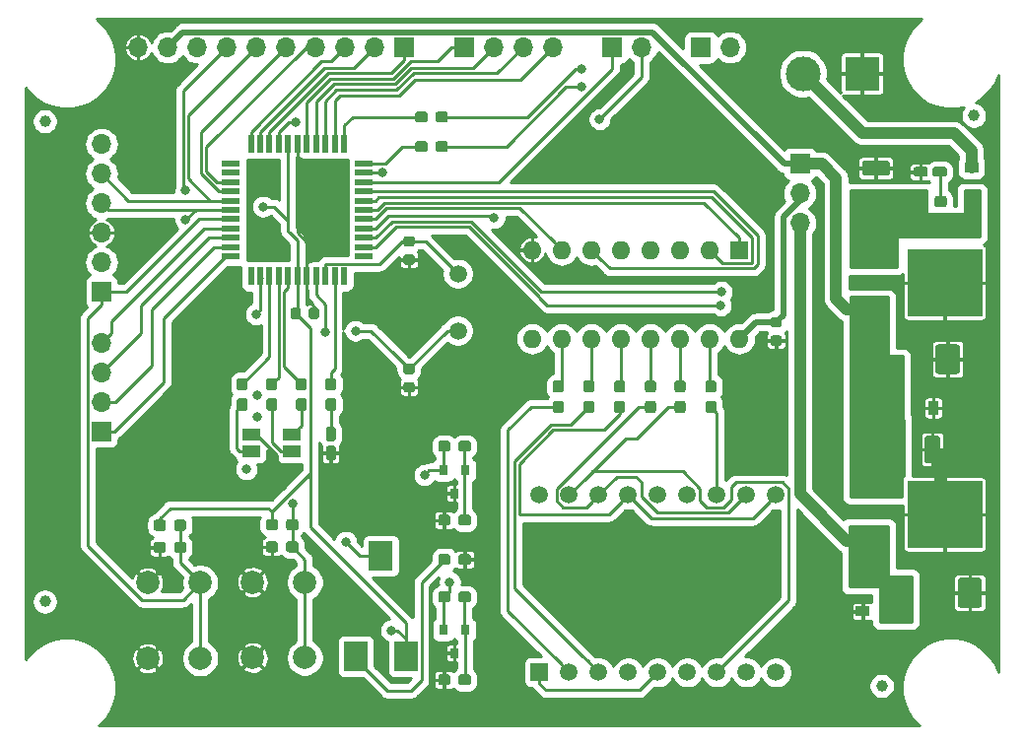
<source format=gbr>
G04 #@! TF.GenerationSoftware,KiCad,Pcbnew,(5.1.2)-1*
G04 #@! TF.CreationDate,2019-06-29T15:08:14-05:00*
G04 #@! TF.ProjectId,TPDSI_1,54504453-495f-4312-9e6b-696361645f70,1.3*
G04 #@! TF.SameCoordinates,Original*
G04 #@! TF.FileFunction,Copper,L1,Top*
G04 #@! TF.FilePolarity,Positive*
%FSLAX46Y46*%
G04 Gerber Fmt 4.6, Leading zero omitted, Abs format (unit mm)*
G04 Created by KiCad (PCBNEW (5.1.2)-1) date 2019-06-29 15:08:14*
%MOMM*%
%LPD*%
G04 APERTURE LIST*
%ADD10C,1.000000*%
%ADD11R,0.550000X1.500000*%
%ADD12R,1.500000X0.550000*%
%ADD13C,3.000000*%
%ADD14R,3.000000X3.000000*%
%ADD15R,1.500000X1.500000*%
%ADD16C,1.500000*%
%ADD17R,1.700000X1.700000*%
%ADD18O,1.700000X1.700000*%
%ADD19C,0.100000*%
%ADD20C,1.325000*%
%ADD21R,2.000000X2.500000*%
%ADD22C,2.075000*%
%ADD23C,0.875000*%
%ADD24R,1.200000X0.900000*%
%ADD25C,0.850000*%
%ADD26R,0.900000X1.200000*%
%ADD27R,1.500000X1.000000*%
%ADD28R,0.800000X0.900000*%
%ADD29C,0.950000*%
%ADD30C,2.000000*%
%ADD31R,1.600000X1.600000*%
%ADD32O,1.600000X1.600000*%
%ADD33R,2.200000X1.200000*%
%ADD34R,6.400000X5.800000*%
%ADD35C,0.800000*%
%ADD36C,0.254000*%
%ADD37C,1.000000*%
%ADD38C,0.508000*%
G04 APERTURE END LIST*
D10*
X109333999Y-71000000D03*
D11*
X135022000Y-72916000D03*
X134222000Y-72916000D03*
X133422000Y-72916000D03*
X132622000Y-72916000D03*
X131822000Y-72916000D03*
X131022000Y-72916000D03*
X130222000Y-72916000D03*
X129422000Y-72916000D03*
X128622000Y-72916000D03*
X127822000Y-72916000D03*
X127022000Y-72916000D03*
D12*
X125322000Y-74616000D03*
X125322000Y-75416000D03*
X125322000Y-76216000D03*
X125322000Y-77016000D03*
X125322000Y-77816000D03*
X125322000Y-78616000D03*
X125322000Y-79416000D03*
X125322000Y-80216000D03*
X125322000Y-81016000D03*
X125322000Y-81816000D03*
X125322000Y-82616000D03*
D11*
X127022000Y-84316000D03*
X127822000Y-84316000D03*
X128622000Y-84316000D03*
X129422000Y-84316000D03*
X130222000Y-84316000D03*
X131022000Y-84316000D03*
X131822000Y-84316000D03*
X132622000Y-84316000D03*
X133422000Y-84316000D03*
X134222000Y-84316000D03*
X135022000Y-84316000D03*
D12*
X136722000Y-82616000D03*
X136722000Y-81816000D03*
X136722000Y-81016000D03*
X136722000Y-80216000D03*
X136722000Y-79416000D03*
X136722000Y-78616000D03*
X136722000Y-77816000D03*
X136722000Y-77016000D03*
X136722000Y-76216000D03*
X136722000Y-75416000D03*
X136722000Y-74616000D03*
D13*
X174447200Y-66898000D03*
D14*
X179527200Y-66898000D03*
D15*
X151827000Y-118335000D03*
D16*
X154367000Y-118335000D03*
X156907000Y-118335000D03*
X159447000Y-118335000D03*
X161987000Y-118335000D03*
X164527000Y-118335000D03*
X167067000Y-118335000D03*
X169607000Y-118335000D03*
X172147000Y-118335000D03*
X172147000Y-103095000D03*
X169607000Y-103095000D03*
X167067000Y-103095000D03*
X164527000Y-103095000D03*
X161987000Y-103095000D03*
X159447000Y-103095000D03*
X156907000Y-103095000D03*
X154367000Y-103095000D03*
X151827000Y-103095000D03*
D17*
X140193000Y-64648000D03*
D18*
X137653000Y-64648000D03*
X135113000Y-64648000D03*
X132573000Y-64648000D03*
X130033000Y-64648000D03*
X127493000Y-64648000D03*
X124953000Y-64648000D03*
X122413000Y-64648000D03*
X119873000Y-64648000D03*
X117333000Y-64648000D03*
D19*
G36*
X181670505Y-74368704D02*
G01*
X181694773Y-74372304D01*
X181718572Y-74378265D01*
X181741671Y-74386530D01*
X181763850Y-74397020D01*
X181784893Y-74409632D01*
X181804599Y-74424247D01*
X181822777Y-74440723D01*
X181839253Y-74458901D01*
X181853868Y-74478607D01*
X181866480Y-74499650D01*
X181876970Y-74521829D01*
X181885235Y-74544928D01*
X181891196Y-74568727D01*
X181894796Y-74592995D01*
X181896000Y-74617499D01*
X181896000Y-75442501D01*
X181894796Y-75467005D01*
X181891196Y-75491273D01*
X181885235Y-75515072D01*
X181876970Y-75538171D01*
X181866480Y-75560350D01*
X181853868Y-75581393D01*
X181839253Y-75601099D01*
X181822777Y-75619277D01*
X181804599Y-75635753D01*
X181784893Y-75650368D01*
X181763850Y-75662980D01*
X181741671Y-75673470D01*
X181718572Y-75681735D01*
X181694773Y-75687696D01*
X181670505Y-75691296D01*
X181646001Y-75692500D01*
X179795999Y-75692500D01*
X179771495Y-75691296D01*
X179747227Y-75687696D01*
X179723428Y-75681735D01*
X179700329Y-75673470D01*
X179678150Y-75662980D01*
X179657107Y-75650368D01*
X179637401Y-75635753D01*
X179619223Y-75619277D01*
X179602747Y-75601099D01*
X179588132Y-75581393D01*
X179575520Y-75560350D01*
X179565030Y-75538171D01*
X179556765Y-75515072D01*
X179550804Y-75491273D01*
X179547204Y-75467005D01*
X179546000Y-75442501D01*
X179546000Y-74617499D01*
X179547204Y-74592995D01*
X179550804Y-74568727D01*
X179556765Y-74544928D01*
X179565030Y-74521829D01*
X179575520Y-74499650D01*
X179588132Y-74478607D01*
X179602747Y-74458901D01*
X179619223Y-74440723D01*
X179637401Y-74424247D01*
X179657107Y-74409632D01*
X179678150Y-74397020D01*
X179700329Y-74386530D01*
X179723428Y-74378265D01*
X179747227Y-74372304D01*
X179771495Y-74368704D01*
X179795999Y-74367500D01*
X181646001Y-74367500D01*
X181670505Y-74368704D01*
X181670505Y-74368704D01*
G37*
D20*
X180721000Y-75030000D03*
D19*
G36*
X181670505Y-77443704D02*
G01*
X181694773Y-77447304D01*
X181718572Y-77453265D01*
X181741671Y-77461530D01*
X181763850Y-77472020D01*
X181784893Y-77484632D01*
X181804599Y-77499247D01*
X181822777Y-77515723D01*
X181839253Y-77533901D01*
X181853868Y-77553607D01*
X181866480Y-77574650D01*
X181876970Y-77596829D01*
X181885235Y-77619928D01*
X181891196Y-77643727D01*
X181894796Y-77667995D01*
X181896000Y-77692499D01*
X181896000Y-78517501D01*
X181894796Y-78542005D01*
X181891196Y-78566273D01*
X181885235Y-78590072D01*
X181876970Y-78613171D01*
X181866480Y-78635350D01*
X181853868Y-78656393D01*
X181839253Y-78676099D01*
X181822777Y-78694277D01*
X181804599Y-78710753D01*
X181784893Y-78725368D01*
X181763850Y-78737980D01*
X181741671Y-78748470D01*
X181718572Y-78756735D01*
X181694773Y-78762696D01*
X181670505Y-78766296D01*
X181646001Y-78767500D01*
X179795999Y-78767500D01*
X179771495Y-78766296D01*
X179747227Y-78762696D01*
X179723428Y-78756735D01*
X179700329Y-78748470D01*
X179678150Y-78737980D01*
X179657107Y-78725368D01*
X179637401Y-78710753D01*
X179619223Y-78694277D01*
X179602747Y-78676099D01*
X179588132Y-78656393D01*
X179575520Y-78635350D01*
X179565030Y-78613171D01*
X179556765Y-78590072D01*
X179550804Y-78566273D01*
X179547204Y-78542005D01*
X179546000Y-78517501D01*
X179546000Y-77692499D01*
X179547204Y-77667995D01*
X179550804Y-77643727D01*
X179556765Y-77619928D01*
X179565030Y-77596829D01*
X179575520Y-77574650D01*
X179588132Y-77553607D01*
X179602747Y-77533901D01*
X179619223Y-77515723D01*
X179637401Y-77499247D01*
X179657107Y-77484632D01*
X179678150Y-77472020D01*
X179700329Y-77461530D01*
X179723428Y-77453265D01*
X179747227Y-77447304D01*
X179771495Y-77443704D01*
X179795999Y-77442500D01*
X181646001Y-77442500D01*
X181670505Y-77443704D01*
X181670505Y-77443704D01*
G37*
D20*
X180721000Y-78105000D03*
D10*
X189128400Y-70510400D03*
X181229000Y-119507000D03*
X109333999Y-112268000D03*
D21*
X140343000Y-116973000D03*
X138193000Y-108323000D03*
X136043000Y-116973000D03*
D19*
G36*
X187693504Y-90166204D02*
G01*
X187717773Y-90169804D01*
X187741571Y-90175765D01*
X187764671Y-90184030D01*
X187786849Y-90194520D01*
X187807893Y-90207133D01*
X187827598Y-90221747D01*
X187845777Y-90238223D01*
X187862253Y-90256402D01*
X187876867Y-90276107D01*
X187889480Y-90297151D01*
X187899970Y-90319329D01*
X187908235Y-90342429D01*
X187914196Y-90366227D01*
X187917796Y-90390496D01*
X187919000Y-90415000D01*
X187919000Y-92465000D01*
X187917796Y-92489504D01*
X187914196Y-92513773D01*
X187908235Y-92537571D01*
X187899970Y-92560671D01*
X187889480Y-92582849D01*
X187876867Y-92603893D01*
X187862253Y-92623598D01*
X187845777Y-92641777D01*
X187827598Y-92658253D01*
X187807893Y-92672867D01*
X187786849Y-92685480D01*
X187764671Y-92695970D01*
X187741571Y-92704235D01*
X187717773Y-92710196D01*
X187693504Y-92713796D01*
X187669000Y-92715000D01*
X186094000Y-92715000D01*
X186069496Y-92713796D01*
X186045227Y-92710196D01*
X186021429Y-92704235D01*
X185998329Y-92695970D01*
X185976151Y-92685480D01*
X185955107Y-92672867D01*
X185935402Y-92658253D01*
X185917223Y-92641777D01*
X185900747Y-92623598D01*
X185886133Y-92603893D01*
X185873520Y-92582849D01*
X185863030Y-92560671D01*
X185854765Y-92537571D01*
X185848804Y-92513773D01*
X185845204Y-92489504D01*
X185844000Y-92465000D01*
X185844000Y-90415000D01*
X185845204Y-90390496D01*
X185848804Y-90366227D01*
X185854765Y-90342429D01*
X185863030Y-90319329D01*
X185873520Y-90297151D01*
X185886133Y-90276107D01*
X185900747Y-90256402D01*
X185917223Y-90238223D01*
X185935402Y-90221747D01*
X185955107Y-90207133D01*
X185976151Y-90194520D01*
X185998329Y-90184030D01*
X186021429Y-90175765D01*
X186045227Y-90169804D01*
X186069496Y-90166204D01*
X186094000Y-90165000D01*
X187669000Y-90165000D01*
X187693504Y-90166204D01*
X187693504Y-90166204D01*
G37*
D22*
X186881500Y-91440000D03*
D19*
G36*
X181468504Y-90166204D02*
G01*
X181492773Y-90169804D01*
X181516571Y-90175765D01*
X181539671Y-90184030D01*
X181561849Y-90194520D01*
X181582893Y-90207133D01*
X181602598Y-90221747D01*
X181620777Y-90238223D01*
X181637253Y-90256402D01*
X181651867Y-90276107D01*
X181664480Y-90297151D01*
X181674970Y-90319329D01*
X181683235Y-90342429D01*
X181689196Y-90366227D01*
X181692796Y-90390496D01*
X181694000Y-90415000D01*
X181694000Y-92465000D01*
X181692796Y-92489504D01*
X181689196Y-92513773D01*
X181683235Y-92537571D01*
X181674970Y-92560671D01*
X181664480Y-92582849D01*
X181651867Y-92603893D01*
X181637253Y-92623598D01*
X181620777Y-92641777D01*
X181602598Y-92658253D01*
X181582893Y-92672867D01*
X181561849Y-92685480D01*
X181539671Y-92695970D01*
X181516571Y-92704235D01*
X181492773Y-92710196D01*
X181468504Y-92713796D01*
X181444000Y-92715000D01*
X179869000Y-92715000D01*
X179844496Y-92713796D01*
X179820227Y-92710196D01*
X179796429Y-92704235D01*
X179773329Y-92695970D01*
X179751151Y-92685480D01*
X179730107Y-92672867D01*
X179710402Y-92658253D01*
X179692223Y-92641777D01*
X179675747Y-92623598D01*
X179661133Y-92603893D01*
X179648520Y-92582849D01*
X179638030Y-92560671D01*
X179629765Y-92537571D01*
X179623804Y-92513773D01*
X179620204Y-92489504D01*
X179619000Y-92465000D01*
X179619000Y-90415000D01*
X179620204Y-90390496D01*
X179623804Y-90366227D01*
X179629765Y-90342429D01*
X179638030Y-90319329D01*
X179648520Y-90297151D01*
X179661133Y-90276107D01*
X179675747Y-90256402D01*
X179692223Y-90238223D01*
X179710402Y-90221747D01*
X179730107Y-90207133D01*
X179751151Y-90194520D01*
X179773329Y-90184030D01*
X179796429Y-90175765D01*
X179820227Y-90169804D01*
X179844496Y-90166204D01*
X179869000Y-90165000D01*
X181444000Y-90165000D01*
X181468504Y-90166204D01*
X181468504Y-90166204D01*
G37*
D22*
X180656500Y-91440000D03*
D19*
G36*
X182922505Y-98013204D02*
G01*
X182946773Y-98016804D01*
X182970572Y-98022765D01*
X182993671Y-98031030D01*
X183015850Y-98041520D01*
X183036893Y-98054132D01*
X183056599Y-98068747D01*
X183074777Y-98085223D01*
X183091253Y-98103401D01*
X183105868Y-98123107D01*
X183118480Y-98144150D01*
X183128970Y-98166329D01*
X183137235Y-98189428D01*
X183143196Y-98213227D01*
X183146796Y-98237495D01*
X183148000Y-98261999D01*
X183148000Y-100112001D01*
X183146796Y-100136505D01*
X183143196Y-100160773D01*
X183137235Y-100184572D01*
X183128970Y-100207671D01*
X183118480Y-100229850D01*
X183105868Y-100250893D01*
X183091253Y-100270599D01*
X183074777Y-100288777D01*
X183056599Y-100305253D01*
X183036893Y-100319868D01*
X183015850Y-100332480D01*
X182993671Y-100342970D01*
X182970572Y-100351235D01*
X182946773Y-100357196D01*
X182922505Y-100360796D01*
X182898001Y-100362000D01*
X182072999Y-100362000D01*
X182048495Y-100360796D01*
X182024227Y-100357196D01*
X182000428Y-100351235D01*
X181977329Y-100342970D01*
X181955150Y-100332480D01*
X181934107Y-100319868D01*
X181914401Y-100305253D01*
X181896223Y-100288777D01*
X181879747Y-100270599D01*
X181865132Y-100250893D01*
X181852520Y-100229850D01*
X181842030Y-100207671D01*
X181833765Y-100184572D01*
X181827804Y-100160773D01*
X181824204Y-100136505D01*
X181823000Y-100112001D01*
X181823000Y-98261999D01*
X181824204Y-98237495D01*
X181827804Y-98213227D01*
X181833765Y-98189428D01*
X181842030Y-98166329D01*
X181852520Y-98144150D01*
X181865132Y-98123107D01*
X181879747Y-98103401D01*
X181896223Y-98085223D01*
X181914401Y-98068747D01*
X181934107Y-98054132D01*
X181955150Y-98041520D01*
X181977329Y-98031030D01*
X182000428Y-98022765D01*
X182024227Y-98016804D01*
X182048495Y-98013204D01*
X182072999Y-98012000D01*
X182898001Y-98012000D01*
X182922505Y-98013204D01*
X182922505Y-98013204D01*
G37*
D20*
X182485500Y-99187000D03*
D19*
G36*
X185997505Y-98013204D02*
G01*
X186021773Y-98016804D01*
X186045572Y-98022765D01*
X186068671Y-98031030D01*
X186090850Y-98041520D01*
X186111893Y-98054132D01*
X186131599Y-98068747D01*
X186149777Y-98085223D01*
X186166253Y-98103401D01*
X186180868Y-98123107D01*
X186193480Y-98144150D01*
X186203970Y-98166329D01*
X186212235Y-98189428D01*
X186218196Y-98213227D01*
X186221796Y-98237495D01*
X186223000Y-98261999D01*
X186223000Y-100112001D01*
X186221796Y-100136505D01*
X186218196Y-100160773D01*
X186212235Y-100184572D01*
X186203970Y-100207671D01*
X186193480Y-100229850D01*
X186180868Y-100250893D01*
X186166253Y-100270599D01*
X186149777Y-100288777D01*
X186131599Y-100305253D01*
X186111893Y-100319868D01*
X186090850Y-100332480D01*
X186068671Y-100342970D01*
X186045572Y-100351235D01*
X186021773Y-100357196D01*
X185997505Y-100360796D01*
X185973001Y-100362000D01*
X185147999Y-100362000D01*
X185123495Y-100360796D01*
X185099227Y-100357196D01*
X185075428Y-100351235D01*
X185052329Y-100342970D01*
X185030150Y-100332480D01*
X185009107Y-100319868D01*
X184989401Y-100305253D01*
X184971223Y-100288777D01*
X184954747Y-100270599D01*
X184940132Y-100250893D01*
X184927520Y-100229850D01*
X184917030Y-100207671D01*
X184908765Y-100184572D01*
X184902804Y-100160773D01*
X184899204Y-100136505D01*
X184898000Y-100112001D01*
X184898000Y-98261999D01*
X184899204Y-98237495D01*
X184902804Y-98213227D01*
X184908765Y-98189428D01*
X184917030Y-98166329D01*
X184927520Y-98144150D01*
X184940132Y-98123107D01*
X184954747Y-98103401D01*
X184971223Y-98085223D01*
X184989401Y-98068747D01*
X185009107Y-98054132D01*
X185030150Y-98041520D01*
X185052329Y-98031030D01*
X185075428Y-98022765D01*
X185099227Y-98016804D01*
X185123495Y-98013204D01*
X185147999Y-98012000D01*
X185973001Y-98012000D01*
X185997505Y-98013204D01*
X185997505Y-98013204D01*
G37*
D20*
X185560500Y-99187000D03*
D19*
G36*
X183373504Y-110232204D02*
G01*
X183397773Y-110235804D01*
X183421571Y-110241765D01*
X183444671Y-110250030D01*
X183466849Y-110260520D01*
X183487893Y-110273133D01*
X183507598Y-110287747D01*
X183525777Y-110304223D01*
X183542253Y-110322402D01*
X183556867Y-110342107D01*
X183569480Y-110363151D01*
X183579970Y-110385329D01*
X183588235Y-110408429D01*
X183594196Y-110432227D01*
X183597796Y-110456496D01*
X183599000Y-110481000D01*
X183599000Y-112531000D01*
X183597796Y-112555504D01*
X183594196Y-112579773D01*
X183588235Y-112603571D01*
X183579970Y-112626671D01*
X183569480Y-112648849D01*
X183556867Y-112669893D01*
X183542253Y-112689598D01*
X183525777Y-112707777D01*
X183507598Y-112724253D01*
X183487893Y-112738867D01*
X183466849Y-112751480D01*
X183444671Y-112761970D01*
X183421571Y-112770235D01*
X183397773Y-112776196D01*
X183373504Y-112779796D01*
X183349000Y-112781000D01*
X181774000Y-112781000D01*
X181749496Y-112779796D01*
X181725227Y-112776196D01*
X181701429Y-112770235D01*
X181678329Y-112761970D01*
X181656151Y-112751480D01*
X181635107Y-112738867D01*
X181615402Y-112724253D01*
X181597223Y-112707777D01*
X181580747Y-112689598D01*
X181566133Y-112669893D01*
X181553520Y-112648849D01*
X181543030Y-112626671D01*
X181534765Y-112603571D01*
X181528804Y-112579773D01*
X181525204Y-112555504D01*
X181524000Y-112531000D01*
X181524000Y-110481000D01*
X181525204Y-110456496D01*
X181528804Y-110432227D01*
X181534765Y-110408429D01*
X181543030Y-110385329D01*
X181553520Y-110363151D01*
X181566133Y-110342107D01*
X181580747Y-110322402D01*
X181597223Y-110304223D01*
X181615402Y-110287747D01*
X181635107Y-110273133D01*
X181656151Y-110260520D01*
X181678329Y-110250030D01*
X181701429Y-110241765D01*
X181725227Y-110235804D01*
X181749496Y-110232204D01*
X181774000Y-110231000D01*
X183349000Y-110231000D01*
X183373504Y-110232204D01*
X183373504Y-110232204D01*
G37*
D22*
X182561500Y-111506000D03*
D19*
G36*
X189598504Y-110232204D02*
G01*
X189622773Y-110235804D01*
X189646571Y-110241765D01*
X189669671Y-110250030D01*
X189691849Y-110260520D01*
X189712893Y-110273133D01*
X189732598Y-110287747D01*
X189750777Y-110304223D01*
X189767253Y-110322402D01*
X189781867Y-110342107D01*
X189794480Y-110363151D01*
X189804970Y-110385329D01*
X189813235Y-110408429D01*
X189819196Y-110432227D01*
X189822796Y-110456496D01*
X189824000Y-110481000D01*
X189824000Y-112531000D01*
X189822796Y-112555504D01*
X189819196Y-112579773D01*
X189813235Y-112603571D01*
X189804970Y-112626671D01*
X189794480Y-112648849D01*
X189781867Y-112669893D01*
X189767253Y-112689598D01*
X189750777Y-112707777D01*
X189732598Y-112724253D01*
X189712893Y-112738867D01*
X189691849Y-112751480D01*
X189669671Y-112761970D01*
X189646571Y-112770235D01*
X189622773Y-112776196D01*
X189598504Y-112779796D01*
X189574000Y-112781000D01*
X187999000Y-112781000D01*
X187974496Y-112779796D01*
X187950227Y-112776196D01*
X187926429Y-112770235D01*
X187903329Y-112761970D01*
X187881151Y-112751480D01*
X187860107Y-112738867D01*
X187840402Y-112724253D01*
X187822223Y-112707777D01*
X187805747Y-112689598D01*
X187791133Y-112669893D01*
X187778520Y-112648849D01*
X187768030Y-112626671D01*
X187759765Y-112603571D01*
X187753804Y-112579773D01*
X187750204Y-112555504D01*
X187749000Y-112531000D01*
X187749000Y-110481000D01*
X187750204Y-110456496D01*
X187753804Y-110432227D01*
X187759765Y-110408429D01*
X187768030Y-110385329D01*
X187778520Y-110363151D01*
X187791133Y-110342107D01*
X187805747Y-110322402D01*
X187822223Y-110304223D01*
X187840402Y-110287747D01*
X187860107Y-110273133D01*
X187881151Y-110260520D01*
X187903329Y-110250030D01*
X187926429Y-110241765D01*
X187950227Y-110235804D01*
X187974496Y-110232204D01*
X187999000Y-110231000D01*
X189574000Y-110231000D01*
X189598504Y-110232204D01*
X189598504Y-110232204D01*
G37*
D22*
X188786500Y-111506000D03*
D19*
G36*
X140892091Y-82443853D02*
G01*
X140913326Y-82447003D01*
X140934150Y-82452219D01*
X140954362Y-82459451D01*
X140973768Y-82468630D01*
X140992181Y-82479666D01*
X141009424Y-82492454D01*
X141025330Y-82506870D01*
X141039746Y-82522776D01*
X141052534Y-82540019D01*
X141063570Y-82558432D01*
X141072749Y-82577838D01*
X141079981Y-82598050D01*
X141085197Y-82618874D01*
X141088347Y-82640109D01*
X141089400Y-82661550D01*
X141089400Y-83099050D01*
X141088347Y-83120491D01*
X141085197Y-83141726D01*
X141079981Y-83162550D01*
X141072749Y-83182762D01*
X141063570Y-83202168D01*
X141052534Y-83220581D01*
X141039746Y-83237824D01*
X141025330Y-83253730D01*
X141009424Y-83268146D01*
X140992181Y-83280934D01*
X140973768Y-83291970D01*
X140954362Y-83301149D01*
X140934150Y-83308381D01*
X140913326Y-83313597D01*
X140892091Y-83316747D01*
X140870650Y-83317800D01*
X140358150Y-83317800D01*
X140336709Y-83316747D01*
X140315474Y-83313597D01*
X140294650Y-83308381D01*
X140274438Y-83301149D01*
X140255032Y-83291970D01*
X140236619Y-83280934D01*
X140219376Y-83268146D01*
X140203470Y-83253730D01*
X140189054Y-83237824D01*
X140176266Y-83220581D01*
X140165230Y-83202168D01*
X140156051Y-83182762D01*
X140148819Y-83162550D01*
X140143603Y-83141726D01*
X140140453Y-83120491D01*
X140139400Y-83099050D01*
X140139400Y-82661550D01*
X140140453Y-82640109D01*
X140143603Y-82618874D01*
X140148819Y-82598050D01*
X140156051Y-82577838D01*
X140165230Y-82558432D01*
X140176266Y-82540019D01*
X140189054Y-82522776D01*
X140203470Y-82506870D01*
X140219376Y-82492454D01*
X140236619Y-82479666D01*
X140255032Y-82468630D01*
X140274438Y-82459451D01*
X140294650Y-82452219D01*
X140315474Y-82447003D01*
X140336709Y-82443853D01*
X140358150Y-82442800D01*
X140870650Y-82442800D01*
X140892091Y-82443853D01*
X140892091Y-82443853D01*
G37*
D23*
X140614400Y-82880300D03*
D19*
G36*
X140892091Y-80868853D02*
G01*
X140913326Y-80872003D01*
X140934150Y-80877219D01*
X140954362Y-80884451D01*
X140973768Y-80893630D01*
X140992181Y-80904666D01*
X141009424Y-80917454D01*
X141025330Y-80931870D01*
X141039746Y-80947776D01*
X141052534Y-80965019D01*
X141063570Y-80983432D01*
X141072749Y-81002838D01*
X141079981Y-81023050D01*
X141085197Y-81043874D01*
X141088347Y-81065109D01*
X141089400Y-81086550D01*
X141089400Y-81524050D01*
X141088347Y-81545491D01*
X141085197Y-81566726D01*
X141079981Y-81587550D01*
X141072749Y-81607762D01*
X141063570Y-81627168D01*
X141052534Y-81645581D01*
X141039746Y-81662824D01*
X141025330Y-81678730D01*
X141009424Y-81693146D01*
X140992181Y-81705934D01*
X140973768Y-81716970D01*
X140954362Y-81726149D01*
X140934150Y-81733381D01*
X140913326Y-81738597D01*
X140892091Y-81741747D01*
X140870650Y-81742800D01*
X140358150Y-81742800D01*
X140336709Y-81741747D01*
X140315474Y-81738597D01*
X140294650Y-81733381D01*
X140274438Y-81726149D01*
X140255032Y-81716970D01*
X140236619Y-81705934D01*
X140219376Y-81693146D01*
X140203470Y-81678730D01*
X140189054Y-81662824D01*
X140176266Y-81645581D01*
X140165230Y-81627168D01*
X140156051Y-81607762D01*
X140148819Y-81587550D01*
X140143603Y-81566726D01*
X140140453Y-81545491D01*
X140139400Y-81524050D01*
X140139400Y-81086550D01*
X140140453Y-81065109D01*
X140143603Y-81043874D01*
X140148819Y-81023050D01*
X140156051Y-81002838D01*
X140165230Y-80983432D01*
X140176266Y-80965019D01*
X140189054Y-80947776D01*
X140203470Y-80931870D01*
X140219376Y-80917454D01*
X140236619Y-80904666D01*
X140255032Y-80893630D01*
X140274438Y-80884451D01*
X140294650Y-80877219D01*
X140315474Y-80872003D01*
X140336709Y-80868853D01*
X140358150Y-80867800D01*
X140870650Y-80867800D01*
X140892091Y-80868853D01*
X140892091Y-80868853D01*
G37*
D23*
X140614400Y-81305300D03*
D19*
G36*
X140892091Y-91841653D02*
G01*
X140913326Y-91844803D01*
X140934150Y-91850019D01*
X140954362Y-91857251D01*
X140973768Y-91866430D01*
X140992181Y-91877466D01*
X141009424Y-91890254D01*
X141025330Y-91904670D01*
X141039746Y-91920576D01*
X141052534Y-91937819D01*
X141063570Y-91956232D01*
X141072749Y-91975638D01*
X141079981Y-91995850D01*
X141085197Y-92016674D01*
X141088347Y-92037909D01*
X141089400Y-92059350D01*
X141089400Y-92496850D01*
X141088347Y-92518291D01*
X141085197Y-92539526D01*
X141079981Y-92560350D01*
X141072749Y-92580562D01*
X141063570Y-92599968D01*
X141052534Y-92618381D01*
X141039746Y-92635624D01*
X141025330Y-92651530D01*
X141009424Y-92665946D01*
X140992181Y-92678734D01*
X140973768Y-92689770D01*
X140954362Y-92698949D01*
X140934150Y-92706181D01*
X140913326Y-92711397D01*
X140892091Y-92714547D01*
X140870650Y-92715600D01*
X140358150Y-92715600D01*
X140336709Y-92714547D01*
X140315474Y-92711397D01*
X140294650Y-92706181D01*
X140274438Y-92698949D01*
X140255032Y-92689770D01*
X140236619Y-92678734D01*
X140219376Y-92665946D01*
X140203470Y-92651530D01*
X140189054Y-92635624D01*
X140176266Y-92618381D01*
X140165230Y-92599968D01*
X140156051Y-92580562D01*
X140148819Y-92560350D01*
X140143603Y-92539526D01*
X140140453Y-92518291D01*
X140139400Y-92496850D01*
X140139400Y-92059350D01*
X140140453Y-92037909D01*
X140143603Y-92016674D01*
X140148819Y-91995850D01*
X140156051Y-91975638D01*
X140165230Y-91956232D01*
X140176266Y-91937819D01*
X140189054Y-91920576D01*
X140203470Y-91904670D01*
X140219376Y-91890254D01*
X140236619Y-91877466D01*
X140255032Y-91866430D01*
X140274438Y-91857251D01*
X140294650Y-91850019D01*
X140315474Y-91844803D01*
X140336709Y-91841653D01*
X140358150Y-91840600D01*
X140870650Y-91840600D01*
X140892091Y-91841653D01*
X140892091Y-91841653D01*
G37*
D23*
X140614400Y-92278100D03*
D19*
G36*
X140892091Y-93416653D02*
G01*
X140913326Y-93419803D01*
X140934150Y-93425019D01*
X140954362Y-93432251D01*
X140973768Y-93441430D01*
X140992181Y-93452466D01*
X141009424Y-93465254D01*
X141025330Y-93479670D01*
X141039746Y-93495576D01*
X141052534Y-93512819D01*
X141063570Y-93531232D01*
X141072749Y-93550638D01*
X141079981Y-93570850D01*
X141085197Y-93591674D01*
X141088347Y-93612909D01*
X141089400Y-93634350D01*
X141089400Y-94071850D01*
X141088347Y-94093291D01*
X141085197Y-94114526D01*
X141079981Y-94135350D01*
X141072749Y-94155562D01*
X141063570Y-94174968D01*
X141052534Y-94193381D01*
X141039746Y-94210624D01*
X141025330Y-94226530D01*
X141009424Y-94240946D01*
X140992181Y-94253734D01*
X140973768Y-94264770D01*
X140954362Y-94273949D01*
X140934150Y-94281181D01*
X140913326Y-94286397D01*
X140892091Y-94289547D01*
X140870650Y-94290600D01*
X140358150Y-94290600D01*
X140336709Y-94289547D01*
X140315474Y-94286397D01*
X140294650Y-94281181D01*
X140274438Y-94273949D01*
X140255032Y-94264770D01*
X140236619Y-94253734D01*
X140219376Y-94240946D01*
X140203470Y-94226530D01*
X140189054Y-94210624D01*
X140176266Y-94193381D01*
X140165230Y-94174968D01*
X140156051Y-94155562D01*
X140148819Y-94135350D01*
X140143603Y-94114526D01*
X140140453Y-94093291D01*
X140139400Y-94071850D01*
X140139400Y-93634350D01*
X140140453Y-93612909D01*
X140143603Y-93591674D01*
X140148819Y-93570850D01*
X140156051Y-93550638D01*
X140165230Y-93531232D01*
X140176266Y-93512819D01*
X140189054Y-93495576D01*
X140203470Y-93479670D01*
X140219376Y-93465254D01*
X140236619Y-93452466D01*
X140255032Y-93441430D01*
X140274438Y-93432251D01*
X140294650Y-93425019D01*
X140315474Y-93419803D01*
X140336709Y-93416653D01*
X140358150Y-93415600D01*
X140870650Y-93415600D01*
X140892091Y-93416653D01*
X140892091Y-93416653D01*
G37*
D23*
X140614400Y-93853100D03*
D19*
G36*
X131109691Y-87032053D02*
G01*
X131130926Y-87035203D01*
X131151750Y-87040419D01*
X131171962Y-87047651D01*
X131191368Y-87056830D01*
X131209781Y-87067866D01*
X131227024Y-87080654D01*
X131242930Y-87095070D01*
X131257346Y-87110976D01*
X131270134Y-87128219D01*
X131281170Y-87146632D01*
X131290349Y-87166038D01*
X131297581Y-87186250D01*
X131302797Y-87207074D01*
X131305947Y-87228309D01*
X131307000Y-87249750D01*
X131307000Y-87762250D01*
X131305947Y-87783691D01*
X131302797Y-87804926D01*
X131297581Y-87825750D01*
X131290349Y-87845962D01*
X131281170Y-87865368D01*
X131270134Y-87883781D01*
X131257346Y-87901024D01*
X131242930Y-87916930D01*
X131227024Y-87931346D01*
X131209781Y-87944134D01*
X131191368Y-87955170D01*
X131171962Y-87964349D01*
X131151750Y-87971581D01*
X131130926Y-87976797D01*
X131109691Y-87979947D01*
X131088250Y-87981000D01*
X130650750Y-87981000D01*
X130629309Y-87979947D01*
X130608074Y-87976797D01*
X130587250Y-87971581D01*
X130567038Y-87964349D01*
X130547632Y-87955170D01*
X130529219Y-87944134D01*
X130511976Y-87931346D01*
X130496070Y-87916930D01*
X130481654Y-87901024D01*
X130468866Y-87883781D01*
X130457830Y-87865368D01*
X130448651Y-87845962D01*
X130441419Y-87825750D01*
X130436203Y-87804926D01*
X130433053Y-87783691D01*
X130432000Y-87762250D01*
X130432000Y-87249750D01*
X130433053Y-87228309D01*
X130436203Y-87207074D01*
X130441419Y-87186250D01*
X130448651Y-87166038D01*
X130457830Y-87146632D01*
X130468866Y-87128219D01*
X130481654Y-87110976D01*
X130496070Y-87095070D01*
X130511976Y-87080654D01*
X130529219Y-87067866D01*
X130547632Y-87056830D01*
X130567038Y-87047651D01*
X130587250Y-87040419D01*
X130608074Y-87035203D01*
X130629309Y-87032053D01*
X130650750Y-87031000D01*
X131088250Y-87031000D01*
X131109691Y-87032053D01*
X131109691Y-87032053D01*
G37*
D23*
X130869500Y-87506000D03*
D19*
G36*
X132684691Y-87032053D02*
G01*
X132705926Y-87035203D01*
X132726750Y-87040419D01*
X132746962Y-87047651D01*
X132766368Y-87056830D01*
X132784781Y-87067866D01*
X132802024Y-87080654D01*
X132817930Y-87095070D01*
X132832346Y-87110976D01*
X132845134Y-87128219D01*
X132856170Y-87146632D01*
X132865349Y-87166038D01*
X132872581Y-87186250D01*
X132877797Y-87207074D01*
X132880947Y-87228309D01*
X132882000Y-87249750D01*
X132882000Y-87762250D01*
X132880947Y-87783691D01*
X132877797Y-87804926D01*
X132872581Y-87825750D01*
X132865349Y-87845962D01*
X132856170Y-87865368D01*
X132845134Y-87883781D01*
X132832346Y-87901024D01*
X132817930Y-87916930D01*
X132802024Y-87931346D01*
X132784781Y-87944134D01*
X132766368Y-87955170D01*
X132746962Y-87964349D01*
X132726750Y-87971581D01*
X132705926Y-87976797D01*
X132684691Y-87979947D01*
X132663250Y-87981000D01*
X132225750Y-87981000D01*
X132204309Y-87979947D01*
X132183074Y-87976797D01*
X132162250Y-87971581D01*
X132142038Y-87964349D01*
X132122632Y-87955170D01*
X132104219Y-87944134D01*
X132086976Y-87931346D01*
X132071070Y-87916930D01*
X132056654Y-87901024D01*
X132043866Y-87883781D01*
X132032830Y-87865368D01*
X132023651Y-87845962D01*
X132016419Y-87825750D01*
X132011203Y-87804926D01*
X132008053Y-87783691D01*
X132007000Y-87762250D01*
X132007000Y-87249750D01*
X132008053Y-87228309D01*
X132011203Y-87207074D01*
X132016419Y-87186250D01*
X132023651Y-87166038D01*
X132032830Y-87146632D01*
X132043866Y-87128219D01*
X132056654Y-87110976D01*
X132071070Y-87095070D01*
X132086976Y-87080654D01*
X132104219Y-87067866D01*
X132122632Y-87056830D01*
X132142038Y-87047651D01*
X132162250Y-87040419D01*
X132183074Y-87035203D01*
X132204309Y-87032053D01*
X132225750Y-87031000D01*
X132663250Y-87031000D01*
X132684691Y-87032053D01*
X132684691Y-87032053D01*
G37*
D23*
X132444500Y-87506000D03*
D19*
G36*
X172424691Y-89396053D02*
G01*
X172445926Y-89399203D01*
X172466750Y-89404419D01*
X172486962Y-89411651D01*
X172506368Y-89420830D01*
X172524781Y-89431866D01*
X172542024Y-89444654D01*
X172557930Y-89459070D01*
X172572346Y-89474976D01*
X172585134Y-89492219D01*
X172596170Y-89510632D01*
X172605349Y-89530038D01*
X172612581Y-89550250D01*
X172617797Y-89571074D01*
X172620947Y-89592309D01*
X172622000Y-89613750D01*
X172622000Y-90051250D01*
X172620947Y-90072691D01*
X172617797Y-90093926D01*
X172612581Y-90114750D01*
X172605349Y-90134962D01*
X172596170Y-90154368D01*
X172585134Y-90172781D01*
X172572346Y-90190024D01*
X172557930Y-90205930D01*
X172542024Y-90220346D01*
X172524781Y-90233134D01*
X172506368Y-90244170D01*
X172486962Y-90253349D01*
X172466750Y-90260581D01*
X172445926Y-90265797D01*
X172424691Y-90268947D01*
X172403250Y-90270000D01*
X171890750Y-90270000D01*
X171869309Y-90268947D01*
X171848074Y-90265797D01*
X171827250Y-90260581D01*
X171807038Y-90253349D01*
X171787632Y-90244170D01*
X171769219Y-90233134D01*
X171751976Y-90220346D01*
X171736070Y-90205930D01*
X171721654Y-90190024D01*
X171708866Y-90172781D01*
X171697830Y-90154368D01*
X171688651Y-90134962D01*
X171681419Y-90114750D01*
X171676203Y-90093926D01*
X171673053Y-90072691D01*
X171672000Y-90051250D01*
X171672000Y-89613750D01*
X171673053Y-89592309D01*
X171676203Y-89571074D01*
X171681419Y-89550250D01*
X171688651Y-89530038D01*
X171697830Y-89510632D01*
X171708866Y-89492219D01*
X171721654Y-89474976D01*
X171736070Y-89459070D01*
X171751976Y-89444654D01*
X171769219Y-89431866D01*
X171787632Y-89420830D01*
X171807038Y-89411651D01*
X171827250Y-89404419D01*
X171848074Y-89399203D01*
X171869309Y-89396053D01*
X171890750Y-89395000D01*
X172403250Y-89395000D01*
X172424691Y-89396053D01*
X172424691Y-89396053D01*
G37*
D23*
X172147000Y-89832500D03*
D19*
G36*
X172424691Y-87821053D02*
G01*
X172445926Y-87824203D01*
X172466750Y-87829419D01*
X172486962Y-87836651D01*
X172506368Y-87845830D01*
X172524781Y-87856866D01*
X172542024Y-87869654D01*
X172557930Y-87884070D01*
X172572346Y-87899976D01*
X172585134Y-87917219D01*
X172596170Y-87935632D01*
X172605349Y-87955038D01*
X172612581Y-87975250D01*
X172617797Y-87996074D01*
X172620947Y-88017309D01*
X172622000Y-88038750D01*
X172622000Y-88476250D01*
X172620947Y-88497691D01*
X172617797Y-88518926D01*
X172612581Y-88539750D01*
X172605349Y-88559962D01*
X172596170Y-88579368D01*
X172585134Y-88597781D01*
X172572346Y-88615024D01*
X172557930Y-88630930D01*
X172542024Y-88645346D01*
X172524781Y-88658134D01*
X172506368Y-88669170D01*
X172486962Y-88678349D01*
X172466750Y-88685581D01*
X172445926Y-88690797D01*
X172424691Y-88693947D01*
X172403250Y-88695000D01*
X171890750Y-88695000D01*
X171869309Y-88693947D01*
X171848074Y-88690797D01*
X171827250Y-88685581D01*
X171807038Y-88678349D01*
X171787632Y-88669170D01*
X171769219Y-88658134D01*
X171751976Y-88645346D01*
X171736070Y-88630930D01*
X171721654Y-88615024D01*
X171708866Y-88597781D01*
X171697830Y-88579368D01*
X171688651Y-88559962D01*
X171681419Y-88539750D01*
X171676203Y-88518926D01*
X171673053Y-88497691D01*
X171672000Y-88476250D01*
X171672000Y-88038750D01*
X171673053Y-88017309D01*
X171676203Y-87996074D01*
X171681419Y-87975250D01*
X171688651Y-87955038D01*
X171697830Y-87935632D01*
X171708866Y-87917219D01*
X171721654Y-87899976D01*
X171736070Y-87884070D01*
X171751976Y-87869654D01*
X171769219Y-87856866D01*
X171787632Y-87845830D01*
X171807038Y-87836651D01*
X171827250Y-87829419D01*
X171848074Y-87824203D01*
X171869309Y-87821053D01*
X171890750Y-87820000D01*
X172403250Y-87820000D01*
X172424691Y-87821053D01*
X172424691Y-87821053D01*
G37*
D23*
X172147000Y-88257500D03*
D24*
X188933000Y-78265000D03*
X188933000Y-74965000D03*
D19*
G36*
X184986329Y-74921023D02*
G01*
X185006957Y-74924083D01*
X185027185Y-74929150D01*
X185046820Y-74936176D01*
X185065672Y-74945092D01*
X185083559Y-74955813D01*
X185100309Y-74968235D01*
X185115760Y-74982240D01*
X185129765Y-74997691D01*
X185142187Y-75014441D01*
X185152908Y-75032328D01*
X185161824Y-75051180D01*
X185168850Y-75070815D01*
X185173917Y-75091043D01*
X185176977Y-75111671D01*
X185178000Y-75132500D01*
X185178000Y-75557500D01*
X185176977Y-75578329D01*
X185173917Y-75598957D01*
X185168850Y-75619185D01*
X185161824Y-75638820D01*
X185152908Y-75657672D01*
X185142187Y-75675559D01*
X185129765Y-75692309D01*
X185115760Y-75707760D01*
X185100309Y-75721765D01*
X185083559Y-75734187D01*
X185065672Y-75744908D01*
X185046820Y-75753824D01*
X185027185Y-75760850D01*
X185006957Y-75765917D01*
X184986329Y-75768977D01*
X184965500Y-75770000D01*
X184165500Y-75770000D01*
X184144671Y-75768977D01*
X184124043Y-75765917D01*
X184103815Y-75760850D01*
X184084180Y-75753824D01*
X184065328Y-75744908D01*
X184047441Y-75734187D01*
X184030691Y-75721765D01*
X184015240Y-75707760D01*
X184001235Y-75692309D01*
X183988813Y-75675559D01*
X183978092Y-75657672D01*
X183969176Y-75638820D01*
X183962150Y-75619185D01*
X183957083Y-75598957D01*
X183954023Y-75578329D01*
X183953000Y-75557500D01*
X183953000Y-75132500D01*
X183954023Y-75111671D01*
X183957083Y-75091043D01*
X183962150Y-75070815D01*
X183969176Y-75051180D01*
X183978092Y-75032328D01*
X183988813Y-75014441D01*
X184001235Y-74997691D01*
X184015240Y-74982240D01*
X184030691Y-74968235D01*
X184047441Y-74955813D01*
X184065328Y-74945092D01*
X184084180Y-74936176D01*
X184103815Y-74929150D01*
X184124043Y-74924083D01*
X184144671Y-74921023D01*
X184165500Y-74920000D01*
X184965500Y-74920000D01*
X184986329Y-74921023D01*
X184986329Y-74921023D01*
G37*
D25*
X184565500Y-75345000D03*
D19*
G36*
X186611329Y-74921023D02*
G01*
X186631957Y-74924083D01*
X186652185Y-74929150D01*
X186671820Y-74936176D01*
X186690672Y-74945092D01*
X186708559Y-74955813D01*
X186725309Y-74968235D01*
X186740760Y-74982240D01*
X186754765Y-74997691D01*
X186767187Y-75014441D01*
X186777908Y-75032328D01*
X186786824Y-75051180D01*
X186793850Y-75070815D01*
X186798917Y-75091043D01*
X186801977Y-75111671D01*
X186803000Y-75132500D01*
X186803000Y-75557500D01*
X186801977Y-75578329D01*
X186798917Y-75598957D01*
X186793850Y-75619185D01*
X186786824Y-75638820D01*
X186777908Y-75657672D01*
X186767187Y-75675559D01*
X186754765Y-75692309D01*
X186740760Y-75707760D01*
X186725309Y-75721765D01*
X186708559Y-75734187D01*
X186690672Y-75744908D01*
X186671820Y-75753824D01*
X186652185Y-75760850D01*
X186631957Y-75765917D01*
X186611329Y-75768977D01*
X186590500Y-75770000D01*
X185790500Y-75770000D01*
X185769671Y-75768977D01*
X185749043Y-75765917D01*
X185728815Y-75760850D01*
X185709180Y-75753824D01*
X185690328Y-75744908D01*
X185672441Y-75734187D01*
X185655691Y-75721765D01*
X185640240Y-75707760D01*
X185626235Y-75692309D01*
X185613813Y-75675559D01*
X185603092Y-75657672D01*
X185594176Y-75638820D01*
X185587150Y-75619185D01*
X185582083Y-75598957D01*
X185579023Y-75578329D01*
X185578000Y-75557500D01*
X185578000Y-75132500D01*
X185579023Y-75111671D01*
X185582083Y-75091043D01*
X185587150Y-75070815D01*
X185594176Y-75051180D01*
X185603092Y-75032328D01*
X185613813Y-75014441D01*
X185626235Y-74997691D01*
X185640240Y-74982240D01*
X185655691Y-74968235D01*
X185672441Y-74955813D01*
X185690328Y-74945092D01*
X185709180Y-74936176D01*
X185728815Y-74929150D01*
X185749043Y-74924083D01*
X185769671Y-74921023D01*
X185790500Y-74920000D01*
X186590500Y-74920000D01*
X186611329Y-74921023D01*
X186611329Y-74921023D01*
G37*
D25*
X186190500Y-75345000D03*
D26*
X182350500Y-95631000D03*
X185650500Y-95631000D03*
D19*
G36*
X134129329Y-97261523D02*
G01*
X134149957Y-97264583D01*
X134170185Y-97269650D01*
X134189820Y-97276676D01*
X134208672Y-97285592D01*
X134226559Y-97296313D01*
X134243309Y-97308735D01*
X134258760Y-97322740D01*
X134272765Y-97338191D01*
X134285187Y-97354941D01*
X134295908Y-97372828D01*
X134304824Y-97391680D01*
X134311850Y-97411315D01*
X134316917Y-97431543D01*
X134319977Y-97452171D01*
X134321000Y-97473000D01*
X134321000Y-98273000D01*
X134319977Y-98293829D01*
X134316917Y-98314457D01*
X134311850Y-98334685D01*
X134304824Y-98354320D01*
X134295908Y-98373172D01*
X134285187Y-98391059D01*
X134272765Y-98407809D01*
X134258760Y-98423260D01*
X134243309Y-98437265D01*
X134226559Y-98449687D01*
X134208672Y-98460408D01*
X134189820Y-98469324D01*
X134170185Y-98476350D01*
X134149957Y-98481417D01*
X134129329Y-98484477D01*
X134108500Y-98485500D01*
X133683500Y-98485500D01*
X133662671Y-98484477D01*
X133642043Y-98481417D01*
X133621815Y-98476350D01*
X133602180Y-98469324D01*
X133583328Y-98460408D01*
X133565441Y-98449687D01*
X133548691Y-98437265D01*
X133533240Y-98423260D01*
X133519235Y-98407809D01*
X133506813Y-98391059D01*
X133496092Y-98373172D01*
X133487176Y-98354320D01*
X133480150Y-98334685D01*
X133475083Y-98314457D01*
X133472023Y-98293829D01*
X133471000Y-98273000D01*
X133471000Y-97473000D01*
X133472023Y-97452171D01*
X133475083Y-97431543D01*
X133480150Y-97411315D01*
X133487176Y-97391680D01*
X133496092Y-97372828D01*
X133506813Y-97354941D01*
X133519235Y-97338191D01*
X133533240Y-97322740D01*
X133548691Y-97308735D01*
X133565441Y-97296313D01*
X133583328Y-97285592D01*
X133602180Y-97276676D01*
X133621815Y-97269650D01*
X133642043Y-97264583D01*
X133662671Y-97261523D01*
X133683500Y-97260500D01*
X134108500Y-97260500D01*
X134129329Y-97261523D01*
X134129329Y-97261523D01*
G37*
D25*
X133896000Y-97873000D03*
D19*
G36*
X134129329Y-98886523D02*
G01*
X134149957Y-98889583D01*
X134170185Y-98894650D01*
X134189820Y-98901676D01*
X134208672Y-98910592D01*
X134226559Y-98921313D01*
X134243309Y-98933735D01*
X134258760Y-98947740D01*
X134272765Y-98963191D01*
X134285187Y-98979941D01*
X134295908Y-98997828D01*
X134304824Y-99016680D01*
X134311850Y-99036315D01*
X134316917Y-99056543D01*
X134319977Y-99077171D01*
X134321000Y-99098000D01*
X134321000Y-99898000D01*
X134319977Y-99918829D01*
X134316917Y-99939457D01*
X134311850Y-99959685D01*
X134304824Y-99979320D01*
X134295908Y-99998172D01*
X134285187Y-100016059D01*
X134272765Y-100032809D01*
X134258760Y-100048260D01*
X134243309Y-100062265D01*
X134226559Y-100074687D01*
X134208672Y-100085408D01*
X134189820Y-100094324D01*
X134170185Y-100101350D01*
X134149957Y-100106417D01*
X134129329Y-100109477D01*
X134108500Y-100110500D01*
X133683500Y-100110500D01*
X133662671Y-100109477D01*
X133642043Y-100106417D01*
X133621815Y-100101350D01*
X133602180Y-100094324D01*
X133583328Y-100085408D01*
X133565441Y-100074687D01*
X133548691Y-100062265D01*
X133533240Y-100048260D01*
X133519235Y-100032809D01*
X133506813Y-100016059D01*
X133496092Y-99998172D01*
X133487176Y-99979320D01*
X133480150Y-99959685D01*
X133475083Y-99939457D01*
X133472023Y-99918829D01*
X133471000Y-99898000D01*
X133471000Y-99098000D01*
X133472023Y-99077171D01*
X133475083Y-99056543D01*
X133480150Y-99036315D01*
X133487176Y-99016680D01*
X133496092Y-98997828D01*
X133506813Y-98979941D01*
X133519235Y-98963191D01*
X133533240Y-98947740D01*
X133548691Y-98933735D01*
X133565441Y-98921313D01*
X133583328Y-98910592D01*
X133602180Y-98901676D01*
X133621815Y-98894650D01*
X133642043Y-98889583D01*
X133662671Y-98886523D01*
X133683500Y-98885500D01*
X134108500Y-98885500D01*
X134129329Y-98886523D01*
X134129329Y-98886523D01*
G37*
D25*
X133896000Y-99498000D03*
D27*
X127066000Y-97955500D03*
X127066000Y-99355500D03*
X130566000Y-97955500D03*
X130566000Y-99355500D03*
D24*
X179578000Y-113106000D03*
X179578000Y-109806000D03*
D18*
X168200500Y-64648000D03*
D17*
X165660500Y-64648000D03*
X158038000Y-64648000D03*
D18*
X160578000Y-64648000D03*
X114193000Y-90028000D03*
X114193000Y-92568000D03*
X114193000Y-95108000D03*
D17*
X114193000Y-97648000D03*
X145315500Y-64648000D03*
D18*
X147855500Y-64648000D03*
X150395500Y-64648000D03*
X152935500Y-64648000D03*
D17*
X114193000Y-85648000D03*
D18*
X114193000Y-83108000D03*
X114193000Y-80568000D03*
X114193000Y-78028000D03*
X114193000Y-75488000D03*
X114193000Y-72948000D03*
D17*
X174193000Y-74648000D03*
D18*
X174193000Y-77188000D03*
X174193000Y-79728000D03*
D28*
X144513000Y-102968000D03*
X143563000Y-100968000D03*
X145463000Y-100968000D03*
X145463000Y-114684000D03*
X143563000Y-114684000D03*
X144513000Y-116684000D03*
D19*
G36*
X134156779Y-93059144D02*
G01*
X134179834Y-93062563D01*
X134202443Y-93068227D01*
X134224387Y-93076079D01*
X134245457Y-93086044D01*
X134265448Y-93098026D01*
X134284168Y-93111910D01*
X134301438Y-93127562D01*
X134317090Y-93144832D01*
X134330974Y-93163552D01*
X134342956Y-93183543D01*
X134352921Y-93204613D01*
X134360773Y-93226557D01*
X134366437Y-93249166D01*
X134369856Y-93272221D01*
X134371000Y-93295500D01*
X134371000Y-93870500D01*
X134369856Y-93893779D01*
X134366437Y-93916834D01*
X134360773Y-93939443D01*
X134352921Y-93961387D01*
X134342956Y-93982457D01*
X134330974Y-94002448D01*
X134317090Y-94021168D01*
X134301438Y-94038438D01*
X134284168Y-94054090D01*
X134265448Y-94067974D01*
X134245457Y-94079956D01*
X134224387Y-94089921D01*
X134202443Y-94097773D01*
X134179834Y-94103437D01*
X134156779Y-94106856D01*
X134133500Y-94108000D01*
X133658500Y-94108000D01*
X133635221Y-94106856D01*
X133612166Y-94103437D01*
X133589557Y-94097773D01*
X133567613Y-94089921D01*
X133546543Y-94079956D01*
X133526552Y-94067974D01*
X133507832Y-94054090D01*
X133490562Y-94038438D01*
X133474910Y-94021168D01*
X133461026Y-94002448D01*
X133449044Y-93982457D01*
X133439079Y-93961387D01*
X133431227Y-93939443D01*
X133425563Y-93916834D01*
X133422144Y-93893779D01*
X133421000Y-93870500D01*
X133421000Y-93295500D01*
X133422144Y-93272221D01*
X133425563Y-93249166D01*
X133431227Y-93226557D01*
X133439079Y-93204613D01*
X133449044Y-93183543D01*
X133461026Y-93163552D01*
X133474910Y-93144832D01*
X133490562Y-93127562D01*
X133507832Y-93111910D01*
X133526552Y-93098026D01*
X133546543Y-93086044D01*
X133567613Y-93076079D01*
X133589557Y-93068227D01*
X133612166Y-93062563D01*
X133635221Y-93059144D01*
X133658500Y-93058000D01*
X134133500Y-93058000D01*
X134156779Y-93059144D01*
X134156779Y-93059144D01*
G37*
D29*
X133896000Y-93583000D03*
D19*
G36*
X134156779Y-94809144D02*
G01*
X134179834Y-94812563D01*
X134202443Y-94818227D01*
X134224387Y-94826079D01*
X134245457Y-94836044D01*
X134265448Y-94848026D01*
X134284168Y-94861910D01*
X134301438Y-94877562D01*
X134317090Y-94894832D01*
X134330974Y-94913552D01*
X134342956Y-94933543D01*
X134352921Y-94954613D01*
X134360773Y-94976557D01*
X134366437Y-94999166D01*
X134369856Y-95022221D01*
X134371000Y-95045500D01*
X134371000Y-95620500D01*
X134369856Y-95643779D01*
X134366437Y-95666834D01*
X134360773Y-95689443D01*
X134352921Y-95711387D01*
X134342956Y-95732457D01*
X134330974Y-95752448D01*
X134317090Y-95771168D01*
X134301438Y-95788438D01*
X134284168Y-95804090D01*
X134265448Y-95817974D01*
X134245457Y-95829956D01*
X134224387Y-95839921D01*
X134202443Y-95847773D01*
X134179834Y-95853437D01*
X134156779Y-95856856D01*
X134133500Y-95858000D01*
X133658500Y-95858000D01*
X133635221Y-95856856D01*
X133612166Y-95853437D01*
X133589557Y-95847773D01*
X133567613Y-95839921D01*
X133546543Y-95829956D01*
X133526552Y-95817974D01*
X133507832Y-95804090D01*
X133490562Y-95788438D01*
X133474910Y-95771168D01*
X133461026Y-95752448D01*
X133449044Y-95732457D01*
X133439079Y-95711387D01*
X133431227Y-95689443D01*
X133425563Y-95666834D01*
X133422144Y-95643779D01*
X133421000Y-95620500D01*
X133421000Y-95045500D01*
X133422144Y-95022221D01*
X133425563Y-94999166D01*
X133431227Y-94976557D01*
X133439079Y-94954613D01*
X133449044Y-94933543D01*
X133461026Y-94913552D01*
X133474910Y-94894832D01*
X133490562Y-94877562D01*
X133507832Y-94861910D01*
X133526552Y-94848026D01*
X133546543Y-94836044D01*
X133567613Y-94826079D01*
X133589557Y-94818227D01*
X133612166Y-94812563D01*
X133635221Y-94809144D01*
X133658500Y-94808000D01*
X134133500Y-94808000D01*
X134156779Y-94809144D01*
X134156779Y-94809144D01*
G37*
D29*
X133896000Y-95333000D03*
D19*
G36*
X126536779Y-94809144D02*
G01*
X126559834Y-94812563D01*
X126582443Y-94818227D01*
X126604387Y-94826079D01*
X126625457Y-94836044D01*
X126645448Y-94848026D01*
X126664168Y-94861910D01*
X126681438Y-94877562D01*
X126697090Y-94894832D01*
X126710974Y-94913552D01*
X126722956Y-94933543D01*
X126732921Y-94954613D01*
X126740773Y-94976557D01*
X126746437Y-94999166D01*
X126749856Y-95022221D01*
X126751000Y-95045500D01*
X126751000Y-95620500D01*
X126749856Y-95643779D01*
X126746437Y-95666834D01*
X126740773Y-95689443D01*
X126732921Y-95711387D01*
X126722956Y-95732457D01*
X126710974Y-95752448D01*
X126697090Y-95771168D01*
X126681438Y-95788438D01*
X126664168Y-95804090D01*
X126645448Y-95817974D01*
X126625457Y-95829956D01*
X126604387Y-95839921D01*
X126582443Y-95847773D01*
X126559834Y-95853437D01*
X126536779Y-95856856D01*
X126513500Y-95858000D01*
X126038500Y-95858000D01*
X126015221Y-95856856D01*
X125992166Y-95853437D01*
X125969557Y-95847773D01*
X125947613Y-95839921D01*
X125926543Y-95829956D01*
X125906552Y-95817974D01*
X125887832Y-95804090D01*
X125870562Y-95788438D01*
X125854910Y-95771168D01*
X125841026Y-95752448D01*
X125829044Y-95732457D01*
X125819079Y-95711387D01*
X125811227Y-95689443D01*
X125805563Y-95666834D01*
X125802144Y-95643779D01*
X125801000Y-95620500D01*
X125801000Y-95045500D01*
X125802144Y-95022221D01*
X125805563Y-94999166D01*
X125811227Y-94976557D01*
X125819079Y-94954613D01*
X125829044Y-94933543D01*
X125841026Y-94913552D01*
X125854910Y-94894832D01*
X125870562Y-94877562D01*
X125887832Y-94861910D01*
X125906552Y-94848026D01*
X125926543Y-94836044D01*
X125947613Y-94826079D01*
X125969557Y-94818227D01*
X125992166Y-94812563D01*
X126015221Y-94809144D01*
X126038500Y-94808000D01*
X126513500Y-94808000D01*
X126536779Y-94809144D01*
X126536779Y-94809144D01*
G37*
D29*
X126276000Y-95333000D03*
D19*
G36*
X126536779Y-93059144D02*
G01*
X126559834Y-93062563D01*
X126582443Y-93068227D01*
X126604387Y-93076079D01*
X126625457Y-93086044D01*
X126645448Y-93098026D01*
X126664168Y-93111910D01*
X126681438Y-93127562D01*
X126697090Y-93144832D01*
X126710974Y-93163552D01*
X126722956Y-93183543D01*
X126732921Y-93204613D01*
X126740773Y-93226557D01*
X126746437Y-93249166D01*
X126749856Y-93272221D01*
X126751000Y-93295500D01*
X126751000Y-93870500D01*
X126749856Y-93893779D01*
X126746437Y-93916834D01*
X126740773Y-93939443D01*
X126732921Y-93961387D01*
X126722956Y-93982457D01*
X126710974Y-94002448D01*
X126697090Y-94021168D01*
X126681438Y-94038438D01*
X126664168Y-94054090D01*
X126645448Y-94067974D01*
X126625457Y-94079956D01*
X126604387Y-94089921D01*
X126582443Y-94097773D01*
X126559834Y-94103437D01*
X126536779Y-94106856D01*
X126513500Y-94108000D01*
X126038500Y-94108000D01*
X126015221Y-94106856D01*
X125992166Y-94103437D01*
X125969557Y-94097773D01*
X125947613Y-94089921D01*
X125926543Y-94079956D01*
X125906552Y-94067974D01*
X125887832Y-94054090D01*
X125870562Y-94038438D01*
X125854910Y-94021168D01*
X125841026Y-94002448D01*
X125829044Y-93982457D01*
X125819079Y-93961387D01*
X125811227Y-93939443D01*
X125805563Y-93916834D01*
X125802144Y-93893779D01*
X125801000Y-93870500D01*
X125801000Y-93295500D01*
X125802144Y-93272221D01*
X125805563Y-93249166D01*
X125811227Y-93226557D01*
X125819079Y-93204613D01*
X125829044Y-93183543D01*
X125841026Y-93163552D01*
X125854910Y-93144832D01*
X125870562Y-93127562D01*
X125887832Y-93111910D01*
X125906552Y-93098026D01*
X125926543Y-93086044D01*
X125947613Y-93076079D01*
X125969557Y-93068227D01*
X125992166Y-93062563D01*
X126015221Y-93059144D01*
X126038500Y-93058000D01*
X126513500Y-93058000D01*
X126536779Y-93059144D01*
X126536779Y-93059144D01*
G37*
D29*
X126276000Y-93583000D03*
D19*
G36*
X129076779Y-93059144D02*
G01*
X129099834Y-93062563D01*
X129122443Y-93068227D01*
X129144387Y-93076079D01*
X129165457Y-93086044D01*
X129185448Y-93098026D01*
X129204168Y-93111910D01*
X129221438Y-93127562D01*
X129237090Y-93144832D01*
X129250974Y-93163552D01*
X129262956Y-93183543D01*
X129272921Y-93204613D01*
X129280773Y-93226557D01*
X129286437Y-93249166D01*
X129289856Y-93272221D01*
X129291000Y-93295500D01*
X129291000Y-93870500D01*
X129289856Y-93893779D01*
X129286437Y-93916834D01*
X129280773Y-93939443D01*
X129272921Y-93961387D01*
X129262956Y-93982457D01*
X129250974Y-94002448D01*
X129237090Y-94021168D01*
X129221438Y-94038438D01*
X129204168Y-94054090D01*
X129185448Y-94067974D01*
X129165457Y-94079956D01*
X129144387Y-94089921D01*
X129122443Y-94097773D01*
X129099834Y-94103437D01*
X129076779Y-94106856D01*
X129053500Y-94108000D01*
X128578500Y-94108000D01*
X128555221Y-94106856D01*
X128532166Y-94103437D01*
X128509557Y-94097773D01*
X128487613Y-94089921D01*
X128466543Y-94079956D01*
X128446552Y-94067974D01*
X128427832Y-94054090D01*
X128410562Y-94038438D01*
X128394910Y-94021168D01*
X128381026Y-94002448D01*
X128369044Y-93982457D01*
X128359079Y-93961387D01*
X128351227Y-93939443D01*
X128345563Y-93916834D01*
X128342144Y-93893779D01*
X128341000Y-93870500D01*
X128341000Y-93295500D01*
X128342144Y-93272221D01*
X128345563Y-93249166D01*
X128351227Y-93226557D01*
X128359079Y-93204613D01*
X128369044Y-93183543D01*
X128381026Y-93163552D01*
X128394910Y-93144832D01*
X128410562Y-93127562D01*
X128427832Y-93111910D01*
X128446552Y-93098026D01*
X128466543Y-93086044D01*
X128487613Y-93076079D01*
X128509557Y-93068227D01*
X128532166Y-93062563D01*
X128555221Y-93059144D01*
X128578500Y-93058000D01*
X129053500Y-93058000D01*
X129076779Y-93059144D01*
X129076779Y-93059144D01*
G37*
D29*
X128816000Y-93583000D03*
D19*
G36*
X129076779Y-94809144D02*
G01*
X129099834Y-94812563D01*
X129122443Y-94818227D01*
X129144387Y-94826079D01*
X129165457Y-94836044D01*
X129185448Y-94848026D01*
X129204168Y-94861910D01*
X129221438Y-94877562D01*
X129237090Y-94894832D01*
X129250974Y-94913552D01*
X129262956Y-94933543D01*
X129272921Y-94954613D01*
X129280773Y-94976557D01*
X129286437Y-94999166D01*
X129289856Y-95022221D01*
X129291000Y-95045500D01*
X129291000Y-95620500D01*
X129289856Y-95643779D01*
X129286437Y-95666834D01*
X129280773Y-95689443D01*
X129272921Y-95711387D01*
X129262956Y-95732457D01*
X129250974Y-95752448D01*
X129237090Y-95771168D01*
X129221438Y-95788438D01*
X129204168Y-95804090D01*
X129185448Y-95817974D01*
X129165457Y-95829956D01*
X129144387Y-95839921D01*
X129122443Y-95847773D01*
X129099834Y-95853437D01*
X129076779Y-95856856D01*
X129053500Y-95858000D01*
X128578500Y-95858000D01*
X128555221Y-95856856D01*
X128532166Y-95853437D01*
X128509557Y-95847773D01*
X128487613Y-95839921D01*
X128466543Y-95829956D01*
X128446552Y-95817974D01*
X128427832Y-95804090D01*
X128410562Y-95788438D01*
X128394910Y-95771168D01*
X128381026Y-95752448D01*
X128369044Y-95732457D01*
X128359079Y-95711387D01*
X128351227Y-95689443D01*
X128345563Y-95666834D01*
X128342144Y-95643779D01*
X128341000Y-95620500D01*
X128341000Y-95045500D01*
X128342144Y-95022221D01*
X128345563Y-94999166D01*
X128351227Y-94976557D01*
X128359079Y-94954613D01*
X128369044Y-94933543D01*
X128381026Y-94913552D01*
X128394910Y-94894832D01*
X128410562Y-94877562D01*
X128427832Y-94861910D01*
X128446552Y-94848026D01*
X128466543Y-94836044D01*
X128487613Y-94826079D01*
X128509557Y-94818227D01*
X128532166Y-94812563D01*
X128555221Y-94809144D01*
X128578500Y-94808000D01*
X129053500Y-94808000D01*
X129076779Y-94809144D01*
X129076779Y-94809144D01*
G37*
D29*
X128816000Y-95333000D03*
D19*
G36*
X131616779Y-94809144D02*
G01*
X131639834Y-94812563D01*
X131662443Y-94818227D01*
X131684387Y-94826079D01*
X131705457Y-94836044D01*
X131725448Y-94848026D01*
X131744168Y-94861910D01*
X131761438Y-94877562D01*
X131777090Y-94894832D01*
X131790974Y-94913552D01*
X131802956Y-94933543D01*
X131812921Y-94954613D01*
X131820773Y-94976557D01*
X131826437Y-94999166D01*
X131829856Y-95022221D01*
X131831000Y-95045500D01*
X131831000Y-95620500D01*
X131829856Y-95643779D01*
X131826437Y-95666834D01*
X131820773Y-95689443D01*
X131812921Y-95711387D01*
X131802956Y-95732457D01*
X131790974Y-95752448D01*
X131777090Y-95771168D01*
X131761438Y-95788438D01*
X131744168Y-95804090D01*
X131725448Y-95817974D01*
X131705457Y-95829956D01*
X131684387Y-95839921D01*
X131662443Y-95847773D01*
X131639834Y-95853437D01*
X131616779Y-95856856D01*
X131593500Y-95858000D01*
X131118500Y-95858000D01*
X131095221Y-95856856D01*
X131072166Y-95853437D01*
X131049557Y-95847773D01*
X131027613Y-95839921D01*
X131006543Y-95829956D01*
X130986552Y-95817974D01*
X130967832Y-95804090D01*
X130950562Y-95788438D01*
X130934910Y-95771168D01*
X130921026Y-95752448D01*
X130909044Y-95732457D01*
X130899079Y-95711387D01*
X130891227Y-95689443D01*
X130885563Y-95666834D01*
X130882144Y-95643779D01*
X130881000Y-95620500D01*
X130881000Y-95045500D01*
X130882144Y-95022221D01*
X130885563Y-94999166D01*
X130891227Y-94976557D01*
X130899079Y-94954613D01*
X130909044Y-94933543D01*
X130921026Y-94913552D01*
X130934910Y-94894832D01*
X130950562Y-94877562D01*
X130967832Y-94861910D01*
X130986552Y-94848026D01*
X131006543Y-94836044D01*
X131027613Y-94826079D01*
X131049557Y-94818227D01*
X131072166Y-94812563D01*
X131095221Y-94809144D01*
X131118500Y-94808000D01*
X131593500Y-94808000D01*
X131616779Y-94809144D01*
X131616779Y-94809144D01*
G37*
D29*
X131356000Y-95333000D03*
D19*
G36*
X131616779Y-93059144D02*
G01*
X131639834Y-93062563D01*
X131662443Y-93068227D01*
X131684387Y-93076079D01*
X131705457Y-93086044D01*
X131725448Y-93098026D01*
X131744168Y-93111910D01*
X131761438Y-93127562D01*
X131777090Y-93144832D01*
X131790974Y-93163552D01*
X131802956Y-93183543D01*
X131812921Y-93204613D01*
X131820773Y-93226557D01*
X131826437Y-93249166D01*
X131829856Y-93272221D01*
X131831000Y-93295500D01*
X131831000Y-93870500D01*
X131829856Y-93893779D01*
X131826437Y-93916834D01*
X131820773Y-93939443D01*
X131812921Y-93961387D01*
X131802956Y-93982457D01*
X131790974Y-94002448D01*
X131777090Y-94021168D01*
X131761438Y-94038438D01*
X131744168Y-94054090D01*
X131725448Y-94067974D01*
X131705457Y-94079956D01*
X131684387Y-94089921D01*
X131662443Y-94097773D01*
X131639834Y-94103437D01*
X131616779Y-94106856D01*
X131593500Y-94108000D01*
X131118500Y-94108000D01*
X131095221Y-94106856D01*
X131072166Y-94103437D01*
X131049557Y-94097773D01*
X131027613Y-94089921D01*
X131006543Y-94079956D01*
X130986552Y-94067974D01*
X130967832Y-94054090D01*
X130950562Y-94038438D01*
X130934910Y-94021168D01*
X130921026Y-94002448D01*
X130909044Y-93982457D01*
X130899079Y-93961387D01*
X130891227Y-93939443D01*
X130885563Y-93916834D01*
X130882144Y-93893779D01*
X130881000Y-93870500D01*
X130881000Y-93295500D01*
X130882144Y-93272221D01*
X130885563Y-93249166D01*
X130891227Y-93226557D01*
X130899079Y-93204613D01*
X130909044Y-93183543D01*
X130921026Y-93163552D01*
X130934910Y-93144832D01*
X130950562Y-93127562D01*
X130967832Y-93111910D01*
X130986552Y-93098026D01*
X131006543Y-93086044D01*
X131027613Y-93076079D01*
X131049557Y-93068227D01*
X131072166Y-93062563D01*
X131095221Y-93059144D01*
X131118500Y-93058000D01*
X131593500Y-93058000D01*
X131616779Y-93059144D01*
X131616779Y-93059144D01*
G37*
D29*
X131356000Y-93583000D03*
D19*
G36*
X143948779Y-108174144D02*
G01*
X143971834Y-108177563D01*
X143994443Y-108183227D01*
X144016387Y-108191079D01*
X144037457Y-108201044D01*
X144057448Y-108213026D01*
X144076168Y-108226910D01*
X144093438Y-108242562D01*
X144109090Y-108259832D01*
X144122974Y-108278552D01*
X144134956Y-108298543D01*
X144144921Y-108319613D01*
X144152773Y-108341557D01*
X144158437Y-108364166D01*
X144161856Y-108387221D01*
X144163000Y-108410500D01*
X144163000Y-108885500D01*
X144161856Y-108908779D01*
X144158437Y-108931834D01*
X144152773Y-108954443D01*
X144144921Y-108976387D01*
X144134956Y-108997457D01*
X144122974Y-109017448D01*
X144109090Y-109036168D01*
X144093438Y-109053438D01*
X144076168Y-109069090D01*
X144057448Y-109082974D01*
X144037457Y-109094956D01*
X144016387Y-109104921D01*
X143994443Y-109112773D01*
X143971834Y-109118437D01*
X143948779Y-109121856D01*
X143925500Y-109123000D01*
X143350500Y-109123000D01*
X143327221Y-109121856D01*
X143304166Y-109118437D01*
X143281557Y-109112773D01*
X143259613Y-109104921D01*
X143238543Y-109094956D01*
X143218552Y-109082974D01*
X143199832Y-109069090D01*
X143182562Y-109053438D01*
X143166910Y-109036168D01*
X143153026Y-109017448D01*
X143141044Y-108997457D01*
X143131079Y-108976387D01*
X143123227Y-108954443D01*
X143117563Y-108931834D01*
X143114144Y-108908779D01*
X143113000Y-108885500D01*
X143113000Y-108410500D01*
X143114144Y-108387221D01*
X143117563Y-108364166D01*
X143123227Y-108341557D01*
X143131079Y-108319613D01*
X143141044Y-108298543D01*
X143153026Y-108278552D01*
X143166910Y-108259832D01*
X143182562Y-108242562D01*
X143199832Y-108226910D01*
X143218552Y-108213026D01*
X143238543Y-108201044D01*
X143259613Y-108191079D01*
X143281557Y-108183227D01*
X143304166Y-108177563D01*
X143327221Y-108174144D01*
X143350500Y-108173000D01*
X143925500Y-108173000D01*
X143948779Y-108174144D01*
X143948779Y-108174144D01*
G37*
D29*
X143638000Y-108648000D03*
D19*
G36*
X145698779Y-108174144D02*
G01*
X145721834Y-108177563D01*
X145744443Y-108183227D01*
X145766387Y-108191079D01*
X145787457Y-108201044D01*
X145807448Y-108213026D01*
X145826168Y-108226910D01*
X145843438Y-108242562D01*
X145859090Y-108259832D01*
X145872974Y-108278552D01*
X145884956Y-108298543D01*
X145894921Y-108319613D01*
X145902773Y-108341557D01*
X145908437Y-108364166D01*
X145911856Y-108387221D01*
X145913000Y-108410500D01*
X145913000Y-108885500D01*
X145911856Y-108908779D01*
X145908437Y-108931834D01*
X145902773Y-108954443D01*
X145894921Y-108976387D01*
X145884956Y-108997457D01*
X145872974Y-109017448D01*
X145859090Y-109036168D01*
X145843438Y-109053438D01*
X145826168Y-109069090D01*
X145807448Y-109082974D01*
X145787457Y-109094956D01*
X145766387Y-109104921D01*
X145744443Y-109112773D01*
X145721834Y-109118437D01*
X145698779Y-109121856D01*
X145675500Y-109123000D01*
X145100500Y-109123000D01*
X145077221Y-109121856D01*
X145054166Y-109118437D01*
X145031557Y-109112773D01*
X145009613Y-109104921D01*
X144988543Y-109094956D01*
X144968552Y-109082974D01*
X144949832Y-109069090D01*
X144932562Y-109053438D01*
X144916910Y-109036168D01*
X144903026Y-109017448D01*
X144891044Y-108997457D01*
X144881079Y-108976387D01*
X144873227Y-108954443D01*
X144867563Y-108931834D01*
X144864144Y-108908779D01*
X144863000Y-108885500D01*
X144863000Y-108410500D01*
X144864144Y-108387221D01*
X144867563Y-108364166D01*
X144873227Y-108341557D01*
X144881079Y-108319613D01*
X144891044Y-108298543D01*
X144903026Y-108278552D01*
X144916910Y-108259832D01*
X144932562Y-108242562D01*
X144949832Y-108226910D01*
X144968552Y-108213026D01*
X144988543Y-108201044D01*
X145009613Y-108191079D01*
X145031557Y-108183227D01*
X145054166Y-108177563D01*
X145077221Y-108174144D01*
X145100500Y-108173000D01*
X145675500Y-108173000D01*
X145698779Y-108174144D01*
X145698779Y-108174144D01*
G37*
D29*
X145388000Y-108648000D03*
D19*
G36*
X141982779Y-72697144D02*
G01*
X142005834Y-72700563D01*
X142028443Y-72706227D01*
X142050387Y-72714079D01*
X142071457Y-72724044D01*
X142091448Y-72736026D01*
X142110168Y-72749910D01*
X142127438Y-72765562D01*
X142143090Y-72782832D01*
X142156974Y-72801552D01*
X142168956Y-72821543D01*
X142178921Y-72842613D01*
X142186773Y-72864557D01*
X142192437Y-72887166D01*
X142195856Y-72910221D01*
X142197000Y-72933500D01*
X142197000Y-73408500D01*
X142195856Y-73431779D01*
X142192437Y-73454834D01*
X142186773Y-73477443D01*
X142178921Y-73499387D01*
X142168956Y-73520457D01*
X142156974Y-73540448D01*
X142143090Y-73559168D01*
X142127438Y-73576438D01*
X142110168Y-73592090D01*
X142091448Y-73605974D01*
X142071457Y-73617956D01*
X142050387Y-73627921D01*
X142028443Y-73635773D01*
X142005834Y-73641437D01*
X141982779Y-73644856D01*
X141959500Y-73646000D01*
X141384500Y-73646000D01*
X141361221Y-73644856D01*
X141338166Y-73641437D01*
X141315557Y-73635773D01*
X141293613Y-73627921D01*
X141272543Y-73617956D01*
X141252552Y-73605974D01*
X141233832Y-73592090D01*
X141216562Y-73576438D01*
X141200910Y-73559168D01*
X141187026Y-73540448D01*
X141175044Y-73520457D01*
X141165079Y-73499387D01*
X141157227Y-73477443D01*
X141151563Y-73454834D01*
X141148144Y-73431779D01*
X141147000Y-73408500D01*
X141147000Y-72933500D01*
X141148144Y-72910221D01*
X141151563Y-72887166D01*
X141157227Y-72864557D01*
X141165079Y-72842613D01*
X141175044Y-72821543D01*
X141187026Y-72801552D01*
X141200910Y-72782832D01*
X141216562Y-72765562D01*
X141233832Y-72749910D01*
X141252552Y-72736026D01*
X141272543Y-72724044D01*
X141293613Y-72714079D01*
X141315557Y-72706227D01*
X141338166Y-72700563D01*
X141361221Y-72697144D01*
X141384500Y-72696000D01*
X141959500Y-72696000D01*
X141982779Y-72697144D01*
X141982779Y-72697144D01*
G37*
D29*
X141672000Y-73171000D03*
D19*
G36*
X143732779Y-72697144D02*
G01*
X143755834Y-72700563D01*
X143778443Y-72706227D01*
X143800387Y-72714079D01*
X143821457Y-72724044D01*
X143841448Y-72736026D01*
X143860168Y-72749910D01*
X143877438Y-72765562D01*
X143893090Y-72782832D01*
X143906974Y-72801552D01*
X143918956Y-72821543D01*
X143928921Y-72842613D01*
X143936773Y-72864557D01*
X143942437Y-72887166D01*
X143945856Y-72910221D01*
X143947000Y-72933500D01*
X143947000Y-73408500D01*
X143945856Y-73431779D01*
X143942437Y-73454834D01*
X143936773Y-73477443D01*
X143928921Y-73499387D01*
X143918956Y-73520457D01*
X143906974Y-73540448D01*
X143893090Y-73559168D01*
X143877438Y-73576438D01*
X143860168Y-73592090D01*
X143841448Y-73605974D01*
X143821457Y-73617956D01*
X143800387Y-73627921D01*
X143778443Y-73635773D01*
X143755834Y-73641437D01*
X143732779Y-73644856D01*
X143709500Y-73646000D01*
X143134500Y-73646000D01*
X143111221Y-73644856D01*
X143088166Y-73641437D01*
X143065557Y-73635773D01*
X143043613Y-73627921D01*
X143022543Y-73617956D01*
X143002552Y-73605974D01*
X142983832Y-73592090D01*
X142966562Y-73576438D01*
X142950910Y-73559168D01*
X142937026Y-73540448D01*
X142925044Y-73520457D01*
X142915079Y-73499387D01*
X142907227Y-73477443D01*
X142901563Y-73454834D01*
X142898144Y-73431779D01*
X142897000Y-73408500D01*
X142897000Y-72933500D01*
X142898144Y-72910221D01*
X142901563Y-72887166D01*
X142907227Y-72864557D01*
X142915079Y-72842613D01*
X142925044Y-72821543D01*
X142937026Y-72801552D01*
X142950910Y-72782832D01*
X142966562Y-72765562D01*
X142983832Y-72749910D01*
X143002552Y-72736026D01*
X143022543Y-72724044D01*
X143043613Y-72714079D01*
X143065557Y-72706227D01*
X143088166Y-72700563D01*
X143111221Y-72697144D01*
X143134500Y-72696000D01*
X143709500Y-72696000D01*
X143732779Y-72697144D01*
X143732779Y-72697144D01*
G37*
D29*
X143422000Y-73171000D03*
D19*
G36*
X143732779Y-70157144D02*
G01*
X143755834Y-70160563D01*
X143778443Y-70166227D01*
X143800387Y-70174079D01*
X143821457Y-70184044D01*
X143841448Y-70196026D01*
X143860168Y-70209910D01*
X143877438Y-70225562D01*
X143893090Y-70242832D01*
X143906974Y-70261552D01*
X143918956Y-70281543D01*
X143928921Y-70302613D01*
X143936773Y-70324557D01*
X143942437Y-70347166D01*
X143945856Y-70370221D01*
X143947000Y-70393500D01*
X143947000Y-70868500D01*
X143945856Y-70891779D01*
X143942437Y-70914834D01*
X143936773Y-70937443D01*
X143928921Y-70959387D01*
X143918956Y-70980457D01*
X143906974Y-71000448D01*
X143893090Y-71019168D01*
X143877438Y-71036438D01*
X143860168Y-71052090D01*
X143841448Y-71065974D01*
X143821457Y-71077956D01*
X143800387Y-71087921D01*
X143778443Y-71095773D01*
X143755834Y-71101437D01*
X143732779Y-71104856D01*
X143709500Y-71106000D01*
X143134500Y-71106000D01*
X143111221Y-71104856D01*
X143088166Y-71101437D01*
X143065557Y-71095773D01*
X143043613Y-71087921D01*
X143022543Y-71077956D01*
X143002552Y-71065974D01*
X142983832Y-71052090D01*
X142966562Y-71036438D01*
X142950910Y-71019168D01*
X142937026Y-71000448D01*
X142925044Y-70980457D01*
X142915079Y-70959387D01*
X142907227Y-70937443D01*
X142901563Y-70914834D01*
X142898144Y-70891779D01*
X142897000Y-70868500D01*
X142897000Y-70393500D01*
X142898144Y-70370221D01*
X142901563Y-70347166D01*
X142907227Y-70324557D01*
X142915079Y-70302613D01*
X142925044Y-70281543D01*
X142937026Y-70261552D01*
X142950910Y-70242832D01*
X142966562Y-70225562D01*
X142983832Y-70209910D01*
X143002552Y-70196026D01*
X143022543Y-70184044D01*
X143043613Y-70174079D01*
X143065557Y-70166227D01*
X143088166Y-70160563D01*
X143111221Y-70157144D01*
X143134500Y-70156000D01*
X143709500Y-70156000D01*
X143732779Y-70157144D01*
X143732779Y-70157144D01*
G37*
D29*
X143422000Y-70631000D03*
D19*
G36*
X141982779Y-70157144D02*
G01*
X142005834Y-70160563D01*
X142028443Y-70166227D01*
X142050387Y-70174079D01*
X142071457Y-70184044D01*
X142091448Y-70196026D01*
X142110168Y-70209910D01*
X142127438Y-70225562D01*
X142143090Y-70242832D01*
X142156974Y-70261552D01*
X142168956Y-70281543D01*
X142178921Y-70302613D01*
X142186773Y-70324557D01*
X142192437Y-70347166D01*
X142195856Y-70370221D01*
X142197000Y-70393500D01*
X142197000Y-70868500D01*
X142195856Y-70891779D01*
X142192437Y-70914834D01*
X142186773Y-70937443D01*
X142178921Y-70959387D01*
X142168956Y-70980457D01*
X142156974Y-71000448D01*
X142143090Y-71019168D01*
X142127438Y-71036438D01*
X142110168Y-71052090D01*
X142091448Y-71065974D01*
X142071457Y-71077956D01*
X142050387Y-71087921D01*
X142028443Y-71095773D01*
X142005834Y-71101437D01*
X141982779Y-71104856D01*
X141959500Y-71106000D01*
X141384500Y-71106000D01*
X141361221Y-71104856D01*
X141338166Y-71101437D01*
X141315557Y-71095773D01*
X141293613Y-71087921D01*
X141272543Y-71077956D01*
X141252552Y-71065974D01*
X141233832Y-71052090D01*
X141216562Y-71036438D01*
X141200910Y-71019168D01*
X141187026Y-71000448D01*
X141175044Y-70980457D01*
X141165079Y-70959387D01*
X141157227Y-70937443D01*
X141151563Y-70914834D01*
X141148144Y-70891779D01*
X141147000Y-70868500D01*
X141147000Y-70393500D01*
X141148144Y-70370221D01*
X141151563Y-70347166D01*
X141157227Y-70324557D01*
X141165079Y-70302613D01*
X141175044Y-70281543D01*
X141187026Y-70261552D01*
X141200910Y-70242832D01*
X141216562Y-70225562D01*
X141233832Y-70209910D01*
X141252552Y-70196026D01*
X141272543Y-70184044D01*
X141293613Y-70174079D01*
X141315557Y-70166227D01*
X141338166Y-70160563D01*
X141361221Y-70157144D01*
X141384500Y-70156000D01*
X141959500Y-70156000D01*
X141982779Y-70157144D01*
X141982779Y-70157144D01*
G37*
D29*
X141672000Y-70631000D03*
D19*
G36*
X129138779Y-105185144D02*
G01*
X129161834Y-105188563D01*
X129184443Y-105194227D01*
X129206387Y-105202079D01*
X129227457Y-105212044D01*
X129247448Y-105224026D01*
X129266168Y-105237910D01*
X129283438Y-105253562D01*
X129299090Y-105270832D01*
X129312974Y-105289552D01*
X129324956Y-105309543D01*
X129334921Y-105330613D01*
X129342773Y-105352557D01*
X129348437Y-105375166D01*
X129351856Y-105398221D01*
X129353000Y-105421500D01*
X129353000Y-105896500D01*
X129351856Y-105919779D01*
X129348437Y-105942834D01*
X129342773Y-105965443D01*
X129334921Y-105987387D01*
X129324956Y-106008457D01*
X129312974Y-106028448D01*
X129299090Y-106047168D01*
X129283438Y-106064438D01*
X129266168Y-106080090D01*
X129247448Y-106093974D01*
X129227457Y-106105956D01*
X129206387Y-106115921D01*
X129184443Y-106123773D01*
X129161834Y-106129437D01*
X129138779Y-106132856D01*
X129115500Y-106134000D01*
X128540500Y-106134000D01*
X128517221Y-106132856D01*
X128494166Y-106129437D01*
X128471557Y-106123773D01*
X128449613Y-106115921D01*
X128428543Y-106105956D01*
X128408552Y-106093974D01*
X128389832Y-106080090D01*
X128372562Y-106064438D01*
X128356910Y-106047168D01*
X128343026Y-106028448D01*
X128331044Y-106008457D01*
X128321079Y-105987387D01*
X128313227Y-105965443D01*
X128307563Y-105942834D01*
X128304144Y-105919779D01*
X128303000Y-105896500D01*
X128303000Y-105421500D01*
X128304144Y-105398221D01*
X128307563Y-105375166D01*
X128313227Y-105352557D01*
X128321079Y-105330613D01*
X128331044Y-105309543D01*
X128343026Y-105289552D01*
X128356910Y-105270832D01*
X128372562Y-105253562D01*
X128389832Y-105237910D01*
X128408552Y-105224026D01*
X128428543Y-105212044D01*
X128449613Y-105202079D01*
X128471557Y-105194227D01*
X128494166Y-105188563D01*
X128517221Y-105185144D01*
X128540500Y-105184000D01*
X129115500Y-105184000D01*
X129138779Y-105185144D01*
X129138779Y-105185144D01*
G37*
D29*
X128828000Y-105659000D03*
D19*
G36*
X130888779Y-105185144D02*
G01*
X130911834Y-105188563D01*
X130934443Y-105194227D01*
X130956387Y-105202079D01*
X130977457Y-105212044D01*
X130997448Y-105224026D01*
X131016168Y-105237910D01*
X131033438Y-105253562D01*
X131049090Y-105270832D01*
X131062974Y-105289552D01*
X131074956Y-105309543D01*
X131084921Y-105330613D01*
X131092773Y-105352557D01*
X131098437Y-105375166D01*
X131101856Y-105398221D01*
X131103000Y-105421500D01*
X131103000Y-105896500D01*
X131101856Y-105919779D01*
X131098437Y-105942834D01*
X131092773Y-105965443D01*
X131084921Y-105987387D01*
X131074956Y-106008457D01*
X131062974Y-106028448D01*
X131049090Y-106047168D01*
X131033438Y-106064438D01*
X131016168Y-106080090D01*
X130997448Y-106093974D01*
X130977457Y-106105956D01*
X130956387Y-106115921D01*
X130934443Y-106123773D01*
X130911834Y-106129437D01*
X130888779Y-106132856D01*
X130865500Y-106134000D01*
X130290500Y-106134000D01*
X130267221Y-106132856D01*
X130244166Y-106129437D01*
X130221557Y-106123773D01*
X130199613Y-106115921D01*
X130178543Y-106105956D01*
X130158552Y-106093974D01*
X130139832Y-106080090D01*
X130122562Y-106064438D01*
X130106910Y-106047168D01*
X130093026Y-106028448D01*
X130081044Y-106008457D01*
X130071079Y-105987387D01*
X130063227Y-105965443D01*
X130057563Y-105942834D01*
X130054144Y-105919779D01*
X130053000Y-105896500D01*
X130053000Y-105421500D01*
X130054144Y-105398221D01*
X130057563Y-105375166D01*
X130063227Y-105352557D01*
X130071079Y-105330613D01*
X130081044Y-105309543D01*
X130093026Y-105289552D01*
X130106910Y-105270832D01*
X130122562Y-105253562D01*
X130139832Y-105237910D01*
X130158552Y-105224026D01*
X130178543Y-105212044D01*
X130199613Y-105202079D01*
X130221557Y-105194227D01*
X130244166Y-105188563D01*
X130267221Y-105185144D01*
X130290500Y-105184000D01*
X130865500Y-105184000D01*
X130888779Y-105185144D01*
X130888779Y-105185144D01*
G37*
D29*
X130578000Y-105659000D03*
D19*
G36*
X130888779Y-107090144D02*
G01*
X130911834Y-107093563D01*
X130934443Y-107099227D01*
X130956387Y-107107079D01*
X130977457Y-107117044D01*
X130997448Y-107129026D01*
X131016168Y-107142910D01*
X131033438Y-107158562D01*
X131049090Y-107175832D01*
X131062974Y-107194552D01*
X131074956Y-107214543D01*
X131084921Y-107235613D01*
X131092773Y-107257557D01*
X131098437Y-107280166D01*
X131101856Y-107303221D01*
X131103000Y-107326500D01*
X131103000Y-107801500D01*
X131101856Y-107824779D01*
X131098437Y-107847834D01*
X131092773Y-107870443D01*
X131084921Y-107892387D01*
X131074956Y-107913457D01*
X131062974Y-107933448D01*
X131049090Y-107952168D01*
X131033438Y-107969438D01*
X131016168Y-107985090D01*
X130997448Y-107998974D01*
X130977457Y-108010956D01*
X130956387Y-108020921D01*
X130934443Y-108028773D01*
X130911834Y-108034437D01*
X130888779Y-108037856D01*
X130865500Y-108039000D01*
X130290500Y-108039000D01*
X130267221Y-108037856D01*
X130244166Y-108034437D01*
X130221557Y-108028773D01*
X130199613Y-108020921D01*
X130178543Y-108010956D01*
X130158552Y-107998974D01*
X130139832Y-107985090D01*
X130122562Y-107969438D01*
X130106910Y-107952168D01*
X130093026Y-107933448D01*
X130081044Y-107913457D01*
X130071079Y-107892387D01*
X130063227Y-107870443D01*
X130057563Y-107847834D01*
X130054144Y-107824779D01*
X130053000Y-107801500D01*
X130053000Y-107326500D01*
X130054144Y-107303221D01*
X130057563Y-107280166D01*
X130063227Y-107257557D01*
X130071079Y-107235613D01*
X130081044Y-107214543D01*
X130093026Y-107194552D01*
X130106910Y-107175832D01*
X130122562Y-107158562D01*
X130139832Y-107142910D01*
X130158552Y-107129026D01*
X130178543Y-107117044D01*
X130199613Y-107107079D01*
X130221557Y-107099227D01*
X130244166Y-107093563D01*
X130267221Y-107090144D01*
X130290500Y-107089000D01*
X130865500Y-107089000D01*
X130888779Y-107090144D01*
X130888779Y-107090144D01*
G37*
D29*
X130578000Y-107564000D03*
D19*
G36*
X129138779Y-107090144D02*
G01*
X129161834Y-107093563D01*
X129184443Y-107099227D01*
X129206387Y-107107079D01*
X129227457Y-107117044D01*
X129247448Y-107129026D01*
X129266168Y-107142910D01*
X129283438Y-107158562D01*
X129299090Y-107175832D01*
X129312974Y-107194552D01*
X129324956Y-107214543D01*
X129334921Y-107235613D01*
X129342773Y-107257557D01*
X129348437Y-107280166D01*
X129351856Y-107303221D01*
X129353000Y-107326500D01*
X129353000Y-107801500D01*
X129351856Y-107824779D01*
X129348437Y-107847834D01*
X129342773Y-107870443D01*
X129334921Y-107892387D01*
X129324956Y-107913457D01*
X129312974Y-107933448D01*
X129299090Y-107952168D01*
X129283438Y-107969438D01*
X129266168Y-107985090D01*
X129247448Y-107998974D01*
X129227457Y-108010956D01*
X129206387Y-108020921D01*
X129184443Y-108028773D01*
X129161834Y-108034437D01*
X129138779Y-108037856D01*
X129115500Y-108039000D01*
X128540500Y-108039000D01*
X128517221Y-108037856D01*
X128494166Y-108034437D01*
X128471557Y-108028773D01*
X128449613Y-108020921D01*
X128428543Y-108010956D01*
X128408552Y-107998974D01*
X128389832Y-107985090D01*
X128372562Y-107969438D01*
X128356910Y-107952168D01*
X128343026Y-107933448D01*
X128331044Y-107913457D01*
X128321079Y-107892387D01*
X128313227Y-107870443D01*
X128307563Y-107847834D01*
X128304144Y-107824779D01*
X128303000Y-107801500D01*
X128303000Y-107326500D01*
X128304144Y-107303221D01*
X128307563Y-107280166D01*
X128313227Y-107257557D01*
X128321079Y-107235613D01*
X128331044Y-107214543D01*
X128343026Y-107194552D01*
X128356910Y-107175832D01*
X128372562Y-107158562D01*
X128389832Y-107142910D01*
X128408552Y-107129026D01*
X128428543Y-107117044D01*
X128449613Y-107107079D01*
X128471557Y-107099227D01*
X128494166Y-107093563D01*
X128517221Y-107090144D01*
X128540500Y-107089000D01*
X129115500Y-107089000D01*
X129138779Y-107090144D01*
X129138779Y-107090144D01*
G37*
D29*
X128828000Y-107564000D03*
D19*
G36*
X121253779Y-105235144D02*
G01*
X121276834Y-105238563D01*
X121299443Y-105244227D01*
X121321387Y-105252079D01*
X121342457Y-105262044D01*
X121362448Y-105274026D01*
X121381168Y-105287910D01*
X121398438Y-105303562D01*
X121414090Y-105320832D01*
X121427974Y-105339552D01*
X121439956Y-105359543D01*
X121449921Y-105380613D01*
X121457773Y-105402557D01*
X121463437Y-105425166D01*
X121466856Y-105448221D01*
X121468000Y-105471500D01*
X121468000Y-105946500D01*
X121466856Y-105969779D01*
X121463437Y-105992834D01*
X121457773Y-106015443D01*
X121449921Y-106037387D01*
X121439956Y-106058457D01*
X121427974Y-106078448D01*
X121414090Y-106097168D01*
X121398438Y-106114438D01*
X121381168Y-106130090D01*
X121362448Y-106143974D01*
X121342457Y-106155956D01*
X121321387Y-106165921D01*
X121299443Y-106173773D01*
X121276834Y-106179437D01*
X121253779Y-106182856D01*
X121230500Y-106184000D01*
X120655500Y-106184000D01*
X120632221Y-106182856D01*
X120609166Y-106179437D01*
X120586557Y-106173773D01*
X120564613Y-106165921D01*
X120543543Y-106155956D01*
X120523552Y-106143974D01*
X120504832Y-106130090D01*
X120487562Y-106114438D01*
X120471910Y-106097168D01*
X120458026Y-106078448D01*
X120446044Y-106058457D01*
X120436079Y-106037387D01*
X120428227Y-106015443D01*
X120422563Y-105992834D01*
X120419144Y-105969779D01*
X120418000Y-105946500D01*
X120418000Y-105471500D01*
X120419144Y-105448221D01*
X120422563Y-105425166D01*
X120428227Y-105402557D01*
X120436079Y-105380613D01*
X120446044Y-105359543D01*
X120458026Y-105339552D01*
X120471910Y-105320832D01*
X120487562Y-105303562D01*
X120504832Y-105287910D01*
X120523552Y-105274026D01*
X120543543Y-105262044D01*
X120564613Y-105252079D01*
X120586557Y-105244227D01*
X120609166Y-105238563D01*
X120632221Y-105235144D01*
X120655500Y-105234000D01*
X121230500Y-105234000D01*
X121253779Y-105235144D01*
X121253779Y-105235144D01*
G37*
D29*
X120943000Y-105709000D03*
D19*
G36*
X119503779Y-105235144D02*
G01*
X119526834Y-105238563D01*
X119549443Y-105244227D01*
X119571387Y-105252079D01*
X119592457Y-105262044D01*
X119612448Y-105274026D01*
X119631168Y-105287910D01*
X119648438Y-105303562D01*
X119664090Y-105320832D01*
X119677974Y-105339552D01*
X119689956Y-105359543D01*
X119699921Y-105380613D01*
X119707773Y-105402557D01*
X119713437Y-105425166D01*
X119716856Y-105448221D01*
X119718000Y-105471500D01*
X119718000Y-105946500D01*
X119716856Y-105969779D01*
X119713437Y-105992834D01*
X119707773Y-106015443D01*
X119699921Y-106037387D01*
X119689956Y-106058457D01*
X119677974Y-106078448D01*
X119664090Y-106097168D01*
X119648438Y-106114438D01*
X119631168Y-106130090D01*
X119612448Y-106143974D01*
X119592457Y-106155956D01*
X119571387Y-106165921D01*
X119549443Y-106173773D01*
X119526834Y-106179437D01*
X119503779Y-106182856D01*
X119480500Y-106184000D01*
X118905500Y-106184000D01*
X118882221Y-106182856D01*
X118859166Y-106179437D01*
X118836557Y-106173773D01*
X118814613Y-106165921D01*
X118793543Y-106155956D01*
X118773552Y-106143974D01*
X118754832Y-106130090D01*
X118737562Y-106114438D01*
X118721910Y-106097168D01*
X118708026Y-106078448D01*
X118696044Y-106058457D01*
X118686079Y-106037387D01*
X118678227Y-106015443D01*
X118672563Y-105992834D01*
X118669144Y-105969779D01*
X118668000Y-105946500D01*
X118668000Y-105471500D01*
X118669144Y-105448221D01*
X118672563Y-105425166D01*
X118678227Y-105402557D01*
X118686079Y-105380613D01*
X118696044Y-105359543D01*
X118708026Y-105339552D01*
X118721910Y-105320832D01*
X118737562Y-105303562D01*
X118754832Y-105287910D01*
X118773552Y-105274026D01*
X118793543Y-105262044D01*
X118814613Y-105252079D01*
X118836557Y-105244227D01*
X118859166Y-105238563D01*
X118882221Y-105235144D01*
X118905500Y-105234000D01*
X119480500Y-105234000D01*
X119503779Y-105235144D01*
X119503779Y-105235144D01*
G37*
D29*
X119193000Y-105709000D03*
D19*
G36*
X119503779Y-107140144D02*
G01*
X119526834Y-107143563D01*
X119549443Y-107149227D01*
X119571387Y-107157079D01*
X119592457Y-107167044D01*
X119612448Y-107179026D01*
X119631168Y-107192910D01*
X119648438Y-107208562D01*
X119664090Y-107225832D01*
X119677974Y-107244552D01*
X119689956Y-107264543D01*
X119699921Y-107285613D01*
X119707773Y-107307557D01*
X119713437Y-107330166D01*
X119716856Y-107353221D01*
X119718000Y-107376500D01*
X119718000Y-107851500D01*
X119716856Y-107874779D01*
X119713437Y-107897834D01*
X119707773Y-107920443D01*
X119699921Y-107942387D01*
X119689956Y-107963457D01*
X119677974Y-107983448D01*
X119664090Y-108002168D01*
X119648438Y-108019438D01*
X119631168Y-108035090D01*
X119612448Y-108048974D01*
X119592457Y-108060956D01*
X119571387Y-108070921D01*
X119549443Y-108078773D01*
X119526834Y-108084437D01*
X119503779Y-108087856D01*
X119480500Y-108089000D01*
X118905500Y-108089000D01*
X118882221Y-108087856D01*
X118859166Y-108084437D01*
X118836557Y-108078773D01*
X118814613Y-108070921D01*
X118793543Y-108060956D01*
X118773552Y-108048974D01*
X118754832Y-108035090D01*
X118737562Y-108019438D01*
X118721910Y-108002168D01*
X118708026Y-107983448D01*
X118696044Y-107963457D01*
X118686079Y-107942387D01*
X118678227Y-107920443D01*
X118672563Y-107897834D01*
X118669144Y-107874779D01*
X118668000Y-107851500D01*
X118668000Y-107376500D01*
X118669144Y-107353221D01*
X118672563Y-107330166D01*
X118678227Y-107307557D01*
X118686079Y-107285613D01*
X118696044Y-107264543D01*
X118708026Y-107244552D01*
X118721910Y-107225832D01*
X118737562Y-107208562D01*
X118754832Y-107192910D01*
X118773552Y-107179026D01*
X118793543Y-107167044D01*
X118814613Y-107157079D01*
X118836557Y-107149227D01*
X118859166Y-107143563D01*
X118882221Y-107140144D01*
X118905500Y-107139000D01*
X119480500Y-107139000D01*
X119503779Y-107140144D01*
X119503779Y-107140144D01*
G37*
D29*
X119193000Y-107614000D03*
D19*
G36*
X121253779Y-107140144D02*
G01*
X121276834Y-107143563D01*
X121299443Y-107149227D01*
X121321387Y-107157079D01*
X121342457Y-107167044D01*
X121362448Y-107179026D01*
X121381168Y-107192910D01*
X121398438Y-107208562D01*
X121414090Y-107225832D01*
X121427974Y-107244552D01*
X121439956Y-107264543D01*
X121449921Y-107285613D01*
X121457773Y-107307557D01*
X121463437Y-107330166D01*
X121466856Y-107353221D01*
X121468000Y-107376500D01*
X121468000Y-107851500D01*
X121466856Y-107874779D01*
X121463437Y-107897834D01*
X121457773Y-107920443D01*
X121449921Y-107942387D01*
X121439956Y-107963457D01*
X121427974Y-107983448D01*
X121414090Y-108002168D01*
X121398438Y-108019438D01*
X121381168Y-108035090D01*
X121362448Y-108048974D01*
X121342457Y-108060956D01*
X121321387Y-108070921D01*
X121299443Y-108078773D01*
X121276834Y-108084437D01*
X121253779Y-108087856D01*
X121230500Y-108089000D01*
X120655500Y-108089000D01*
X120632221Y-108087856D01*
X120609166Y-108084437D01*
X120586557Y-108078773D01*
X120564613Y-108070921D01*
X120543543Y-108060956D01*
X120523552Y-108048974D01*
X120504832Y-108035090D01*
X120487562Y-108019438D01*
X120471910Y-108002168D01*
X120458026Y-107983448D01*
X120446044Y-107963457D01*
X120436079Y-107942387D01*
X120428227Y-107920443D01*
X120422563Y-107897834D01*
X120419144Y-107874779D01*
X120418000Y-107851500D01*
X120418000Y-107376500D01*
X120419144Y-107353221D01*
X120422563Y-107330166D01*
X120428227Y-107307557D01*
X120436079Y-107285613D01*
X120446044Y-107264543D01*
X120458026Y-107244552D01*
X120471910Y-107225832D01*
X120487562Y-107208562D01*
X120504832Y-107192910D01*
X120523552Y-107179026D01*
X120543543Y-107167044D01*
X120564613Y-107157079D01*
X120586557Y-107149227D01*
X120609166Y-107143563D01*
X120632221Y-107140144D01*
X120655500Y-107139000D01*
X121230500Y-107139000D01*
X121253779Y-107140144D01*
X121253779Y-107140144D01*
G37*
D29*
X120943000Y-107614000D03*
D19*
G36*
X184843779Y-77411144D02*
G01*
X184866834Y-77414563D01*
X184889443Y-77420227D01*
X184911387Y-77428079D01*
X184932457Y-77438044D01*
X184952448Y-77450026D01*
X184971168Y-77463910D01*
X184988438Y-77479562D01*
X185004090Y-77496832D01*
X185017974Y-77515552D01*
X185029956Y-77535543D01*
X185039921Y-77556613D01*
X185047773Y-77578557D01*
X185053437Y-77601166D01*
X185056856Y-77624221D01*
X185058000Y-77647500D01*
X185058000Y-78122500D01*
X185056856Y-78145779D01*
X185053437Y-78168834D01*
X185047773Y-78191443D01*
X185039921Y-78213387D01*
X185029956Y-78234457D01*
X185017974Y-78254448D01*
X185004090Y-78273168D01*
X184988438Y-78290438D01*
X184971168Y-78306090D01*
X184952448Y-78319974D01*
X184932457Y-78331956D01*
X184911387Y-78341921D01*
X184889443Y-78349773D01*
X184866834Y-78355437D01*
X184843779Y-78358856D01*
X184820500Y-78360000D01*
X184245500Y-78360000D01*
X184222221Y-78358856D01*
X184199166Y-78355437D01*
X184176557Y-78349773D01*
X184154613Y-78341921D01*
X184133543Y-78331956D01*
X184113552Y-78319974D01*
X184094832Y-78306090D01*
X184077562Y-78290438D01*
X184061910Y-78273168D01*
X184048026Y-78254448D01*
X184036044Y-78234457D01*
X184026079Y-78213387D01*
X184018227Y-78191443D01*
X184012563Y-78168834D01*
X184009144Y-78145779D01*
X184008000Y-78122500D01*
X184008000Y-77647500D01*
X184009144Y-77624221D01*
X184012563Y-77601166D01*
X184018227Y-77578557D01*
X184026079Y-77556613D01*
X184036044Y-77535543D01*
X184048026Y-77515552D01*
X184061910Y-77496832D01*
X184077562Y-77479562D01*
X184094832Y-77463910D01*
X184113552Y-77450026D01*
X184133543Y-77438044D01*
X184154613Y-77428079D01*
X184176557Y-77420227D01*
X184199166Y-77414563D01*
X184222221Y-77411144D01*
X184245500Y-77410000D01*
X184820500Y-77410000D01*
X184843779Y-77411144D01*
X184843779Y-77411144D01*
G37*
D29*
X184533000Y-77885000D03*
D19*
G36*
X186593779Y-77411144D02*
G01*
X186616834Y-77414563D01*
X186639443Y-77420227D01*
X186661387Y-77428079D01*
X186682457Y-77438044D01*
X186702448Y-77450026D01*
X186721168Y-77463910D01*
X186738438Y-77479562D01*
X186754090Y-77496832D01*
X186767974Y-77515552D01*
X186779956Y-77535543D01*
X186789921Y-77556613D01*
X186797773Y-77578557D01*
X186803437Y-77601166D01*
X186806856Y-77624221D01*
X186808000Y-77647500D01*
X186808000Y-78122500D01*
X186806856Y-78145779D01*
X186803437Y-78168834D01*
X186797773Y-78191443D01*
X186789921Y-78213387D01*
X186779956Y-78234457D01*
X186767974Y-78254448D01*
X186754090Y-78273168D01*
X186738438Y-78290438D01*
X186721168Y-78306090D01*
X186702448Y-78319974D01*
X186682457Y-78331956D01*
X186661387Y-78341921D01*
X186639443Y-78349773D01*
X186616834Y-78355437D01*
X186593779Y-78358856D01*
X186570500Y-78360000D01*
X185995500Y-78360000D01*
X185972221Y-78358856D01*
X185949166Y-78355437D01*
X185926557Y-78349773D01*
X185904613Y-78341921D01*
X185883543Y-78331956D01*
X185863552Y-78319974D01*
X185844832Y-78306090D01*
X185827562Y-78290438D01*
X185811910Y-78273168D01*
X185798026Y-78254448D01*
X185786044Y-78234457D01*
X185776079Y-78213387D01*
X185768227Y-78191443D01*
X185762563Y-78168834D01*
X185759144Y-78145779D01*
X185758000Y-78122500D01*
X185758000Y-77647500D01*
X185759144Y-77624221D01*
X185762563Y-77601166D01*
X185768227Y-77578557D01*
X185776079Y-77556613D01*
X185786044Y-77535543D01*
X185798026Y-77515552D01*
X185811910Y-77496832D01*
X185827562Y-77479562D01*
X185844832Y-77463910D01*
X185863552Y-77450026D01*
X185883543Y-77438044D01*
X185904613Y-77428079D01*
X185926557Y-77420227D01*
X185949166Y-77414563D01*
X185972221Y-77411144D01*
X185995500Y-77410000D01*
X186570500Y-77410000D01*
X186593779Y-77411144D01*
X186593779Y-77411144D01*
G37*
D29*
X186283000Y-77885000D03*
D19*
G36*
X143948779Y-98446144D02*
G01*
X143971834Y-98449563D01*
X143994443Y-98455227D01*
X144016387Y-98463079D01*
X144037457Y-98473044D01*
X144057448Y-98485026D01*
X144076168Y-98498910D01*
X144093438Y-98514562D01*
X144109090Y-98531832D01*
X144122974Y-98550552D01*
X144134956Y-98570543D01*
X144144921Y-98591613D01*
X144152773Y-98613557D01*
X144158437Y-98636166D01*
X144161856Y-98659221D01*
X144163000Y-98682500D01*
X144163000Y-99157500D01*
X144161856Y-99180779D01*
X144158437Y-99203834D01*
X144152773Y-99226443D01*
X144144921Y-99248387D01*
X144134956Y-99269457D01*
X144122974Y-99289448D01*
X144109090Y-99308168D01*
X144093438Y-99325438D01*
X144076168Y-99341090D01*
X144057448Y-99354974D01*
X144037457Y-99366956D01*
X144016387Y-99376921D01*
X143994443Y-99384773D01*
X143971834Y-99390437D01*
X143948779Y-99393856D01*
X143925500Y-99395000D01*
X143350500Y-99395000D01*
X143327221Y-99393856D01*
X143304166Y-99390437D01*
X143281557Y-99384773D01*
X143259613Y-99376921D01*
X143238543Y-99366956D01*
X143218552Y-99354974D01*
X143199832Y-99341090D01*
X143182562Y-99325438D01*
X143166910Y-99308168D01*
X143153026Y-99289448D01*
X143141044Y-99269457D01*
X143131079Y-99248387D01*
X143123227Y-99226443D01*
X143117563Y-99203834D01*
X143114144Y-99180779D01*
X143113000Y-99157500D01*
X143113000Y-98682500D01*
X143114144Y-98659221D01*
X143117563Y-98636166D01*
X143123227Y-98613557D01*
X143131079Y-98591613D01*
X143141044Y-98570543D01*
X143153026Y-98550552D01*
X143166910Y-98531832D01*
X143182562Y-98514562D01*
X143199832Y-98498910D01*
X143218552Y-98485026D01*
X143238543Y-98473044D01*
X143259613Y-98463079D01*
X143281557Y-98455227D01*
X143304166Y-98449563D01*
X143327221Y-98446144D01*
X143350500Y-98445000D01*
X143925500Y-98445000D01*
X143948779Y-98446144D01*
X143948779Y-98446144D01*
G37*
D29*
X143638000Y-98920000D03*
D19*
G36*
X145698779Y-98446144D02*
G01*
X145721834Y-98449563D01*
X145744443Y-98455227D01*
X145766387Y-98463079D01*
X145787457Y-98473044D01*
X145807448Y-98485026D01*
X145826168Y-98498910D01*
X145843438Y-98514562D01*
X145859090Y-98531832D01*
X145872974Y-98550552D01*
X145884956Y-98570543D01*
X145894921Y-98591613D01*
X145902773Y-98613557D01*
X145908437Y-98636166D01*
X145911856Y-98659221D01*
X145913000Y-98682500D01*
X145913000Y-99157500D01*
X145911856Y-99180779D01*
X145908437Y-99203834D01*
X145902773Y-99226443D01*
X145894921Y-99248387D01*
X145884956Y-99269457D01*
X145872974Y-99289448D01*
X145859090Y-99308168D01*
X145843438Y-99325438D01*
X145826168Y-99341090D01*
X145807448Y-99354974D01*
X145787457Y-99366956D01*
X145766387Y-99376921D01*
X145744443Y-99384773D01*
X145721834Y-99390437D01*
X145698779Y-99393856D01*
X145675500Y-99395000D01*
X145100500Y-99395000D01*
X145077221Y-99393856D01*
X145054166Y-99390437D01*
X145031557Y-99384773D01*
X145009613Y-99376921D01*
X144988543Y-99366956D01*
X144968552Y-99354974D01*
X144949832Y-99341090D01*
X144932562Y-99325438D01*
X144916910Y-99308168D01*
X144903026Y-99289448D01*
X144891044Y-99269457D01*
X144881079Y-99248387D01*
X144873227Y-99226443D01*
X144867563Y-99203834D01*
X144864144Y-99180779D01*
X144863000Y-99157500D01*
X144863000Y-98682500D01*
X144864144Y-98659221D01*
X144867563Y-98636166D01*
X144873227Y-98613557D01*
X144881079Y-98591613D01*
X144891044Y-98570543D01*
X144903026Y-98550552D01*
X144916910Y-98531832D01*
X144932562Y-98514562D01*
X144949832Y-98498910D01*
X144968552Y-98485026D01*
X144988543Y-98473044D01*
X145009613Y-98463079D01*
X145031557Y-98455227D01*
X145054166Y-98449563D01*
X145077221Y-98446144D01*
X145100500Y-98445000D01*
X145675500Y-98445000D01*
X145698779Y-98446144D01*
X145698779Y-98446144D01*
G37*
D29*
X145388000Y-98920000D03*
D19*
G36*
X143948779Y-104796144D02*
G01*
X143971834Y-104799563D01*
X143994443Y-104805227D01*
X144016387Y-104813079D01*
X144037457Y-104823044D01*
X144057448Y-104835026D01*
X144076168Y-104848910D01*
X144093438Y-104864562D01*
X144109090Y-104881832D01*
X144122974Y-104900552D01*
X144134956Y-104920543D01*
X144144921Y-104941613D01*
X144152773Y-104963557D01*
X144158437Y-104986166D01*
X144161856Y-105009221D01*
X144163000Y-105032500D01*
X144163000Y-105507500D01*
X144161856Y-105530779D01*
X144158437Y-105553834D01*
X144152773Y-105576443D01*
X144144921Y-105598387D01*
X144134956Y-105619457D01*
X144122974Y-105639448D01*
X144109090Y-105658168D01*
X144093438Y-105675438D01*
X144076168Y-105691090D01*
X144057448Y-105704974D01*
X144037457Y-105716956D01*
X144016387Y-105726921D01*
X143994443Y-105734773D01*
X143971834Y-105740437D01*
X143948779Y-105743856D01*
X143925500Y-105745000D01*
X143350500Y-105745000D01*
X143327221Y-105743856D01*
X143304166Y-105740437D01*
X143281557Y-105734773D01*
X143259613Y-105726921D01*
X143238543Y-105716956D01*
X143218552Y-105704974D01*
X143199832Y-105691090D01*
X143182562Y-105675438D01*
X143166910Y-105658168D01*
X143153026Y-105639448D01*
X143141044Y-105619457D01*
X143131079Y-105598387D01*
X143123227Y-105576443D01*
X143117563Y-105553834D01*
X143114144Y-105530779D01*
X143113000Y-105507500D01*
X143113000Y-105032500D01*
X143114144Y-105009221D01*
X143117563Y-104986166D01*
X143123227Y-104963557D01*
X143131079Y-104941613D01*
X143141044Y-104920543D01*
X143153026Y-104900552D01*
X143166910Y-104881832D01*
X143182562Y-104864562D01*
X143199832Y-104848910D01*
X143218552Y-104835026D01*
X143238543Y-104823044D01*
X143259613Y-104813079D01*
X143281557Y-104805227D01*
X143304166Y-104799563D01*
X143327221Y-104796144D01*
X143350500Y-104795000D01*
X143925500Y-104795000D01*
X143948779Y-104796144D01*
X143948779Y-104796144D01*
G37*
D29*
X143638000Y-105270000D03*
D19*
G36*
X145698779Y-104796144D02*
G01*
X145721834Y-104799563D01*
X145744443Y-104805227D01*
X145766387Y-104813079D01*
X145787457Y-104823044D01*
X145807448Y-104835026D01*
X145826168Y-104848910D01*
X145843438Y-104864562D01*
X145859090Y-104881832D01*
X145872974Y-104900552D01*
X145884956Y-104920543D01*
X145894921Y-104941613D01*
X145902773Y-104963557D01*
X145908437Y-104986166D01*
X145911856Y-105009221D01*
X145913000Y-105032500D01*
X145913000Y-105507500D01*
X145911856Y-105530779D01*
X145908437Y-105553834D01*
X145902773Y-105576443D01*
X145894921Y-105598387D01*
X145884956Y-105619457D01*
X145872974Y-105639448D01*
X145859090Y-105658168D01*
X145843438Y-105675438D01*
X145826168Y-105691090D01*
X145807448Y-105704974D01*
X145787457Y-105716956D01*
X145766387Y-105726921D01*
X145744443Y-105734773D01*
X145721834Y-105740437D01*
X145698779Y-105743856D01*
X145675500Y-105745000D01*
X145100500Y-105745000D01*
X145077221Y-105743856D01*
X145054166Y-105740437D01*
X145031557Y-105734773D01*
X145009613Y-105726921D01*
X144988543Y-105716956D01*
X144968552Y-105704974D01*
X144949832Y-105691090D01*
X144932562Y-105675438D01*
X144916910Y-105658168D01*
X144903026Y-105639448D01*
X144891044Y-105619457D01*
X144881079Y-105598387D01*
X144873227Y-105576443D01*
X144867563Y-105553834D01*
X144864144Y-105530779D01*
X144863000Y-105507500D01*
X144863000Y-105032500D01*
X144864144Y-105009221D01*
X144867563Y-104986166D01*
X144873227Y-104963557D01*
X144881079Y-104941613D01*
X144891044Y-104920543D01*
X144903026Y-104900552D01*
X144916910Y-104881832D01*
X144932562Y-104864562D01*
X144949832Y-104848910D01*
X144968552Y-104835026D01*
X144988543Y-104823044D01*
X145009613Y-104813079D01*
X145031557Y-104805227D01*
X145054166Y-104799563D01*
X145077221Y-104796144D01*
X145100500Y-104795000D01*
X145675500Y-104795000D01*
X145698779Y-104796144D01*
X145698779Y-104796144D01*
G37*
D29*
X145388000Y-105270000D03*
D19*
G36*
X161612779Y-95016144D02*
G01*
X161635834Y-95019563D01*
X161658443Y-95025227D01*
X161680387Y-95033079D01*
X161701457Y-95043044D01*
X161721448Y-95055026D01*
X161740168Y-95068910D01*
X161757438Y-95084562D01*
X161773090Y-95101832D01*
X161786974Y-95120552D01*
X161798956Y-95140543D01*
X161808921Y-95161613D01*
X161816773Y-95183557D01*
X161822437Y-95206166D01*
X161825856Y-95229221D01*
X161827000Y-95252500D01*
X161827000Y-95827500D01*
X161825856Y-95850779D01*
X161822437Y-95873834D01*
X161816773Y-95896443D01*
X161808921Y-95918387D01*
X161798956Y-95939457D01*
X161786974Y-95959448D01*
X161773090Y-95978168D01*
X161757438Y-95995438D01*
X161740168Y-96011090D01*
X161721448Y-96024974D01*
X161701457Y-96036956D01*
X161680387Y-96046921D01*
X161658443Y-96054773D01*
X161635834Y-96060437D01*
X161612779Y-96063856D01*
X161589500Y-96065000D01*
X161114500Y-96065000D01*
X161091221Y-96063856D01*
X161068166Y-96060437D01*
X161045557Y-96054773D01*
X161023613Y-96046921D01*
X161002543Y-96036956D01*
X160982552Y-96024974D01*
X160963832Y-96011090D01*
X160946562Y-95995438D01*
X160930910Y-95978168D01*
X160917026Y-95959448D01*
X160905044Y-95939457D01*
X160895079Y-95918387D01*
X160887227Y-95896443D01*
X160881563Y-95873834D01*
X160878144Y-95850779D01*
X160877000Y-95827500D01*
X160877000Y-95252500D01*
X160878144Y-95229221D01*
X160881563Y-95206166D01*
X160887227Y-95183557D01*
X160895079Y-95161613D01*
X160905044Y-95140543D01*
X160917026Y-95120552D01*
X160930910Y-95101832D01*
X160946562Y-95084562D01*
X160963832Y-95068910D01*
X160982552Y-95055026D01*
X161002543Y-95043044D01*
X161023613Y-95033079D01*
X161045557Y-95025227D01*
X161068166Y-95019563D01*
X161091221Y-95016144D01*
X161114500Y-95015000D01*
X161589500Y-95015000D01*
X161612779Y-95016144D01*
X161612779Y-95016144D01*
G37*
D29*
X161352000Y-95540000D03*
D19*
G36*
X161612779Y-93266144D02*
G01*
X161635834Y-93269563D01*
X161658443Y-93275227D01*
X161680387Y-93283079D01*
X161701457Y-93293044D01*
X161721448Y-93305026D01*
X161740168Y-93318910D01*
X161757438Y-93334562D01*
X161773090Y-93351832D01*
X161786974Y-93370552D01*
X161798956Y-93390543D01*
X161808921Y-93411613D01*
X161816773Y-93433557D01*
X161822437Y-93456166D01*
X161825856Y-93479221D01*
X161827000Y-93502500D01*
X161827000Y-94077500D01*
X161825856Y-94100779D01*
X161822437Y-94123834D01*
X161816773Y-94146443D01*
X161808921Y-94168387D01*
X161798956Y-94189457D01*
X161786974Y-94209448D01*
X161773090Y-94228168D01*
X161757438Y-94245438D01*
X161740168Y-94261090D01*
X161721448Y-94274974D01*
X161701457Y-94286956D01*
X161680387Y-94296921D01*
X161658443Y-94304773D01*
X161635834Y-94310437D01*
X161612779Y-94313856D01*
X161589500Y-94315000D01*
X161114500Y-94315000D01*
X161091221Y-94313856D01*
X161068166Y-94310437D01*
X161045557Y-94304773D01*
X161023613Y-94296921D01*
X161002543Y-94286956D01*
X160982552Y-94274974D01*
X160963832Y-94261090D01*
X160946562Y-94245438D01*
X160930910Y-94228168D01*
X160917026Y-94209448D01*
X160905044Y-94189457D01*
X160895079Y-94168387D01*
X160887227Y-94146443D01*
X160881563Y-94123834D01*
X160878144Y-94100779D01*
X160877000Y-94077500D01*
X160877000Y-93502500D01*
X160878144Y-93479221D01*
X160881563Y-93456166D01*
X160887227Y-93433557D01*
X160895079Y-93411613D01*
X160905044Y-93390543D01*
X160917026Y-93370552D01*
X160930910Y-93351832D01*
X160946562Y-93334562D01*
X160963832Y-93318910D01*
X160982552Y-93305026D01*
X161002543Y-93293044D01*
X161023613Y-93283079D01*
X161045557Y-93275227D01*
X161068166Y-93269563D01*
X161091221Y-93266144D01*
X161114500Y-93265000D01*
X161589500Y-93265000D01*
X161612779Y-93266144D01*
X161612779Y-93266144D01*
G37*
D29*
X161352000Y-93790000D03*
D19*
G36*
X158966946Y-93266144D02*
G01*
X158990001Y-93269563D01*
X159012610Y-93275227D01*
X159034554Y-93283079D01*
X159055624Y-93293044D01*
X159075615Y-93305026D01*
X159094335Y-93318910D01*
X159111605Y-93334562D01*
X159127257Y-93351832D01*
X159141141Y-93370552D01*
X159153123Y-93390543D01*
X159163088Y-93411613D01*
X159170940Y-93433557D01*
X159176604Y-93456166D01*
X159180023Y-93479221D01*
X159181167Y-93502500D01*
X159181167Y-94077500D01*
X159180023Y-94100779D01*
X159176604Y-94123834D01*
X159170940Y-94146443D01*
X159163088Y-94168387D01*
X159153123Y-94189457D01*
X159141141Y-94209448D01*
X159127257Y-94228168D01*
X159111605Y-94245438D01*
X159094335Y-94261090D01*
X159075615Y-94274974D01*
X159055624Y-94286956D01*
X159034554Y-94296921D01*
X159012610Y-94304773D01*
X158990001Y-94310437D01*
X158966946Y-94313856D01*
X158943667Y-94315000D01*
X158468667Y-94315000D01*
X158445388Y-94313856D01*
X158422333Y-94310437D01*
X158399724Y-94304773D01*
X158377780Y-94296921D01*
X158356710Y-94286956D01*
X158336719Y-94274974D01*
X158317999Y-94261090D01*
X158300729Y-94245438D01*
X158285077Y-94228168D01*
X158271193Y-94209448D01*
X158259211Y-94189457D01*
X158249246Y-94168387D01*
X158241394Y-94146443D01*
X158235730Y-94123834D01*
X158232311Y-94100779D01*
X158231167Y-94077500D01*
X158231167Y-93502500D01*
X158232311Y-93479221D01*
X158235730Y-93456166D01*
X158241394Y-93433557D01*
X158249246Y-93411613D01*
X158259211Y-93390543D01*
X158271193Y-93370552D01*
X158285077Y-93351832D01*
X158300729Y-93334562D01*
X158317999Y-93318910D01*
X158336719Y-93305026D01*
X158356710Y-93293044D01*
X158377780Y-93283079D01*
X158399724Y-93275227D01*
X158422333Y-93269563D01*
X158445388Y-93266144D01*
X158468667Y-93265000D01*
X158943667Y-93265000D01*
X158966946Y-93266144D01*
X158966946Y-93266144D01*
G37*
D29*
X158706167Y-93790000D03*
D19*
G36*
X158966946Y-95016144D02*
G01*
X158990001Y-95019563D01*
X159012610Y-95025227D01*
X159034554Y-95033079D01*
X159055624Y-95043044D01*
X159075615Y-95055026D01*
X159094335Y-95068910D01*
X159111605Y-95084562D01*
X159127257Y-95101832D01*
X159141141Y-95120552D01*
X159153123Y-95140543D01*
X159163088Y-95161613D01*
X159170940Y-95183557D01*
X159176604Y-95206166D01*
X159180023Y-95229221D01*
X159181167Y-95252500D01*
X159181167Y-95827500D01*
X159180023Y-95850779D01*
X159176604Y-95873834D01*
X159170940Y-95896443D01*
X159163088Y-95918387D01*
X159153123Y-95939457D01*
X159141141Y-95959448D01*
X159127257Y-95978168D01*
X159111605Y-95995438D01*
X159094335Y-96011090D01*
X159075615Y-96024974D01*
X159055624Y-96036956D01*
X159034554Y-96046921D01*
X159012610Y-96054773D01*
X158990001Y-96060437D01*
X158966946Y-96063856D01*
X158943667Y-96065000D01*
X158468667Y-96065000D01*
X158445388Y-96063856D01*
X158422333Y-96060437D01*
X158399724Y-96054773D01*
X158377780Y-96046921D01*
X158356710Y-96036956D01*
X158336719Y-96024974D01*
X158317999Y-96011090D01*
X158300729Y-95995438D01*
X158285077Y-95978168D01*
X158271193Y-95959448D01*
X158259211Y-95939457D01*
X158249246Y-95918387D01*
X158241394Y-95896443D01*
X158235730Y-95873834D01*
X158232311Y-95850779D01*
X158231167Y-95827500D01*
X158231167Y-95252500D01*
X158232311Y-95229221D01*
X158235730Y-95206166D01*
X158241394Y-95183557D01*
X158249246Y-95161613D01*
X158259211Y-95140543D01*
X158271193Y-95120552D01*
X158285077Y-95101832D01*
X158300729Y-95084562D01*
X158317999Y-95068910D01*
X158336719Y-95055026D01*
X158356710Y-95043044D01*
X158377780Y-95033079D01*
X158399724Y-95025227D01*
X158422333Y-95019563D01*
X158445388Y-95016144D01*
X158468667Y-95015000D01*
X158943667Y-95015000D01*
X158966946Y-95016144D01*
X158966946Y-95016144D01*
G37*
D29*
X158706167Y-95540000D03*
D19*
G36*
X156321113Y-95016144D02*
G01*
X156344168Y-95019563D01*
X156366777Y-95025227D01*
X156388721Y-95033079D01*
X156409791Y-95043044D01*
X156429782Y-95055026D01*
X156448502Y-95068910D01*
X156465772Y-95084562D01*
X156481424Y-95101832D01*
X156495308Y-95120552D01*
X156507290Y-95140543D01*
X156517255Y-95161613D01*
X156525107Y-95183557D01*
X156530771Y-95206166D01*
X156534190Y-95229221D01*
X156535334Y-95252500D01*
X156535334Y-95827500D01*
X156534190Y-95850779D01*
X156530771Y-95873834D01*
X156525107Y-95896443D01*
X156517255Y-95918387D01*
X156507290Y-95939457D01*
X156495308Y-95959448D01*
X156481424Y-95978168D01*
X156465772Y-95995438D01*
X156448502Y-96011090D01*
X156429782Y-96024974D01*
X156409791Y-96036956D01*
X156388721Y-96046921D01*
X156366777Y-96054773D01*
X156344168Y-96060437D01*
X156321113Y-96063856D01*
X156297834Y-96065000D01*
X155822834Y-96065000D01*
X155799555Y-96063856D01*
X155776500Y-96060437D01*
X155753891Y-96054773D01*
X155731947Y-96046921D01*
X155710877Y-96036956D01*
X155690886Y-96024974D01*
X155672166Y-96011090D01*
X155654896Y-95995438D01*
X155639244Y-95978168D01*
X155625360Y-95959448D01*
X155613378Y-95939457D01*
X155603413Y-95918387D01*
X155595561Y-95896443D01*
X155589897Y-95873834D01*
X155586478Y-95850779D01*
X155585334Y-95827500D01*
X155585334Y-95252500D01*
X155586478Y-95229221D01*
X155589897Y-95206166D01*
X155595561Y-95183557D01*
X155603413Y-95161613D01*
X155613378Y-95140543D01*
X155625360Y-95120552D01*
X155639244Y-95101832D01*
X155654896Y-95084562D01*
X155672166Y-95068910D01*
X155690886Y-95055026D01*
X155710877Y-95043044D01*
X155731947Y-95033079D01*
X155753891Y-95025227D01*
X155776500Y-95019563D01*
X155799555Y-95016144D01*
X155822834Y-95015000D01*
X156297834Y-95015000D01*
X156321113Y-95016144D01*
X156321113Y-95016144D01*
G37*
D29*
X156060334Y-95540000D03*
D19*
G36*
X156321113Y-93266144D02*
G01*
X156344168Y-93269563D01*
X156366777Y-93275227D01*
X156388721Y-93283079D01*
X156409791Y-93293044D01*
X156429782Y-93305026D01*
X156448502Y-93318910D01*
X156465772Y-93334562D01*
X156481424Y-93351832D01*
X156495308Y-93370552D01*
X156507290Y-93390543D01*
X156517255Y-93411613D01*
X156525107Y-93433557D01*
X156530771Y-93456166D01*
X156534190Y-93479221D01*
X156535334Y-93502500D01*
X156535334Y-94077500D01*
X156534190Y-94100779D01*
X156530771Y-94123834D01*
X156525107Y-94146443D01*
X156517255Y-94168387D01*
X156507290Y-94189457D01*
X156495308Y-94209448D01*
X156481424Y-94228168D01*
X156465772Y-94245438D01*
X156448502Y-94261090D01*
X156429782Y-94274974D01*
X156409791Y-94286956D01*
X156388721Y-94296921D01*
X156366777Y-94304773D01*
X156344168Y-94310437D01*
X156321113Y-94313856D01*
X156297834Y-94315000D01*
X155822834Y-94315000D01*
X155799555Y-94313856D01*
X155776500Y-94310437D01*
X155753891Y-94304773D01*
X155731947Y-94296921D01*
X155710877Y-94286956D01*
X155690886Y-94274974D01*
X155672166Y-94261090D01*
X155654896Y-94245438D01*
X155639244Y-94228168D01*
X155625360Y-94209448D01*
X155613378Y-94189457D01*
X155603413Y-94168387D01*
X155595561Y-94146443D01*
X155589897Y-94123834D01*
X155586478Y-94100779D01*
X155585334Y-94077500D01*
X155585334Y-93502500D01*
X155586478Y-93479221D01*
X155589897Y-93456166D01*
X155595561Y-93433557D01*
X155603413Y-93411613D01*
X155613378Y-93390543D01*
X155625360Y-93370552D01*
X155639244Y-93351832D01*
X155654896Y-93334562D01*
X155672166Y-93318910D01*
X155690886Y-93305026D01*
X155710877Y-93293044D01*
X155731947Y-93283079D01*
X155753891Y-93275227D01*
X155776500Y-93269563D01*
X155799555Y-93266144D01*
X155822834Y-93265000D01*
X156297834Y-93265000D01*
X156321113Y-93266144D01*
X156321113Y-93266144D01*
G37*
D29*
X156060334Y-93790000D03*
D19*
G36*
X153675280Y-93266144D02*
G01*
X153698335Y-93269563D01*
X153720944Y-93275227D01*
X153742888Y-93283079D01*
X153763958Y-93293044D01*
X153783949Y-93305026D01*
X153802669Y-93318910D01*
X153819939Y-93334562D01*
X153835591Y-93351832D01*
X153849475Y-93370552D01*
X153861457Y-93390543D01*
X153871422Y-93411613D01*
X153879274Y-93433557D01*
X153884938Y-93456166D01*
X153888357Y-93479221D01*
X153889501Y-93502500D01*
X153889501Y-94077500D01*
X153888357Y-94100779D01*
X153884938Y-94123834D01*
X153879274Y-94146443D01*
X153871422Y-94168387D01*
X153861457Y-94189457D01*
X153849475Y-94209448D01*
X153835591Y-94228168D01*
X153819939Y-94245438D01*
X153802669Y-94261090D01*
X153783949Y-94274974D01*
X153763958Y-94286956D01*
X153742888Y-94296921D01*
X153720944Y-94304773D01*
X153698335Y-94310437D01*
X153675280Y-94313856D01*
X153652001Y-94315000D01*
X153177001Y-94315000D01*
X153153722Y-94313856D01*
X153130667Y-94310437D01*
X153108058Y-94304773D01*
X153086114Y-94296921D01*
X153065044Y-94286956D01*
X153045053Y-94274974D01*
X153026333Y-94261090D01*
X153009063Y-94245438D01*
X152993411Y-94228168D01*
X152979527Y-94209448D01*
X152967545Y-94189457D01*
X152957580Y-94168387D01*
X152949728Y-94146443D01*
X152944064Y-94123834D01*
X152940645Y-94100779D01*
X152939501Y-94077500D01*
X152939501Y-93502500D01*
X152940645Y-93479221D01*
X152944064Y-93456166D01*
X152949728Y-93433557D01*
X152957580Y-93411613D01*
X152967545Y-93390543D01*
X152979527Y-93370552D01*
X152993411Y-93351832D01*
X153009063Y-93334562D01*
X153026333Y-93318910D01*
X153045053Y-93305026D01*
X153065044Y-93293044D01*
X153086114Y-93283079D01*
X153108058Y-93275227D01*
X153130667Y-93269563D01*
X153153722Y-93266144D01*
X153177001Y-93265000D01*
X153652001Y-93265000D01*
X153675280Y-93266144D01*
X153675280Y-93266144D01*
G37*
D29*
X153414501Y-93790000D03*
D19*
G36*
X153675280Y-95016144D02*
G01*
X153698335Y-95019563D01*
X153720944Y-95025227D01*
X153742888Y-95033079D01*
X153763958Y-95043044D01*
X153783949Y-95055026D01*
X153802669Y-95068910D01*
X153819939Y-95084562D01*
X153835591Y-95101832D01*
X153849475Y-95120552D01*
X153861457Y-95140543D01*
X153871422Y-95161613D01*
X153879274Y-95183557D01*
X153884938Y-95206166D01*
X153888357Y-95229221D01*
X153889501Y-95252500D01*
X153889501Y-95827500D01*
X153888357Y-95850779D01*
X153884938Y-95873834D01*
X153879274Y-95896443D01*
X153871422Y-95918387D01*
X153861457Y-95939457D01*
X153849475Y-95959448D01*
X153835591Y-95978168D01*
X153819939Y-95995438D01*
X153802669Y-96011090D01*
X153783949Y-96024974D01*
X153763958Y-96036956D01*
X153742888Y-96046921D01*
X153720944Y-96054773D01*
X153698335Y-96060437D01*
X153675280Y-96063856D01*
X153652001Y-96065000D01*
X153177001Y-96065000D01*
X153153722Y-96063856D01*
X153130667Y-96060437D01*
X153108058Y-96054773D01*
X153086114Y-96046921D01*
X153065044Y-96036956D01*
X153045053Y-96024974D01*
X153026333Y-96011090D01*
X153009063Y-95995438D01*
X152993411Y-95978168D01*
X152979527Y-95959448D01*
X152967545Y-95939457D01*
X152957580Y-95918387D01*
X152949728Y-95896443D01*
X152944064Y-95873834D01*
X152940645Y-95850779D01*
X152939501Y-95827500D01*
X152939501Y-95252500D01*
X152940645Y-95229221D01*
X152944064Y-95206166D01*
X152949728Y-95183557D01*
X152957580Y-95161613D01*
X152967545Y-95140543D01*
X152979527Y-95120552D01*
X152993411Y-95101832D01*
X153009063Y-95084562D01*
X153026333Y-95068910D01*
X153045053Y-95055026D01*
X153065044Y-95043044D01*
X153086114Y-95033079D01*
X153108058Y-95025227D01*
X153130667Y-95019563D01*
X153153722Y-95016144D01*
X153177001Y-95015000D01*
X153652001Y-95015000D01*
X153675280Y-95016144D01*
X153675280Y-95016144D01*
G37*
D29*
X153414501Y-95540000D03*
D19*
G36*
X166798614Y-93266144D02*
G01*
X166821669Y-93269563D01*
X166844278Y-93275227D01*
X166866222Y-93283079D01*
X166887292Y-93293044D01*
X166907283Y-93305026D01*
X166926003Y-93318910D01*
X166943273Y-93334562D01*
X166958925Y-93351832D01*
X166972809Y-93370552D01*
X166984791Y-93390543D01*
X166994756Y-93411613D01*
X167002608Y-93433557D01*
X167008272Y-93456166D01*
X167011691Y-93479221D01*
X167012835Y-93502500D01*
X167012835Y-94077500D01*
X167011691Y-94100779D01*
X167008272Y-94123834D01*
X167002608Y-94146443D01*
X166994756Y-94168387D01*
X166984791Y-94189457D01*
X166972809Y-94209448D01*
X166958925Y-94228168D01*
X166943273Y-94245438D01*
X166926003Y-94261090D01*
X166907283Y-94274974D01*
X166887292Y-94286956D01*
X166866222Y-94296921D01*
X166844278Y-94304773D01*
X166821669Y-94310437D01*
X166798614Y-94313856D01*
X166775335Y-94315000D01*
X166300335Y-94315000D01*
X166277056Y-94313856D01*
X166254001Y-94310437D01*
X166231392Y-94304773D01*
X166209448Y-94296921D01*
X166188378Y-94286956D01*
X166168387Y-94274974D01*
X166149667Y-94261090D01*
X166132397Y-94245438D01*
X166116745Y-94228168D01*
X166102861Y-94209448D01*
X166090879Y-94189457D01*
X166080914Y-94168387D01*
X166073062Y-94146443D01*
X166067398Y-94123834D01*
X166063979Y-94100779D01*
X166062835Y-94077500D01*
X166062835Y-93502500D01*
X166063979Y-93479221D01*
X166067398Y-93456166D01*
X166073062Y-93433557D01*
X166080914Y-93411613D01*
X166090879Y-93390543D01*
X166102861Y-93370552D01*
X166116745Y-93351832D01*
X166132397Y-93334562D01*
X166149667Y-93318910D01*
X166168387Y-93305026D01*
X166188378Y-93293044D01*
X166209448Y-93283079D01*
X166231392Y-93275227D01*
X166254001Y-93269563D01*
X166277056Y-93266144D01*
X166300335Y-93265000D01*
X166775335Y-93265000D01*
X166798614Y-93266144D01*
X166798614Y-93266144D01*
G37*
D29*
X166537835Y-93790000D03*
D19*
G36*
X166798614Y-95016144D02*
G01*
X166821669Y-95019563D01*
X166844278Y-95025227D01*
X166866222Y-95033079D01*
X166887292Y-95043044D01*
X166907283Y-95055026D01*
X166926003Y-95068910D01*
X166943273Y-95084562D01*
X166958925Y-95101832D01*
X166972809Y-95120552D01*
X166984791Y-95140543D01*
X166994756Y-95161613D01*
X167002608Y-95183557D01*
X167008272Y-95206166D01*
X167011691Y-95229221D01*
X167012835Y-95252500D01*
X167012835Y-95827500D01*
X167011691Y-95850779D01*
X167008272Y-95873834D01*
X167002608Y-95896443D01*
X166994756Y-95918387D01*
X166984791Y-95939457D01*
X166972809Y-95959448D01*
X166958925Y-95978168D01*
X166943273Y-95995438D01*
X166926003Y-96011090D01*
X166907283Y-96024974D01*
X166887292Y-96036956D01*
X166866222Y-96046921D01*
X166844278Y-96054773D01*
X166821669Y-96060437D01*
X166798614Y-96063856D01*
X166775335Y-96065000D01*
X166300335Y-96065000D01*
X166277056Y-96063856D01*
X166254001Y-96060437D01*
X166231392Y-96054773D01*
X166209448Y-96046921D01*
X166188378Y-96036956D01*
X166168387Y-96024974D01*
X166149667Y-96011090D01*
X166132397Y-95995438D01*
X166116745Y-95978168D01*
X166102861Y-95959448D01*
X166090879Y-95939457D01*
X166080914Y-95918387D01*
X166073062Y-95896443D01*
X166067398Y-95873834D01*
X166063979Y-95850779D01*
X166062835Y-95827500D01*
X166062835Y-95252500D01*
X166063979Y-95229221D01*
X166067398Y-95206166D01*
X166073062Y-95183557D01*
X166080914Y-95161613D01*
X166090879Y-95140543D01*
X166102861Y-95120552D01*
X166116745Y-95101832D01*
X166132397Y-95084562D01*
X166149667Y-95068910D01*
X166168387Y-95055026D01*
X166188378Y-95043044D01*
X166209448Y-95033079D01*
X166231392Y-95025227D01*
X166254001Y-95019563D01*
X166277056Y-95016144D01*
X166300335Y-95015000D01*
X166775335Y-95015000D01*
X166798614Y-95016144D01*
X166798614Y-95016144D01*
G37*
D29*
X166537835Y-95540000D03*
D19*
G36*
X164152779Y-95016144D02*
G01*
X164175834Y-95019563D01*
X164198443Y-95025227D01*
X164220387Y-95033079D01*
X164241457Y-95043044D01*
X164261448Y-95055026D01*
X164280168Y-95068910D01*
X164297438Y-95084562D01*
X164313090Y-95101832D01*
X164326974Y-95120552D01*
X164338956Y-95140543D01*
X164348921Y-95161613D01*
X164356773Y-95183557D01*
X164362437Y-95206166D01*
X164365856Y-95229221D01*
X164367000Y-95252500D01*
X164367000Y-95827500D01*
X164365856Y-95850779D01*
X164362437Y-95873834D01*
X164356773Y-95896443D01*
X164348921Y-95918387D01*
X164338956Y-95939457D01*
X164326974Y-95959448D01*
X164313090Y-95978168D01*
X164297438Y-95995438D01*
X164280168Y-96011090D01*
X164261448Y-96024974D01*
X164241457Y-96036956D01*
X164220387Y-96046921D01*
X164198443Y-96054773D01*
X164175834Y-96060437D01*
X164152779Y-96063856D01*
X164129500Y-96065000D01*
X163654500Y-96065000D01*
X163631221Y-96063856D01*
X163608166Y-96060437D01*
X163585557Y-96054773D01*
X163563613Y-96046921D01*
X163542543Y-96036956D01*
X163522552Y-96024974D01*
X163503832Y-96011090D01*
X163486562Y-95995438D01*
X163470910Y-95978168D01*
X163457026Y-95959448D01*
X163445044Y-95939457D01*
X163435079Y-95918387D01*
X163427227Y-95896443D01*
X163421563Y-95873834D01*
X163418144Y-95850779D01*
X163417000Y-95827500D01*
X163417000Y-95252500D01*
X163418144Y-95229221D01*
X163421563Y-95206166D01*
X163427227Y-95183557D01*
X163435079Y-95161613D01*
X163445044Y-95140543D01*
X163457026Y-95120552D01*
X163470910Y-95101832D01*
X163486562Y-95084562D01*
X163503832Y-95068910D01*
X163522552Y-95055026D01*
X163542543Y-95043044D01*
X163563613Y-95033079D01*
X163585557Y-95025227D01*
X163608166Y-95019563D01*
X163631221Y-95016144D01*
X163654500Y-95015000D01*
X164129500Y-95015000D01*
X164152779Y-95016144D01*
X164152779Y-95016144D01*
G37*
D29*
X163892000Y-95540000D03*
D19*
G36*
X164152779Y-93266144D02*
G01*
X164175834Y-93269563D01*
X164198443Y-93275227D01*
X164220387Y-93283079D01*
X164241457Y-93293044D01*
X164261448Y-93305026D01*
X164280168Y-93318910D01*
X164297438Y-93334562D01*
X164313090Y-93351832D01*
X164326974Y-93370552D01*
X164338956Y-93390543D01*
X164348921Y-93411613D01*
X164356773Y-93433557D01*
X164362437Y-93456166D01*
X164365856Y-93479221D01*
X164367000Y-93502500D01*
X164367000Y-94077500D01*
X164365856Y-94100779D01*
X164362437Y-94123834D01*
X164356773Y-94146443D01*
X164348921Y-94168387D01*
X164338956Y-94189457D01*
X164326974Y-94209448D01*
X164313090Y-94228168D01*
X164297438Y-94245438D01*
X164280168Y-94261090D01*
X164261448Y-94274974D01*
X164241457Y-94286956D01*
X164220387Y-94296921D01*
X164198443Y-94304773D01*
X164175834Y-94310437D01*
X164152779Y-94313856D01*
X164129500Y-94315000D01*
X163654500Y-94315000D01*
X163631221Y-94313856D01*
X163608166Y-94310437D01*
X163585557Y-94304773D01*
X163563613Y-94296921D01*
X163542543Y-94286956D01*
X163522552Y-94274974D01*
X163503832Y-94261090D01*
X163486562Y-94245438D01*
X163470910Y-94228168D01*
X163457026Y-94209448D01*
X163445044Y-94189457D01*
X163435079Y-94168387D01*
X163427227Y-94146443D01*
X163421563Y-94123834D01*
X163418144Y-94100779D01*
X163417000Y-94077500D01*
X163417000Y-93502500D01*
X163418144Y-93479221D01*
X163421563Y-93456166D01*
X163427227Y-93433557D01*
X163435079Y-93411613D01*
X163445044Y-93390543D01*
X163457026Y-93370552D01*
X163470910Y-93351832D01*
X163486562Y-93334562D01*
X163503832Y-93318910D01*
X163522552Y-93305026D01*
X163542543Y-93293044D01*
X163563613Y-93283079D01*
X163585557Y-93275227D01*
X163608166Y-93269563D01*
X163631221Y-93266144D01*
X163654500Y-93265000D01*
X164129500Y-93265000D01*
X164152779Y-93266144D01*
X164152779Y-93266144D01*
G37*
D29*
X163892000Y-93790000D03*
D19*
G36*
X143948779Y-111400144D02*
G01*
X143971834Y-111403563D01*
X143994443Y-111409227D01*
X144016387Y-111417079D01*
X144037457Y-111427044D01*
X144057448Y-111439026D01*
X144076168Y-111452910D01*
X144093438Y-111468562D01*
X144109090Y-111485832D01*
X144122974Y-111504552D01*
X144134956Y-111524543D01*
X144144921Y-111545613D01*
X144152773Y-111567557D01*
X144158437Y-111590166D01*
X144161856Y-111613221D01*
X144163000Y-111636500D01*
X144163000Y-112111500D01*
X144161856Y-112134779D01*
X144158437Y-112157834D01*
X144152773Y-112180443D01*
X144144921Y-112202387D01*
X144134956Y-112223457D01*
X144122974Y-112243448D01*
X144109090Y-112262168D01*
X144093438Y-112279438D01*
X144076168Y-112295090D01*
X144057448Y-112308974D01*
X144037457Y-112320956D01*
X144016387Y-112330921D01*
X143994443Y-112338773D01*
X143971834Y-112344437D01*
X143948779Y-112347856D01*
X143925500Y-112349000D01*
X143350500Y-112349000D01*
X143327221Y-112347856D01*
X143304166Y-112344437D01*
X143281557Y-112338773D01*
X143259613Y-112330921D01*
X143238543Y-112320956D01*
X143218552Y-112308974D01*
X143199832Y-112295090D01*
X143182562Y-112279438D01*
X143166910Y-112262168D01*
X143153026Y-112243448D01*
X143141044Y-112223457D01*
X143131079Y-112202387D01*
X143123227Y-112180443D01*
X143117563Y-112157834D01*
X143114144Y-112134779D01*
X143113000Y-112111500D01*
X143113000Y-111636500D01*
X143114144Y-111613221D01*
X143117563Y-111590166D01*
X143123227Y-111567557D01*
X143131079Y-111545613D01*
X143141044Y-111524543D01*
X143153026Y-111504552D01*
X143166910Y-111485832D01*
X143182562Y-111468562D01*
X143199832Y-111452910D01*
X143218552Y-111439026D01*
X143238543Y-111427044D01*
X143259613Y-111417079D01*
X143281557Y-111409227D01*
X143304166Y-111403563D01*
X143327221Y-111400144D01*
X143350500Y-111399000D01*
X143925500Y-111399000D01*
X143948779Y-111400144D01*
X143948779Y-111400144D01*
G37*
D29*
X143638000Y-111874000D03*
D19*
G36*
X145698779Y-111400144D02*
G01*
X145721834Y-111403563D01*
X145744443Y-111409227D01*
X145766387Y-111417079D01*
X145787457Y-111427044D01*
X145807448Y-111439026D01*
X145826168Y-111452910D01*
X145843438Y-111468562D01*
X145859090Y-111485832D01*
X145872974Y-111504552D01*
X145884956Y-111524543D01*
X145894921Y-111545613D01*
X145902773Y-111567557D01*
X145908437Y-111590166D01*
X145911856Y-111613221D01*
X145913000Y-111636500D01*
X145913000Y-112111500D01*
X145911856Y-112134779D01*
X145908437Y-112157834D01*
X145902773Y-112180443D01*
X145894921Y-112202387D01*
X145884956Y-112223457D01*
X145872974Y-112243448D01*
X145859090Y-112262168D01*
X145843438Y-112279438D01*
X145826168Y-112295090D01*
X145807448Y-112308974D01*
X145787457Y-112320956D01*
X145766387Y-112330921D01*
X145744443Y-112338773D01*
X145721834Y-112344437D01*
X145698779Y-112347856D01*
X145675500Y-112349000D01*
X145100500Y-112349000D01*
X145077221Y-112347856D01*
X145054166Y-112344437D01*
X145031557Y-112338773D01*
X145009613Y-112330921D01*
X144988543Y-112320956D01*
X144968552Y-112308974D01*
X144949832Y-112295090D01*
X144932562Y-112279438D01*
X144916910Y-112262168D01*
X144903026Y-112243448D01*
X144891044Y-112223457D01*
X144881079Y-112202387D01*
X144873227Y-112180443D01*
X144867563Y-112157834D01*
X144864144Y-112134779D01*
X144863000Y-112111500D01*
X144863000Y-111636500D01*
X144864144Y-111613221D01*
X144867563Y-111590166D01*
X144873227Y-111567557D01*
X144881079Y-111545613D01*
X144891044Y-111524543D01*
X144903026Y-111504552D01*
X144916910Y-111485832D01*
X144932562Y-111468562D01*
X144949832Y-111452910D01*
X144968552Y-111439026D01*
X144988543Y-111427044D01*
X145009613Y-111417079D01*
X145031557Y-111409227D01*
X145054166Y-111403563D01*
X145077221Y-111400144D01*
X145100500Y-111399000D01*
X145675500Y-111399000D01*
X145698779Y-111400144D01*
X145698779Y-111400144D01*
G37*
D29*
X145388000Y-111874000D03*
D19*
G36*
X145698779Y-118512144D02*
G01*
X145721834Y-118515563D01*
X145744443Y-118521227D01*
X145766387Y-118529079D01*
X145787457Y-118539044D01*
X145807448Y-118551026D01*
X145826168Y-118564910D01*
X145843438Y-118580562D01*
X145859090Y-118597832D01*
X145872974Y-118616552D01*
X145884956Y-118636543D01*
X145894921Y-118657613D01*
X145902773Y-118679557D01*
X145908437Y-118702166D01*
X145911856Y-118725221D01*
X145913000Y-118748500D01*
X145913000Y-119223500D01*
X145911856Y-119246779D01*
X145908437Y-119269834D01*
X145902773Y-119292443D01*
X145894921Y-119314387D01*
X145884956Y-119335457D01*
X145872974Y-119355448D01*
X145859090Y-119374168D01*
X145843438Y-119391438D01*
X145826168Y-119407090D01*
X145807448Y-119420974D01*
X145787457Y-119432956D01*
X145766387Y-119442921D01*
X145744443Y-119450773D01*
X145721834Y-119456437D01*
X145698779Y-119459856D01*
X145675500Y-119461000D01*
X145100500Y-119461000D01*
X145077221Y-119459856D01*
X145054166Y-119456437D01*
X145031557Y-119450773D01*
X145009613Y-119442921D01*
X144988543Y-119432956D01*
X144968552Y-119420974D01*
X144949832Y-119407090D01*
X144932562Y-119391438D01*
X144916910Y-119374168D01*
X144903026Y-119355448D01*
X144891044Y-119335457D01*
X144881079Y-119314387D01*
X144873227Y-119292443D01*
X144867563Y-119269834D01*
X144864144Y-119246779D01*
X144863000Y-119223500D01*
X144863000Y-118748500D01*
X144864144Y-118725221D01*
X144867563Y-118702166D01*
X144873227Y-118679557D01*
X144881079Y-118657613D01*
X144891044Y-118636543D01*
X144903026Y-118616552D01*
X144916910Y-118597832D01*
X144932562Y-118580562D01*
X144949832Y-118564910D01*
X144968552Y-118551026D01*
X144988543Y-118539044D01*
X145009613Y-118529079D01*
X145031557Y-118521227D01*
X145054166Y-118515563D01*
X145077221Y-118512144D01*
X145100500Y-118511000D01*
X145675500Y-118511000D01*
X145698779Y-118512144D01*
X145698779Y-118512144D01*
G37*
D29*
X145388000Y-118986000D03*
D19*
G36*
X143948779Y-118512144D02*
G01*
X143971834Y-118515563D01*
X143994443Y-118521227D01*
X144016387Y-118529079D01*
X144037457Y-118539044D01*
X144057448Y-118551026D01*
X144076168Y-118564910D01*
X144093438Y-118580562D01*
X144109090Y-118597832D01*
X144122974Y-118616552D01*
X144134956Y-118636543D01*
X144144921Y-118657613D01*
X144152773Y-118679557D01*
X144158437Y-118702166D01*
X144161856Y-118725221D01*
X144163000Y-118748500D01*
X144163000Y-119223500D01*
X144161856Y-119246779D01*
X144158437Y-119269834D01*
X144152773Y-119292443D01*
X144144921Y-119314387D01*
X144134956Y-119335457D01*
X144122974Y-119355448D01*
X144109090Y-119374168D01*
X144093438Y-119391438D01*
X144076168Y-119407090D01*
X144057448Y-119420974D01*
X144037457Y-119432956D01*
X144016387Y-119442921D01*
X143994443Y-119450773D01*
X143971834Y-119456437D01*
X143948779Y-119459856D01*
X143925500Y-119461000D01*
X143350500Y-119461000D01*
X143327221Y-119459856D01*
X143304166Y-119456437D01*
X143281557Y-119450773D01*
X143259613Y-119442921D01*
X143238543Y-119432956D01*
X143218552Y-119420974D01*
X143199832Y-119407090D01*
X143182562Y-119391438D01*
X143166910Y-119374168D01*
X143153026Y-119355448D01*
X143141044Y-119335457D01*
X143131079Y-119314387D01*
X143123227Y-119292443D01*
X143117563Y-119269834D01*
X143114144Y-119246779D01*
X143113000Y-119223500D01*
X143113000Y-118748500D01*
X143114144Y-118725221D01*
X143117563Y-118702166D01*
X143123227Y-118679557D01*
X143131079Y-118657613D01*
X143141044Y-118636543D01*
X143153026Y-118616552D01*
X143166910Y-118597832D01*
X143182562Y-118580562D01*
X143199832Y-118564910D01*
X143218552Y-118551026D01*
X143238543Y-118539044D01*
X143259613Y-118529079D01*
X143281557Y-118521227D01*
X143304166Y-118515563D01*
X143327221Y-118512144D01*
X143350500Y-118511000D01*
X143925500Y-118511000D01*
X143948779Y-118512144D01*
X143948779Y-118512144D01*
G37*
D29*
X143638000Y-118986000D03*
D30*
X127163000Y-110589000D03*
X131663000Y-110589000D03*
X127163000Y-117089000D03*
X131663000Y-117089000D03*
X122663000Y-117139000D03*
X118163000Y-117139000D03*
X122663000Y-110639000D03*
X118163000Y-110639000D03*
D31*
X168972000Y-82060000D03*
D32*
X151192000Y-89680000D03*
X166432000Y-82060000D03*
X153732000Y-89680000D03*
X163892000Y-82060000D03*
X156272000Y-89680000D03*
X161352000Y-82060000D03*
X158812000Y-89680000D03*
X158812000Y-82060000D03*
X161352000Y-89680000D03*
X156272000Y-82060000D03*
X163892000Y-89680000D03*
X153732000Y-82060000D03*
X166432000Y-89680000D03*
X151192000Y-82060000D03*
X168972000Y-89680000D03*
D33*
X180333000Y-82590000D03*
X180333000Y-87150000D03*
D34*
X186633000Y-84870000D03*
X186633000Y-104775000D03*
D33*
X180333000Y-107055000D03*
X180333000Y-102495000D03*
D16*
X144817000Y-89003500D03*
X144817000Y-84103500D03*
D35*
X127609600Y-94538800D03*
X127609600Y-96401468D03*
X126644400Y-100888800D03*
X121564400Y-121716800D03*
X117839066Y-121716800D03*
X119701732Y-121716800D03*
X115976400Y-121716800D03*
X128981200Y-121716800D03*
X125255866Y-121716800D03*
X127118532Y-121716800D03*
X123393200Y-121716800D03*
X136245600Y-121767600D03*
X132520266Y-121767600D03*
X134382932Y-121767600D03*
X130657600Y-121767600D03*
X143814800Y-121716800D03*
X140089466Y-121716800D03*
X141952132Y-121716800D03*
X138226800Y-121716800D03*
X151434800Y-121767600D03*
X147709466Y-121767600D03*
X149572132Y-121767600D03*
X145846800Y-121767600D03*
X158902400Y-121767600D03*
X155177066Y-121767600D03*
X157039732Y-121767600D03*
X153314400Y-121767600D03*
X166471600Y-121767600D03*
X162746266Y-121767600D03*
X164608932Y-121767600D03*
X160883600Y-121767600D03*
X174193200Y-121615200D03*
X170467866Y-121615200D03*
X172330532Y-121615200D03*
X168605200Y-121615200D03*
X181762400Y-121564400D03*
X178037066Y-121564400D03*
X179899732Y-121564400D03*
X176174400Y-121564400D03*
X160832800Y-113233200D03*
X157107466Y-113233200D03*
X158970132Y-113233200D03*
X155244800Y-113233200D03*
X168960800Y-110794800D03*
X165235466Y-110794800D03*
X167098132Y-110794800D03*
X163372800Y-110794800D03*
X170180000Y-107238800D03*
X166454666Y-107238800D03*
X168317332Y-107238800D03*
X164592000Y-107238800D03*
X156921200Y-108915200D03*
X153195866Y-108915200D03*
X155058532Y-108915200D03*
X151333200Y-108915200D03*
X147777200Y-86360000D03*
X144170400Y-86309200D03*
X145914532Y-86360000D03*
X141986000Y-86410800D03*
X134366000Y-75336400D03*
X134366000Y-79061734D03*
X134366000Y-77199068D03*
X134366000Y-80924400D03*
X127050800Y-75488800D03*
X127050800Y-79806800D03*
X127050800Y-77216000D03*
X127050800Y-81534000D03*
X108559600Y-86173734D03*
X108610400Y-80416400D03*
X108610400Y-78553734D03*
X108610400Y-76691068D03*
X108559600Y-104698800D03*
X108559600Y-97282000D03*
X108559600Y-99144668D03*
X108610400Y-90017600D03*
X108559600Y-82448400D03*
X108559600Y-101007334D03*
X108559600Y-108424134D03*
X108559600Y-102870000D03*
X108610400Y-91880268D03*
X108559600Y-84311068D03*
X108559600Y-106561468D03*
X108610400Y-95605600D03*
X108559600Y-88036400D03*
X108559600Y-110286800D03*
X108610400Y-93742934D03*
X121970800Y-88798400D03*
X121970800Y-92523734D03*
X121970800Y-90661068D03*
X121970800Y-94386400D03*
X124460000Y-88747600D03*
X122631200Y-99110800D03*
X118905866Y-99110800D03*
X120768532Y-99110800D03*
X117043200Y-99110800D03*
X122275600Y-101142800D03*
X118550266Y-101142800D03*
X120412932Y-101142800D03*
X116687600Y-101142800D03*
X129387600Y-111404400D03*
X129387600Y-115129734D03*
X129387600Y-113267068D03*
X129387600Y-116992400D03*
X124968000Y-111607600D03*
X124968000Y-115332934D03*
X124968000Y-113470268D03*
X124968000Y-117195600D03*
X170434000Y-63398400D03*
X174159334Y-63398400D03*
X172296668Y-63398400D03*
X176022000Y-63398400D03*
X179561066Y-63398400D03*
X181423732Y-63398400D03*
X177698400Y-63398400D03*
X147675600Y-92439066D03*
X147675600Y-94301732D03*
X147675600Y-90576400D03*
X136347200Y-97739200D03*
X136347200Y-101464534D03*
X136347200Y-99601868D03*
X136347200Y-103327200D03*
X128778000Y-100228400D03*
X174548800Y-115062000D03*
X177088800Y-113131600D03*
X177088800Y-115062000D03*
X174548800Y-113131600D03*
X174548800Y-118313200D03*
X177088800Y-116840000D03*
X177088800Y-118313200D03*
X174548800Y-116840000D03*
X185877200Y-73609200D03*
X182151866Y-73609200D03*
X184014532Y-73609200D03*
X180289200Y-73609200D03*
X158292800Y-71577200D03*
X160070800Y-71526400D03*
X163728400Y-71611066D03*
X161899600Y-71526400D03*
X165760400Y-75946000D03*
X163982400Y-75946000D03*
X160324800Y-75946000D03*
X162153600Y-75946000D03*
X155143200Y-75946000D03*
X156972000Y-75946000D03*
X158750000Y-75946000D03*
X118567200Y-76454000D03*
X118651866Y-72796400D03*
X118567200Y-74625200D03*
X118618000Y-67614800D03*
X118618000Y-69443600D03*
X118668800Y-71221600D03*
X137000000Y-87500000D03*
X140411200Y-88781466D03*
X140563600Y-85242400D03*
X136956800Y-85293200D03*
X139801600Y-102108000D03*
X139886266Y-98450400D03*
X139801600Y-100279200D03*
X175751066Y-80822800D03*
X177292000Y-98399600D03*
X175666400Y-82651600D03*
X175666400Y-84480400D03*
X177292000Y-96570800D03*
X177342800Y-92456000D03*
X177427466Y-88798400D03*
X177376666Y-94742000D03*
X177342800Y-90627200D03*
X190398400Y-100533200D03*
X190347600Y-98755200D03*
X188569600Y-98806000D03*
X188518800Y-96977200D03*
X190432266Y-95097600D03*
X190347600Y-96926400D03*
X188569600Y-100584000D03*
X188569600Y-95097600D03*
X190449200Y-93522800D03*
X190398400Y-91744800D03*
X188620400Y-91795600D03*
X188569600Y-89966800D03*
X190398400Y-89916000D03*
X188620400Y-93573600D03*
X184759600Y-92811600D03*
X184708800Y-90982800D03*
X184759600Y-94589600D03*
X184759600Y-89103200D03*
X185420000Y-113131600D03*
X185369200Y-111302800D03*
X185420000Y-114909600D03*
X185420000Y-109423200D03*
X186893200Y-113131600D03*
X186842400Y-111302800D03*
X186893200Y-114909600D03*
X186893200Y-109423200D03*
X186639200Y-106426000D03*
X188620400Y-104597200D03*
X184861200Y-106476800D03*
X184810400Y-104648000D03*
X188671200Y-106426000D03*
X186723866Y-102768400D03*
X186639200Y-104597200D03*
X188586532Y-102768400D03*
X184861200Y-102768400D03*
X186436000Y-86715600D03*
X188417200Y-84886800D03*
X184658000Y-86766400D03*
X184607200Y-84937600D03*
X188468000Y-86715600D03*
X186520666Y-83058000D03*
X186436000Y-84886800D03*
X188383332Y-83058000D03*
X184658000Y-83058000D03*
X172364400Y-100076000D03*
X129235200Y-101447600D03*
X133807200Y-101295200D03*
X144424400Y-81584800D03*
X146100800Y-82397600D03*
X147624800Y-84277200D03*
X172516800Y-98044000D03*
X169976800Y-100634800D03*
X171399200Y-99415600D03*
X171246800Y-100888800D03*
X168198800Y-91897200D03*
X169875200Y-91694000D03*
X168402000Y-93319600D03*
X169875200Y-93268800D03*
X168503600Y-94945200D03*
X133451600Y-89103200D03*
X136000000Y-89000000D03*
X139090400Y-114757200D03*
X128066800Y-78333600D03*
X147929600Y-79298800D03*
X156972000Y-70822085D03*
X121412000Y-76962000D03*
X121412000Y-79502000D03*
X141935200Y-101396800D03*
X167386000Y-86817200D03*
X144119600Y-110591600D03*
X167436800Y-85648800D03*
X135178800Y-107137200D03*
X127457200Y-87579200D03*
X138328400Y-75438000D03*
X155384500Y-68072000D03*
X155448000Y-66548000D03*
X130619500Y-103822500D03*
X130873500Y-71056500D03*
D36*
X131022000Y-72916000D02*
X131022000Y-77613600D01*
X131822000Y-81403000D02*
X131822000Y-84316000D01*
X131022000Y-80603000D02*
X131822000Y-81403000D01*
X131822000Y-85320000D02*
X131822000Y-84316000D01*
X131822000Y-86308500D02*
X131822000Y-85320000D01*
X132444500Y-86931000D02*
X131822000Y-86308500D01*
X132444500Y-87506000D02*
X132444500Y-86931000D01*
X119193000Y-109609000D02*
X119193000Y-107614000D01*
X118163000Y-110639000D02*
X119193000Y-109609000D01*
X131022000Y-77613600D02*
X131022000Y-80603000D01*
X127504602Y-97955500D02*
X129235200Y-99686098D01*
X127066000Y-97955500D02*
X127504602Y-97955500D01*
X129235200Y-99686098D02*
X129235200Y-101447600D01*
X133807200Y-99586800D02*
X133896000Y-99498000D01*
X133807200Y-101295200D02*
X133807200Y-99586800D01*
X185636700Y-99263200D02*
X185560500Y-99187000D01*
D37*
X186215866Y-99842366D02*
X185560500Y-99187000D01*
X186215866Y-102819200D02*
X186215866Y-99842366D01*
X178233000Y-87150000D02*
X177292000Y-86209000D01*
X180333000Y-87150000D02*
X178233000Y-87150000D01*
X176043000Y-74648000D02*
X174193000Y-74648000D01*
X177292000Y-75897000D02*
X176043000Y-74648000D01*
X177292000Y-86209000D02*
X177292000Y-75897000D01*
D38*
X172835000Y-74648000D02*
X174193000Y-74648000D01*
X161530999Y-63343999D02*
X172835000Y-74648000D01*
X121177001Y-63343999D02*
X161530999Y-63343999D01*
X119873000Y-64648000D02*
X121177001Y-63343999D01*
D37*
X174193000Y-80930081D02*
X174193000Y-79728000D01*
X174193000Y-103015000D02*
X174193000Y-80930081D01*
X178233000Y-107055000D02*
X174193000Y-103015000D01*
X180333000Y-107055000D02*
X178233000Y-107055000D01*
D36*
X142018800Y-81305300D02*
X140614400Y-81305300D01*
X144817000Y-84103500D02*
X142018800Y-81305300D01*
X133422000Y-83312000D02*
X133422000Y-84316000D01*
X133495001Y-83238999D02*
X133422000Y-83312000D01*
X138105701Y-83238999D02*
X133495001Y-83238999D01*
X140039400Y-81305300D02*
X138105701Y-83238999D01*
X140614400Y-81305300D02*
X140039400Y-81305300D01*
X133451600Y-88537515D02*
X133451600Y-89103200D01*
X133451600Y-86715600D02*
X133451600Y-88537515D01*
X132622000Y-85886000D02*
X133451600Y-86715600D01*
X132622000Y-84316000D02*
X132622000Y-85886000D01*
X140176300Y-92278100D02*
X140614400Y-92278100D01*
X137336300Y-89000000D02*
X139336300Y-91000000D01*
X136000000Y-89000000D02*
X137336300Y-89000000D01*
X139336300Y-91000000D02*
X140614400Y-92278100D01*
X143889000Y-89003500D02*
X144817000Y-89003500D01*
X140614400Y-92278100D02*
X143889000Y-89003500D01*
D38*
X170394500Y-88257500D02*
X168972000Y-89680000D01*
X172147000Y-88257500D02*
X170394500Y-88257500D01*
D36*
X131022000Y-87353500D02*
X130869500Y-87506000D01*
X131022000Y-84316000D02*
X131022000Y-87353500D01*
X130222000Y-73920000D02*
X130222000Y-72916000D01*
X131022000Y-84316000D02*
X131022000Y-81245066D01*
X119193000Y-105134000D02*
X120085400Y-104241600D01*
X119193000Y-105709000D02*
X119193000Y-105134000D01*
X128828000Y-104538038D02*
X128828000Y-105084000D01*
X130270539Y-103095499D02*
X128828000Y-104538038D01*
X128531562Y-104241600D02*
X128828000Y-104538038D01*
X127050800Y-104241600D02*
X127410600Y-104241600D01*
X120085400Y-104241600D02*
X127050800Y-104241600D01*
X130869500Y-87506000D02*
X132158010Y-88794510D01*
X129892499Y-103473539D02*
X128828000Y-104538038D01*
X131793248Y-101572790D02*
X128828000Y-104538038D01*
X132158010Y-101572790D02*
X131793248Y-101572790D01*
X140343000Y-114100660D02*
X140343000Y-116973000D01*
X132158010Y-105915670D02*
X140343000Y-114100660D01*
X132158010Y-101572790D02*
X132158010Y-105915670D01*
X131853210Y-101572790D02*
X132158010Y-101267990D01*
X131793248Y-101572790D02*
X131853210Y-101572790D01*
X132158010Y-101267990D02*
X132158010Y-101572790D01*
X132158010Y-101208028D02*
X131793248Y-101572790D01*
X132158010Y-101119210D02*
X132158010Y-101208028D01*
X132158010Y-101119210D02*
X132158010Y-101267990D01*
X132158010Y-88794510D02*
X132158010Y-101119210D01*
X127050800Y-104241600D02*
X128531562Y-104241600D01*
X128828000Y-105084000D02*
X128828000Y-105659000D01*
X140343000Y-115469000D02*
X139631200Y-114757200D01*
X140343000Y-116973000D02*
X140343000Y-115469000D01*
X139631200Y-114757200D02*
X139090400Y-114757200D01*
X131022000Y-81245066D02*
X130323867Y-80546933D01*
X130323867Y-80546933D02*
X130222000Y-80445066D01*
X128981200Y-78333600D02*
X130222000Y-79574400D01*
X128066800Y-78333600D02*
X128981200Y-78333600D01*
X130222000Y-80445066D02*
X130222000Y-79574400D01*
X130222000Y-79574400D02*
X130222000Y-73920000D01*
D38*
X174193000Y-77798078D02*
X172770800Y-79220278D01*
X174193000Y-77188000D02*
X174193000Y-77798078D01*
X172770800Y-87633700D02*
X172147000Y-88257500D01*
X172770800Y-79220278D02*
X172770800Y-87633700D01*
D37*
X175947199Y-68397999D02*
X174447200Y-66898000D01*
X179559601Y-72010401D02*
X175947199Y-68397999D01*
X187428401Y-72010401D02*
X179559601Y-72010401D01*
X188933000Y-73515000D02*
X187428401Y-72010401D01*
X188933000Y-74965000D02*
X188933000Y-73515000D01*
D36*
X186283000Y-75437500D02*
X186190500Y-75345000D01*
X186283000Y-77885000D02*
X186283000Y-75437500D01*
X133896000Y-95333000D02*
X133896000Y-97873000D01*
X125776928Y-95832072D02*
X126276000Y-95333000D01*
X125776928Y-99070428D02*
X125776928Y-95832072D01*
X126062000Y-99355500D02*
X125776928Y-99070428D01*
X127066000Y-99355500D02*
X126062000Y-99355500D01*
X131356000Y-97165500D02*
X130566000Y-97955500D01*
X131356000Y-95333000D02*
X131356000Y-97165500D01*
X129562000Y-99355500D02*
X130566000Y-99355500D01*
X128816000Y-98609500D02*
X129562000Y-99355500D01*
X128816000Y-95333000D02*
X128816000Y-98609500D01*
X137726000Y-76216000D02*
X136722000Y-76216000D01*
X148316462Y-76216000D02*
X137726000Y-76216000D01*
X158038000Y-66494462D02*
X148316462Y-76216000D01*
X158038000Y-64648000D02*
X158038000Y-66494462D01*
X160578000Y-64648000D02*
X160578000Y-64923200D01*
X137726000Y-80216000D02*
X138795600Y-79146400D01*
X136722000Y-80216000D02*
X137726000Y-80216000D01*
X138795600Y-79146400D02*
X147777200Y-79146400D01*
X147777200Y-79146400D02*
X147929600Y-79298800D01*
X156972000Y-70822085D02*
X160578800Y-67215285D01*
X160578000Y-67214485D02*
X160578000Y-64648000D01*
X160578800Y-67215285D02*
X160578000Y-67214485D01*
X133669943Y-66855989D02*
X134046057Y-66855989D01*
X134065078Y-66875010D02*
X139069990Y-66875010D01*
X139069990Y-66875010D02*
X140193000Y-65752000D01*
X134046057Y-66855989D02*
X134065078Y-66875010D01*
X128622000Y-71903932D02*
X133669943Y-66855989D01*
X128622000Y-72916000D02*
X128622000Y-71903932D01*
X140193000Y-65752000D02*
X140193000Y-64648000D01*
X127822000Y-71904038D02*
X127822000Y-71912000D01*
X127822000Y-71912000D02*
X127822000Y-72916000D01*
X133324060Y-66401978D02*
X127822000Y-71904038D01*
X135899022Y-66401978D02*
X133324060Y-66401978D01*
X137653000Y-64648000D02*
X135899022Y-66401978D01*
X127022000Y-71912000D02*
X127022000Y-72916000D01*
X133108999Y-65825001D02*
X127022000Y-71912000D01*
X135113000Y-64648000D02*
X133935999Y-65825001D01*
X133935999Y-65825001D02*
X133108999Y-65825001D01*
X131774962Y-64648000D02*
X123190000Y-73232962D01*
X132573000Y-64648000D02*
X131774962Y-64648000D01*
X124318000Y-76216000D02*
X125322000Y-76216000D01*
X124112400Y-76216000D02*
X124318000Y-76216000D01*
X123190000Y-75293600D02*
X124112400Y-76216000D01*
X123190000Y-73232962D02*
X123190000Y-75293600D01*
X124318000Y-77016000D02*
X125322000Y-77016000D01*
X124270333Y-77016000D02*
X124318000Y-77016000D01*
X122735990Y-75481657D02*
X124270333Y-77016000D01*
X122735990Y-71945010D02*
X122735990Y-75481657D01*
X130033000Y-64648000D02*
X122735990Y-71945010D01*
X116521000Y-77816000D02*
X114193000Y-75488000D01*
X125322000Y-77816000D02*
X124298000Y-77816000D01*
X121666000Y-75946000D02*
X123536000Y-77816000D01*
X121666000Y-70475000D02*
X121666000Y-75946000D01*
X127493000Y-64648000D02*
X121666000Y-70475000D01*
X124298000Y-77816000D02*
X123536000Y-77816000D01*
X123536000Y-77816000D02*
X116521000Y-77816000D01*
X114781000Y-78616000D02*
X114193000Y-78028000D01*
X125322000Y-78616000D02*
X114781000Y-78616000D01*
X121211990Y-68389010D02*
X121211990Y-76761990D01*
X124953000Y-64648000D02*
X121211990Y-68389010D01*
X121211990Y-76761990D02*
X121412000Y-76962000D01*
X122298000Y-78616000D02*
X125322000Y-78616000D01*
X121412000Y-79502000D02*
X122298000Y-78616000D01*
X123034800Y-80216000D02*
X125322000Y-80216000D01*
X115042999Y-88207801D02*
X123034800Y-80216000D01*
X115042999Y-89178001D02*
X115042999Y-88207801D01*
X114193000Y-90028000D02*
X115042999Y-89178001D01*
X123454000Y-81016000D02*
X125322000Y-81016000D01*
X117602000Y-86868000D02*
X123454000Y-81016000D01*
X117602000Y-89159000D02*
X117602000Y-86868000D01*
X114193000Y-92568000D02*
X117602000Y-89159000D01*
X115395081Y-95108000D02*
X118470036Y-92033045D01*
X114193000Y-95108000D02*
X115395081Y-95108000D01*
X118470036Y-92033045D02*
X118470036Y-87177236D01*
X123656072Y-81991200D02*
X123423036Y-82224236D01*
X123423036Y-82224236D02*
X118470036Y-87177236D01*
X123831272Y-81816000D02*
X123727836Y-81919436D01*
X125322000Y-81816000D02*
X123831272Y-81816000D01*
X123727836Y-81919436D02*
X123423036Y-82224236D01*
X125322000Y-82616000D02*
X124847000Y-82616000D01*
X124847000Y-82616000D02*
X119532400Y-87930600D01*
X115297000Y-97648000D02*
X114193000Y-97648000D01*
X119532400Y-93412600D02*
X115297000Y-97648000D01*
X119532400Y-87930600D02*
X119532400Y-93412600D01*
X139258046Y-67329020D02*
X133877020Y-67329020D01*
X140762065Y-65825001D02*
X139258046Y-67329020D01*
X143034499Y-65825001D02*
X140762065Y-65825001D01*
X145315500Y-64648000D02*
X144211500Y-64648000D01*
X144211500Y-64648000D02*
X143034499Y-65825001D01*
X131822000Y-69384040D02*
X131822000Y-72916000D01*
X133877020Y-67329020D02*
X131822000Y-69384040D01*
X147855500Y-64648000D02*
X146082500Y-66421000D01*
X140808132Y-66421000D02*
X139446103Y-67783030D01*
X146082500Y-66421000D02*
X140808132Y-66421000D01*
X139446103Y-67783030D02*
X134146970Y-67783030D01*
X132622000Y-69308000D02*
X132622000Y-72916000D01*
X134146970Y-67783030D02*
X132622000Y-69308000D01*
X133422000Y-69270000D02*
X133422000Y-72916000D01*
X134366000Y-68326000D02*
X133422000Y-69270000D01*
X139545199Y-68326000D02*
X134366000Y-68326000D01*
X140996189Y-66875010D02*
X139545199Y-68326000D01*
X150395500Y-64648000D02*
X148168490Y-66875010D01*
X148168490Y-66875010D02*
X140996189Y-66875010D01*
X134222000Y-71912000D02*
X134222000Y-72916000D01*
X152935500Y-64648000D02*
X150146500Y-67437000D01*
X150146500Y-67437000D02*
X141076265Y-67437000D01*
X141076265Y-67437000D02*
X139733256Y-68780010D01*
X139733256Y-68780010D02*
X134673990Y-68780010D01*
X134673990Y-68780010D02*
X134222000Y-69232000D01*
X134222000Y-69232000D02*
X134222000Y-71912000D01*
X143563000Y-98995000D02*
X143638000Y-98920000D01*
X143563000Y-100968000D02*
X143563000Y-98995000D01*
X142335199Y-100996801D02*
X142703601Y-100996801D01*
X141935200Y-101396800D02*
X142335199Y-100996801D01*
X142732402Y-100968000D02*
X143563000Y-100968000D01*
X142703601Y-100996801D02*
X142732402Y-100968000D01*
X137726000Y-81816000D02*
X139487580Y-80054420D01*
X136722000Y-81816000D02*
X137726000Y-81816000D01*
X139487580Y-80054420D02*
X145745200Y-80054420D01*
X145745200Y-80054420D02*
X151793590Y-86102810D01*
X151793590Y-86102810D02*
X151793590Y-86109190D01*
X151793590Y-86109190D02*
X152501600Y-86817200D01*
X152501600Y-86817200D02*
X167386000Y-86817200D01*
X145388000Y-101043000D02*
X145463000Y-100968000D01*
X145388000Y-105270000D02*
X145388000Y-101043000D01*
X145388000Y-100893000D02*
X145463000Y-100968000D01*
X145388000Y-98920000D02*
X145388000Y-100893000D01*
X145388000Y-114609000D02*
X145463000Y-114684000D01*
X145388000Y-111874000D02*
X145388000Y-114609000D01*
X145463000Y-118911000D02*
X145388000Y-118986000D01*
X145463000Y-114684000D02*
X145463000Y-118911000D01*
X143563000Y-111949000D02*
X143638000Y-111874000D01*
X143563000Y-114684000D02*
X143563000Y-111949000D01*
X144119600Y-111392400D02*
X143638000Y-111874000D01*
X144119600Y-110591600D02*
X144119600Y-111392400D01*
X137726000Y-81016000D02*
X139141590Y-79600410D01*
X136722000Y-81016000D02*
X137726000Y-81016000D01*
X139141590Y-79600410D02*
X145846800Y-79600410D01*
X145933257Y-79600410D02*
X151981647Y-85648800D01*
X145846800Y-79600410D02*
X145933257Y-79600410D01*
X151981647Y-85648800D02*
X167436800Y-85648800D01*
X134222000Y-85320000D02*
X134222000Y-84316000D01*
X134222000Y-92276867D02*
X134222000Y-85320000D01*
X133896000Y-92602867D02*
X134222000Y-92276867D01*
X133896000Y-93583000D02*
X133896000Y-92602867D01*
X128622000Y-91237000D02*
X128622000Y-84316000D01*
X126276000Y-93583000D02*
X128622000Y-91237000D01*
X129422000Y-92977000D02*
X128673000Y-93726000D01*
X129422000Y-84316000D02*
X129422000Y-92977000D01*
X130222000Y-84316000D02*
X130222000Y-85320000D01*
X130222000Y-85320000D02*
X129876010Y-85665990D01*
X129876010Y-92103010D02*
X131356000Y-93583000D01*
X129876010Y-85665990D02*
X129876010Y-92103010D01*
X136043000Y-117223000D02*
X136043000Y-116973000D01*
X138758800Y-119938800D02*
X136043000Y-117223000D01*
X140766800Y-119938800D02*
X138758800Y-119938800D01*
X141670001Y-119035599D02*
X140766800Y-119938800D01*
X141670001Y-110615999D02*
X141670001Y-119035599D01*
X143638000Y-108648000D02*
X141670001Y-110615999D01*
X141672000Y-73171000D02*
X140036600Y-73171000D01*
X138591600Y-74616000D02*
X136722000Y-74616000D01*
X140036600Y-73171000D02*
X138591600Y-74616000D01*
X141047000Y-70631000D02*
X141672000Y-70631000D01*
X135769400Y-70631000D02*
X141047000Y-70631000D01*
X135026400Y-71374000D02*
X135769400Y-70631000D01*
X135026400Y-72436600D02*
X135026400Y-71374000D01*
X135022000Y-72441000D02*
X135026400Y-72436600D01*
X135022000Y-72916000D02*
X135022000Y-72441000D01*
X156157001Y-103844999D02*
X156907000Y-103095000D01*
X155829999Y-104172001D02*
X156157001Y-103844999D01*
X153850039Y-104172001D02*
X155829999Y-104172001D01*
X153289999Y-103611961D02*
X153850039Y-104172001D01*
X160328038Y-95540000D02*
X153289999Y-102578039D01*
X153289999Y-102578039D02*
X153289999Y-103611961D01*
X161352000Y-95540000D02*
X160328038Y-95540000D01*
X158455990Y-101546010D02*
X156907000Y-103095000D01*
X168075989Y-104626011D02*
X161924049Y-104626011D01*
X169607000Y-103095000D02*
X168075989Y-104626011D01*
X161924049Y-104626011D02*
X160578800Y-103280762D01*
X160578800Y-103280762D02*
X160578800Y-102006400D01*
X160578800Y-102006400D02*
X160118410Y-101546010D01*
X160118410Y-101546010D02*
X158455990Y-101546010D01*
X161352000Y-89680000D02*
X161352000Y-93790000D01*
X158812000Y-93684167D02*
X158706167Y-93790000D01*
X158812000Y-89680000D02*
X158812000Y-93684167D01*
X158697001Y-103844999D02*
X159447000Y-103095000D01*
X171397001Y-103844999D02*
X172147000Y-103095000D01*
X170161979Y-105080021D02*
X171397001Y-103844999D01*
X161432021Y-105080021D02*
X170161979Y-105080021D01*
X159447000Y-103095000D02*
X161432021Y-105080021D01*
X157795590Y-104746410D02*
X158042600Y-104499400D01*
X150110810Y-104746410D02*
X157795590Y-104746410D01*
X158042600Y-104499400D02*
X158697001Y-103844999D01*
X157915989Y-104626011D02*
X158042600Y-104499400D01*
X158706167Y-95540000D02*
X158706167Y-96165000D01*
X158706167Y-96165000D02*
X157338357Y-97532810D01*
X157338357Y-97532810D02*
X152994456Y-97532810D01*
X150110810Y-100416456D02*
X150110810Y-104746410D01*
X152994456Y-97532810D02*
X150110810Y-100416456D01*
X149656800Y-100228400D02*
X149656800Y-111084800D01*
X152806400Y-97078800D02*
X149656800Y-100228400D01*
X156060334Y-95540000D02*
X154521534Y-97078800D01*
X154521534Y-97078800D02*
X152806400Y-97078800D01*
X149656800Y-111084800D02*
X155455400Y-116883400D01*
X155829999Y-117257999D02*
X155531600Y-116959600D01*
X155531600Y-116959600D02*
X155912600Y-117340600D01*
X155455400Y-116883400D02*
X155531600Y-116959600D01*
X155912600Y-117340600D02*
X156907000Y-118335000D01*
X156272000Y-93578334D02*
X156060334Y-93790000D01*
X156272000Y-89680000D02*
X156272000Y-93578334D01*
X153732000Y-93472501D02*
X153414501Y-93790000D01*
X153732000Y-89680000D02*
X153732000Y-93472501D01*
X153617001Y-117585001D02*
X154367000Y-118335000D01*
X149098000Y-113066000D02*
X153617001Y-117585001D01*
X149098000Y-97536000D02*
X149098000Y-113066000D01*
X153414501Y-95540000D02*
X151094000Y-95540000D01*
X151094000Y-95540000D02*
X149098000Y-97536000D01*
X151827000Y-119339000D02*
X151827000Y-118335000D01*
X151827000Y-119339000D02*
X152376000Y-119888000D01*
X160434000Y-119888000D02*
X161987000Y-118335000D01*
X152376000Y-119888000D02*
X160434000Y-119888000D01*
X150768668Y-90103332D02*
X151192000Y-89680000D01*
X166432000Y-93684165D02*
X166537835Y-93790000D01*
X166432000Y-89680000D02*
X166432000Y-93684165D01*
X167067000Y-96069165D02*
X166537835Y-95540000D01*
X167067000Y-103095000D02*
X167067000Y-96069165D01*
X162868038Y-95540000D02*
X160160838Y-98247200D01*
X163892000Y-95540000D02*
X162868038Y-95540000D01*
X160160838Y-98247200D02*
X159214800Y-98247200D01*
X167067000Y-118335000D02*
X173224001Y-112177999D01*
X173224001Y-112177999D02*
X173224001Y-102578039D01*
X173224001Y-102578039D02*
X172663961Y-102017999D01*
X172663961Y-102017999D02*
X168704041Y-102017999D01*
X159214800Y-98247200D02*
X155807400Y-101654600D01*
X155807400Y-101654600D02*
X154367000Y-103095000D01*
X166164041Y-104172001D02*
X165604001Y-103611961D01*
X167583961Y-104172001D02*
X166164041Y-104172001D01*
X168279420Y-103476542D02*
X167583961Y-104172001D01*
X168279420Y-102442620D02*
X168279420Y-103476542D01*
X168704041Y-102017999D02*
X168279420Y-102442620D01*
X156370000Y-101092000D02*
X155807400Y-101654600D01*
X164117962Y-101092000D02*
X156370000Y-101092000D01*
X165604001Y-103577201D02*
X165604001Y-102578039D01*
X165604001Y-102578039D02*
X164117962Y-101092000D01*
X163892000Y-89680000D02*
X163892000Y-93790000D01*
X138193000Y-108073000D02*
X137414000Y-107294000D01*
X138193000Y-108323000D02*
X138193000Y-108073000D01*
X138193000Y-108323000D02*
X136364600Y-108323000D01*
X136364600Y-108323000D02*
X135178800Y-107137200D01*
X127958799Y-84452799D02*
X127822000Y-84316000D01*
X127857199Y-84351199D02*
X127822000Y-84316000D01*
X127857199Y-87179201D02*
X127857199Y-84351199D01*
X127457200Y-87579200D02*
X127857199Y-87179201D01*
X136744000Y-75438000D02*
X136722000Y-75416000D01*
X138328400Y-75438000D02*
X136744000Y-75438000D01*
X144047000Y-73171000D02*
X143422000Y-73171000D01*
X148962604Y-73171000D02*
X144047000Y-73171000D01*
X154061604Y-68072000D02*
X148962604Y-73171000D01*
X155384500Y-68072000D02*
X154061604Y-68072000D01*
X144047000Y-70631000D02*
X143422000Y-70631000D01*
X150799315Y-70631000D02*
X144047000Y-70631000D01*
X154882315Y-66548000D02*
X150799315Y-70631000D01*
X155448000Y-66548000D02*
X154882315Y-66548000D01*
X122573962Y-79416000D02*
X124419000Y-79416000D01*
X116341962Y-85648000D02*
X122573962Y-79416000D01*
X114193000Y-85648000D02*
X116341962Y-85648000D01*
X125322000Y-79416000D02*
X124419000Y-79416000D01*
X120943000Y-108919000D02*
X120943000Y-107614000D01*
X122663000Y-110639000D02*
X120943000Y-108919000D01*
X120943000Y-105709000D02*
X120943000Y-107614000D01*
X122663000Y-115724787D02*
X122663000Y-110639000D01*
X122663000Y-117139000D02*
X122663000Y-115724787D01*
X114193000Y-86752000D02*
X114193000Y-85648000D01*
X113015999Y-87929001D02*
X114193000Y-86752000D01*
X113015999Y-107455961D02*
X113015999Y-87929001D01*
X117675638Y-112115600D02*
X113015999Y-107455961D01*
X121186400Y-112115600D02*
X117675638Y-112115600D01*
X122663000Y-110639000D02*
X121186400Y-112115600D01*
X130578000Y-105659000D02*
X130578000Y-103864000D01*
X130578000Y-103864000D02*
X130619500Y-103822500D01*
X129422000Y-71912000D02*
X129422000Y-72916000D01*
X130277500Y-71056500D02*
X129422000Y-71912000D01*
X130873500Y-71056500D02*
X130277500Y-71056500D01*
X130578000Y-105659000D02*
X130578000Y-107564000D01*
X131663000Y-108649000D02*
X130578000Y-107564000D01*
X131663000Y-110589000D02*
X131663000Y-108649000D01*
X131663000Y-117089000D02*
X131663000Y-110589000D01*
X168972000Y-81006000D02*
X168972000Y-82060000D01*
X165960980Y-77994980D02*
X168972000Y-81006000D01*
X138504953Y-77994980D02*
X165960980Y-77994980D01*
X137883933Y-78616000D02*
X138504953Y-77994980D01*
X136722000Y-78616000D02*
X137883933Y-78616000D01*
X167231999Y-82859999D02*
X166432000Y-82060000D01*
X167559001Y-83187001D02*
X167231999Y-82859999D01*
X170033601Y-83187001D02*
X167559001Y-83187001D01*
X170099001Y-80998399D02*
X170099001Y-83121601D01*
X166641572Y-77540970D02*
X170099001Y-80998399D01*
X138001030Y-77540970D02*
X166641572Y-77540970D01*
X137726000Y-77816000D02*
X138001030Y-77540970D01*
X170099001Y-83121601D02*
X170033601Y-83187001D01*
X136722000Y-77816000D02*
X137726000Y-77816000D01*
X157071999Y-82859999D02*
X156272000Y-82060000D01*
X170553011Y-83309658D02*
X170221658Y-83641011D01*
X157853011Y-83641011D02*
X157071999Y-82859999D01*
X170553011Y-80810342D02*
X170553011Y-83309658D01*
X166758669Y-77016000D02*
X170553011Y-80810342D01*
X170221658Y-83641011D02*
X157853011Y-83641011D01*
X136722000Y-77016000D02*
X166758669Y-77016000D01*
X152932001Y-81260001D02*
X153732000Y-82060000D01*
X150120990Y-78448990D02*
X152932001Y-81260001D01*
X138693010Y-78448990D02*
X150120990Y-78448990D01*
X137726000Y-79416000D02*
X138693010Y-78448990D01*
X136722000Y-79416000D02*
X137726000Y-79416000D01*
G36*
X184472946Y-62333605D02*
G01*
X183878605Y-62927946D01*
X183411634Y-63626818D01*
X183089979Y-64403362D01*
X182926000Y-65227737D01*
X182926000Y-66068263D01*
X183089979Y-66892638D01*
X183411634Y-67669182D01*
X183878605Y-68368054D01*
X184472946Y-68962395D01*
X185171818Y-69429366D01*
X185948362Y-69751021D01*
X186772737Y-69915000D01*
X187613263Y-69915000D01*
X188258284Y-69786697D01*
X188253002Y-69791979D01*
X188129666Y-69976565D01*
X188044710Y-70181666D01*
X188001400Y-70399400D01*
X188001400Y-70621400D01*
X188044710Y-70839134D01*
X188129666Y-71044235D01*
X188253002Y-71228821D01*
X188409979Y-71385798D01*
X188594565Y-71509134D01*
X188799666Y-71594090D01*
X189017400Y-71637400D01*
X189239400Y-71637400D01*
X189457134Y-71594090D01*
X189662235Y-71509134D01*
X189846821Y-71385798D01*
X190003798Y-71228821D01*
X190127134Y-71044235D01*
X190212090Y-70839134D01*
X190255400Y-70621400D01*
X190255400Y-70399400D01*
X190212090Y-70181666D01*
X190127134Y-69976565D01*
X190003798Y-69791979D01*
X189846821Y-69635002D01*
X189662235Y-69511666D01*
X189457134Y-69426710D01*
X189272979Y-69390079D01*
X189913054Y-68962395D01*
X190507395Y-68368054D01*
X190974366Y-67669182D01*
X191262000Y-66974772D01*
X191262000Y-118321228D01*
X190974366Y-117626818D01*
X190507395Y-116927946D01*
X189913054Y-116333605D01*
X189214182Y-115866634D01*
X188437638Y-115544979D01*
X187613263Y-115381000D01*
X186772737Y-115381000D01*
X185948362Y-115544979D01*
X185171818Y-115866634D01*
X184472946Y-116333605D01*
X183878605Y-116927946D01*
X183411634Y-117626818D01*
X183089979Y-118403362D01*
X182926000Y-119227737D01*
X182926000Y-120068263D01*
X183089979Y-120892638D01*
X183411634Y-121669182D01*
X183878605Y-122368054D01*
X184446551Y-122936000D01*
X113939449Y-122936000D01*
X114507395Y-122368054D01*
X114974366Y-121669182D01*
X115296021Y-120892638D01*
X115460000Y-120068263D01*
X115460000Y-119227737D01*
X115296021Y-118403362D01*
X115157527Y-118069006D01*
X117265521Y-118069006D01*
X117366060Y-118275023D01*
X117603000Y-118408670D01*
X117861461Y-118493525D01*
X118131510Y-118526325D01*
X118402769Y-118505812D01*
X118664813Y-118432773D01*
X118907574Y-118310014D01*
X118959940Y-118275023D01*
X119060479Y-118069006D01*
X118163000Y-117171527D01*
X117265521Y-118069006D01*
X115157527Y-118069006D01*
X114974366Y-117626818D01*
X114627376Y-117107510D01*
X116775675Y-117107510D01*
X116796188Y-117378769D01*
X116869227Y-117640813D01*
X116991986Y-117883574D01*
X117026977Y-117935940D01*
X117232994Y-118036479D01*
X118130473Y-117139000D01*
X118195527Y-117139000D01*
X119093006Y-118036479D01*
X119299023Y-117935940D01*
X119432670Y-117699000D01*
X119517525Y-117440539D01*
X119550325Y-117170490D01*
X119529812Y-116899231D01*
X119456773Y-116637187D01*
X119334014Y-116394426D01*
X119299023Y-116342060D01*
X119093006Y-116241521D01*
X118195527Y-117139000D01*
X118130473Y-117139000D01*
X117232994Y-116241521D01*
X117026977Y-116342060D01*
X116893330Y-116579000D01*
X116808475Y-116837461D01*
X116775675Y-117107510D01*
X114627376Y-117107510D01*
X114507395Y-116927946D01*
X113913054Y-116333605D01*
X113726561Y-116208994D01*
X117265521Y-116208994D01*
X118163000Y-117106473D01*
X119060479Y-116208994D01*
X118959940Y-116002977D01*
X118723000Y-115869330D01*
X118464539Y-115784475D01*
X118194490Y-115751675D01*
X117923231Y-115772188D01*
X117661187Y-115845227D01*
X117418426Y-115967986D01*
X117366060Y-116002977D01*
X117265521Y-116208994D01*
X113726561Y-116208994D01*
X113214182Y-115866634D01*
X112437638Y-115544979D01*
X111613263Y-115381000D01*
X110772737Y-115381000D01*
X109948362Y-115544979D01*
X109171818Y-115866634D01*
X108472946Y-116333605D01*
X107878605Y-116927946D01*
X107696000Y-117201234D01*
X107696000Y-112157000D01*
X108206999Y-112157000D01*
X108206999Y-112379000D01*
X108250309Y-112596734D01*
X108335265Y-112801835D01*
X108458601Y-112986421D01*
X108615578Y-113143398D01*
X108800164Y-113266734D01*
X109005265Y-113351690D01*
X109222999Y-113395000D01*
X109444999Y-113395000D01*
X109662733Y-113351690D01*
X109867834Y-113266734D01*
X110052420Y-113143398D01*
X110209397Y-112986421D01*
X110332733Y-112801835D01*
X110417689Y-112596734D01*
X110460999Y-112379000D01*
X110460999Y-112157000D01*
X110417689Y-111939266D01*
X110332733Y-111734165D01*
X110209397Y-111549579D01*
X110052420Y-111392602D01*
X109867834Y-111269266D01*
X109662733Y-111184310D01*
X109444999Y-111141000D01*
X109222999Y-111141000D01*
X109005265Y-111184310D01*
X108800164Y-111269266D01*
X108615578Y-111392602D01*
X108458601Y-111549579D01*
X108335265Y-111734165D01*
X108250309Y-111939266D01*
X108206999Y-112157000D01*
X107696000Y-112157000D01*
X107696000Y-87929001D01*
X112258352Y-87929001D01*
X112262000Y-87966042D01*
X112261999Y-107418930D01*
X112258352Y-107455961D01*
X112261999Y-107492992D01*
X112261999Y-107492999D01*
X112272909Y-107603770D01*
X112316024Y-107745899D01*
X112386038Y-107876887D01*
X112480261Y-107991699D01*
X112509036Y-108015314D01*
X117116289Y-112622568D01*
X117139900Y-112651338D01*
X117168670Y-112674949D01*
X117254711Y-112745561D01*
X117385698Y-112815575D01*
X117527828Y-112858690D01*
X117675638Y-112873248D01*
X117712677Y-112869600D01*
X121149369Y-112869600D01*
X121186400Y-112873247D01*
X121223431Y-112869600D01*
X121223439Y-112869600D01*
X121334210Y-112858690D01*
X121476339Y-112815575D01*
X121607327Y-112745561D01*
X121722138Y-112651338D01*
X121745753Y-112622563D01*
X121909001Y-112459316D01*
X121909000Y-115690266D01*
X121892327Y-115697172D01*
X121625848Y-115875227D01*
X121399227Y-116101848D01*
X121221172Y-116368327D01*
X121098525Y-116664422D01*
X121036000Y-116978755D01*
X121036000Y-117299245D01*
X121098525Y-117613578D01*
X121221172Y-117909673D01*
X121399227Y-118176152D01*
X121625848Y-118402773D01*
X121892327Y-118580828D01*
X122188422Y-118703475D01*
X122502755Y-118766000D01*
X122823245Y-118766000D01*
X123137578Y-118703475D01*
X123433673Y-118580828D01*
X123700152Y-118402773D01*
X123926773Y-118176152D01*
X124031774Y-118019006D01*
X126265521Y-118019006D01*
X126366060Y-118225023D01*
X126603000Y-118358670D01*
X126861461Y-118443525D01*
X127131510Y-118476325D01*
X127402769Y-118455812D01*
X127664813Y-118382773D01*
X127907574Y-118260014D01*
X127959940Y-118225023D01*
X128060479Y-118019006D01*
X127163000Y-117121527D01*
X126265521Y-118019006D01*
X124031774Y-118019006D01*
X124104828Y-117909673D01*
X124227475Y-117613578D01*
X124290000Y-117299245D01*
X124290000Y-117057510D01*
X125775675Y-117057510D01*
X125796188Y-117328769D01*
X125869227Y-117590813D01*
X125991986Y-117833574D01*
X126026977Y-117885940D01*
X126232994Y-117986479D01*
X127130473Y-117089000D01*
X127195527Y-117089000D01*
X128093006Y-117986479D01*
X128299023Y-117885940D01*
X128432670Y-117649000D01*
X128517525Y-117390539D01*
X128550325Y-117120490D01*
X128529812Y-116849231D01*
X128456773Y-116587187D01*
X128334014Y-116344426D01*
X128299023Y-116292060D01*
X128093006Y-116191521D01*
X127195527Y-117089000D01*
X127130473Y-117089000D01*
X126232994Y-116191521D01*
X126026977Y-116292060D01*
X125893330Y-116529000D01*
X125808475Y-116787461D01*
X125775675Y-117057510D01*
X124290000Y-117057510D01*
X124290000Y-116978755D01*
X124227475Y-116664422D01*
X124104828Y-116368327D01*
X123964957Y-116158994D01*
X126265521Y-116158994D01*
X127163000Y-117056473D01*
X128060479Y-116158994D01*
X127959940Y-115952977D01*
X127723000Y-115819330D01*
X127464539Y-115734475D01*
X127194490Y-115701675D01*
X126923231Y-115722188D01*
X126661187Y-115795227D01*
X126418426Y-115917986D01*
X126366060Y-115952977D01*
X126265521Y-116158994D01*
X123964957Y-116158994D01*
X123926773Y-116101848D01*
X123700152Y-115875227D01*
X123433673Y-115697172D01*
X123417000Y-115690266D01*
X123417000Y-112087734D01*
X123433673Y-112080828D01*
X123700152Y-111902773D01*
X123926773Y-111676152D01*
X124031774Y-111519006D01*
X126265521Y-111519006D01*
X126366060Y-111725023D01*
X126603000Y-111858670D01*
X126861461Y-111943525D01*
X127131510Y-111976325D01*
X127402769Y-111955812D01*
X127664813Y-111882773D01*
X127907574Y-111760014D01*
X127959940Y-111725023D01*
X128060479Y-111519006D01*
X127163000Y-110621527D01*
X126265521Y-111519006D01*
X124031774Y-111519006D01*
X124104828Y-111409673D01*
X124227475Y-111113578D01*
X124290000Y-110799245D01*
X124290000Y-110557510D01*
X125775675Y-110557510D01*
X125796188Y-110828769D01*
X125869227Y-111090813D01*
X125991986Y-111333574D01*
X126026977Y-111385940D01*
X126232994Y-111486479D01*
X127130473Y-110589000D01*
X127195527Y-110589000D01*
X128093006Y-111486479D01*
X128299023Y-111385940D01*
X128432670Y-111149000D01*
X128517525Y-110890539D01*
X128550325Y-110620490D01*
X128529812Y-110349231D01*
X128456773Y-110087187D01*
X128334014Y-109844426D01*
X128299023Y-109792060D01*
X128093006Y-109691521D01*
X127195527Y-110589000D01*
X127130473Y-110589000D01*
X126232994Y-109691521D01*
X126026977Y-109792060D01*
X125893330Y-110029000D01*
X125808475Y-110287461D01*
X125775675Y-110557510D01*
X124290000Y-110557510D01*
X124290000Y-110478755D01*
X124227475Y-110164422D01*
X124104828Y-109868327D01*
X123964957Y-109658994D01*
X126265521Y-109658994D01*
X127163000Y-110556473D01*
X128060479Y-109658994D01*
X127959940Y-109452977D01*
X127723000Y-109319330D01*
X127464539Y-109234475D01*
X127194490Y-109201675D01*
X126923231Y-109222188D01*
X126661187Y-109295227D01*
X126418426Y-109417986D01*
X126366060Y-109452977D01*
X126265521Y-109658994D01*
X123964957Y-109658994D01*
X123926773Y-109601848D01*
X123700152Y-109375227D01*
X123433673Y-109197172D01*
X123137578Y-109074525D01*
X122823245Y-109012000D01*
X122502755Y-109012000D01*
X122188422Y-109074525D01*
X122171748Y-109081432D01*
X121697000Y-108606684D01*
X121697000Y-108581099D01*
X121712476Y-108572827D01*
X121843938Y-108464938D01*
X121951827Y-108333476D01*
X122031996Y-108183491D01*
X122075826Y-108039000D01*
X127920157Y-108039000D01*
X127927513Y-108113689D01*
X127949299Y-108185508D01*
X127984678Y-108251696D01*
X128032289Y-108309711D01*
X128090304Y-108357322D01*
X128156492Y-108392701D01*
X128228311Y-108414487D01*
X128303000Y-108421843D01*
X128709750Y-108420000D01*
X128805000Y-108324750D01*
X128805000Y-107587000D01*
X128017250Y-107587000D01*
X127922000Y-107682250D01*
X127920157Y-108039000D01*
X122075826Y-108039000D01*
X122081364Y-108020747D01*
X122098033Y-107851500D01*
X122098033Y-107376500D01*
X122081364Y-107207253D01*
X122031996Y-107044509D01*
X121951827Y-106894524D01*
X121843938Y-106763062D01*
X121720185Y-106661500D01*
X121843938Y-106559938D01*
X121951827Y-106428476D01*
X122031996Y-106278491D01*
X122081364Y-106115747D01*
X122098033Y-105946500D01*
X122098033Y-105471500D01*
X122081364Y-105302253D01*
X122031996Y-105139509D01*
X121955075Y-104995600D01*
X127789200Y-104995600D01*
X127739004Y-105089509D01*
X127689636Y-105252253D01*
X127672967Y-105421500D01*
X127672967Y-105896500D01*
X127689636Y-106065747D01*
X127739004Y-106228491D01*
X127819173Y-106378476D01*
X127927062Y-106509938D01*
X128058524Y-106617827D01*
X128208509Y-106697996D01*
X128251978Y-106711182D01*
X128228311Y-106713513D01*
X128156492Y-106735299D01*
X128090304Y-106770678D01*
X128032289Y-106818289D01*
X127984678Y-106876304D01*
X127949299Y-106942492D01*
X127927513Y-107014311D01*
X127920157Y-107089000D01*
X127922000Y-107445750D01*
X128017250Y-107541000D01*
X128805000Y-107541000D01*
X128805000Y-107521000D01*
X128851000Y-107521000D01*
X128851000Y-107541000D01*
X128871000Y-107541000D01*
X128871000Y-107587000D01*
X128851000Y-107587000D01*
X128851000Y-108324750D01*
X128946250Y-108420000D01*
X129353000Y-108421843D01*
X129427689Y-108414487D01*
X129499508Y-108392701D01*
X129565696Y-108357322D01*
X129603988Y-108325897D01*
X129677062Y-108414938D01*
X129808524Y-108522827D01*
X129958509Y-108602996D01*
X130121253Y-108652364D01*
X130290500Y-108669033D01*
X130616716Y-108669033D01*
X130909001Y-108961318D01*
X130909001Y-109140265D01*
X130892327Y-109147172D01*
X130625848Y-109325227D01*
X130399227Y-109551848D01*
X130221172Y-109818327D01*
X130098525Y-110114422D01*
X130036000Y-110428755D01*
X130036000Y-110749245D01*
X130098525Y-111063578D01*
X130221172Y-111359673D01*
X130399227Y-111626152D01*
X130625848Y-111852773D01*
X130892327Y-112030828D01*
X130909001Y-112037735D01*
X130909000Y-115640266D01*
X130892327Y-115647172D01*
X130625848Y-115825227D01*
X130399227Y-116051848D01*
X130221172Y-116318327D01*
X130098525Y-116614422D01*
X130036000Y-116928755D01*
X130036000Y-117249245D01*
X130098525Y-117563578D01*
X130221172Y-117859673D01*
X130399227Y-118126152D01*
X130625848Y-118352773D01*
X130892327Y-118530828D01*
X131188422Y-118653475D01*
X131502755Y-118716000D01*
X131823245Y-118716000D01*
X132137578Y-118653475D01*
X132433673Y-118530828D01*
X132700152Y-118352773D01*
X132926773Y-118126152D01*
X133104828Y-117859673D01*
X133227475Y-117563578D01*
X133290000Y-117249245D01*
X133290000Y-116928755D01*
X133227475Y-116614422D01*
X133104828Y-116318327D01*
X132926773Y-116051848D01*
X132700152Y-115825227D01*
X132433673Y-115647172D01*
X132417000Y-115640266D01*
X132417000Y-112037734D01*
X132433673Y-112030828D01*
X132700152Y-111852773D01*
X132926773Y-111626152D01*
X133104828Y-111359673D01*
X133227475Y-111063578D01*
X133290000Y-110749245D01*
X133290000Y-110428755D01*
X133227475Y-110114422D01*
X133104828Y-109818327D01*
X132926773Y-109551848D01*
X132700152Y-109325227D01*
X132433673Y-109147172D01*
X132417000Y-109140266D01*
X132417000Y-108686039D01*
X132420648Y-108649000D01*
X132406090Y-108501190D01*
X132362975Y-108359060D01*
X132292961Y-108228073D01*
X132222349Y-108142032D01*
X132198738Y-108113262D01*
X132169968Y-108089651D01*
X131733033Y-107652716D01*
X131733033Y-107326500D01*
X131716364Y-107157253D01*
X131666996Y-106994509D01*
X131586827Y-106844524D01*
X131478938Y-106713062D01*
X131355185Y-106611500D01*
X131478938Y-106509938D01*
X131574623Y-106393346D01*
X131622273Y-106451408D01*
X131651043Y-106475019D01*
X138919998Y-113743975D01*
X138790835Y-113769667D01*
X138603933Y-113847085D01*
X138435726Y-113959477D01*
X138292677Y-114102526D01*
X138180285Y-114270733D01*
X138102867Y-114457635D01*
X138063400Y-114656049D01*
X138063400Y-114858351D01*
X138102867Y-115056765D01*
X138180285Y-115243667D01*
X138292677Y-115411874D01*
X138435726Y-115554923D01*
X138603933Y-115667315D01*
X138713963Y-115712891D01*
X138712967Y-115723000D01*
X138712967Y-118223000D01*
X138725073Y-118345913D01*
X138760925Y-118464103D01*
X138819147Y-118573028D01*
X138897499Y-118668501D01*
X138992972Y-118746853D01*
X139101897Y-118805075D01*
X139220087Y-118840927D01*
X139343000Y-118853033D01*
X140786250Y-118853033D01*
X140454484Y-119184800D01*
X139071117Y-119184800D01*
X137673033Y-117786717D01*
X137673033Y-115723000D01*
X137660927Y-115600087D01*
X137625075Y-115481897D01*
X137566853Y-115372972D01*
X137488501Y-115277499D01*
X137393028Y-115199147D01*
X137284103Y-115140925D01*
X137165913Y-115105073D01*
X137043000Y-115092967D01*
X135043000Y-115092967D01*
X134920087Y-115105073D01*
X134801897Y-115140925D01*
X134692972Y-115199147D01*
X134597499Y-115277499D01*
X134519147Y-115372972D01*
X134460925Y-115481897D01*
X134425073Y-115600087D01*
X134412967Y-115723000D01*
X134412967Y-118223000D01*
X134425073Y-118345913D01*
X134460925Y-118464103D01*
X134519147Y-118573028D01*
X134597499Y-118668501D01*
X134692972Y-118746853D01*
X134801897Y-118805075D01*
X134920087Y-118840927D01*
X135043000Y-118853033D01*
X136606717Y-118853033D01*
X138199451Y-120445768D01*
X138223062Y-120474538D01*
X138337873Y-120568761D01*
X138468861Y-120638775D01*
X138610990Y-120681890D01*
X138721761Y-120692800D01*
X138721771Y-120692800D01*
X138758799Y-120696447D01*
X138795828Y-120692800D01*
X140729769Y-120692800D01*
X140766800Y-120696447D01*
X140803831Y-120692800D01*
X140803839Y-120692800D01*
X140914610Y-120681890D01*
X141056739Y-120638775D01*
X141187727Y-120568761D01*
X141302538Y-120474538D01*
X141326153Y-120445763D01*
X142176969Y-119594948D01*
X142205739Y-119571337D01*
X142296290Y-119461000D01*
X142730157Y-119461000D01*
X142737513Y-119535689D01*
X142759299Y-119607508D01*
X142794678Y-119673696D01*
X142842289Y-119731711D01*
X142900304Y-119779322D01*
X142966492Y-119814701D01*
X143038311Y-119836487D01*
X143113000Y-119843843D01*
X143519750Y-119842000D01*
X143615000Y-119746750D01*
X143615000Y-119009000D01*
X142827250Y-119009000D01*
X142732000Y-119104250D01*
X142730157Y-119461000D01*
X142296290Y-119461000D01*
X142299962Y-119456526D01*
X142369976Y-119325538D01*
X142413091Y-119183409D01*
X142424001Y-119072638D01*
X142424001Y-119072628D01*
X142427648Y-119035600D01*
X142424001Y-118998571D01*
X142424001Y-118511000D01*
X142730157Y-118511000D01*
X142732000Y-118867750D01*
X142827250Y-118963000D01*
X143615000Y-118963000D01*
X143615000Y-118225250D01*
X143519750Y-118130000D01*
X143113000Y-118128157D01*
X143038311Y-118135513D01*
X142966492Y-118157299D01*
X142900304Y-118192678D01*
X142842289Y-118240289D01*
X142794678Y-118298304D01*
X142759299Y-118364492D01*
X142737513Y-118436311D01*
X142730157Y-118511000D01*
X142424001Y-118511000D01*
X142424001Y-117134000D01*
X143730157Y-117134000D01*
X143737513Y-117208689D01*
X143759299Y-117280508D01*
X143794678Y-117346696D01*
X143842289Y-117404711D01*
X143900304Y-117452322D01*
X143966492Y-117487701D01*
X144038311Y-117509487D01*
X144113000Y-117516843D01*
X144394750Y-117515000D01*
X144490000Y-117419750D01*
X144490000Y-116707000D01*
X143827250Y-116707000D01*
X143732000Y-116802250D01*
X143730157Y-117134000D01*
X142424001Y-117134000D01*
X142424001Y-116234000D01*
X143730157Y-116234000D01*
X143732000Y-116565750D01*
X143827250Y-116661000D01*
X144490000Y-116661000D01*
X144490000Y-115948250D01*
X144394750Y-115853000D01*
X144113000Y-115851157D01*
X144038311Y-115858513D01*
X143966492Y-115880299D01*
X143900304Y-115915678D01*
X143842289Y-115963289D01*
X143794678Y-116021304D01*
X143759299Y-116087492D01*
X143737513Y-116159311D01*
X143730157Y-116234000D01*
X142424001Y-116234000D01*
X142424001Y-110928315D01*
X143182828Y-110169489D01*
X143132067Y-110292035D01*
X143092600Y-110490449D01*
X143092600Y-110692751D01*
X143115069Y-110805713D01*
X143018509Y-110835004D01*
X142868524Y-110915173D01*
X142737062Y-111023062D01*
X142629173Y-111154524D01*
X142549004Y-111304509D01*
X142499636Y-111467253D01*
X142482967Y-111636500D01*
X142482967Y-112111500D01*
X142499636Y-112280747D01*
X142549004Y-112443491D01*
X142629173Y-112593476D01*
X142737062Y-112724938D01*
X142809001Y-112783977D01*
X142809000Y-113713406D01*
X142717499Y-113788499D01*
X142639147Y-113883972D01*
X142580925Y-113992897D01*
X142545073Y-114111087D01*
X142532967Y-114234000D01*
X142532967Y-115134000D01*
X142545073Y-115256913D01*
X142580925Y-115375103D01*
X142639147Y-115484028D01*
X142717499Y-115579501D01*
X142812972Y-115657853D01*
X142921897Y-115716075D01*
X143040087Y-115751927D01*
X143163000Y-115764033D01*
X143963000Y-115764033D01*
X144085913Y-115751927D01*
X144204103Y-115716075D01*
X144313028Y-115657853D01*
X144408501Y-115579501D01*
X144486853Y-115484028D01*
X144513000Y-115435111D01*
X144539147Y-115484028D01*
X144617499Y-115579501D01*
X144709000Y-115654593D01*
X144709000Y-115852491D01*
X144631250Y-115853000D01*
X144536000Y-115948250D01*
X144536000Y-116661000D01*
X144556000Y-116661000D01*
X144556000Y-116707000D01*
X144536000Y-116707000D01*
X144536000Y-117419750D01*
X144631250Y-117515000D01*
X144709001Y-117515509D01*
X144709001Y-117978812D01*
X144618524Y-118027173D01*
X144487062Y-118135062D01*
X144413988Y-118224103D01*
X144375696Y-118192678D01*
X144309508Y-118157299D01*
X144237689Y-118135513D01*
X144163000Y-118128157D01*
X143756250Y-118130000D01*
X143661000Y-118225250D01*
X143661000Y-118963000D01*
X143681000Y-118963000D01*
X143681000Y-119009000D01*
X143661000Y-119009000D01*
X143661000Y-119746750D01*
X143756250Y-119842000D01*
X144163000Y-119843843D01*
X144237689Y-119836487D01*
X144309508Y-119814701D01*
X144375696Y-119779322D01*
X144413988Y-119747897D01*
X144487062Y-119836938D01*
X144618524Y-119944827D01*
X144768509Y-120024996D01*
X144931253Y-120074364D01*
X145100500Y-120091033D01*
X145675500Y-120091033D01*
X145844747Y-120074364D01*
X146007491Y-120024996D01*
X146157476Y-119944827D01*
X146288938Y-119836938D01*
X146396827Y-119705476D01*
X146476996Y-119555491D01*
X146526364Y-119392747D01*
X146543033Y-119223500D01*
X146543033Y-118748500D01*
X146526364Y-118579253D01*
X146476996Y-118416509D01*
X146396827Y-118266524D01*
X146288938Y-118135062D01*
X146217000Y-118076024D01*
X146217000Y-115654593D01*
X146308501Y-115579501D01*
X146386853Y-115484028D01*
X146445075Y-115375103D01*
X146480927Y-115256913D01*
X146493033Y-115134000D01*
X146493033Y-114234000D01*
X146480927Y-114111087D01*
X146445075Y-113992897D01*
X146386853Y-113883972D01*
X146308501Y-113788499D01*
X146213028Y-113710147D01*
X146142000Y-113672181D01*
X146142000Y-112841099D01*
X146157476Y-112832827D01*
X146288938Y-112724938D01*
X146396827Y-112593476D01*
X146476996Y-112443491D01*
X146526364Y-112280747D01*
X146543033Y-112111500D01*
X146543033Y-111636500D01*
X146526364Y-111467253D01*
X146476996Y-111304509D01*
X146396827Y-111154524D01*
X146288938Y-111023062D01*
X146157476Y-110915173D01*
X146007491Y-110835004D01*
X145844747Y-110785636D01*
X145675500Y-110768967D01*
X145131440Y-110768967D01*
X145146600Y-110692751D01*
X145146600Y-110490449D01*
X145107133Y-110292035D01*
X145029715Y-110105133D01*
X144917323Y-109936926D01*
X144774274Y-109793877D01*
X144606067Y-109681485D01*
X144419165Y-109604067D01*
X144412463Y-109602734D01*
X144538938Y-109498938D01*
X144612012Y-109409897D01*
X144650304Y-109441322D01*
X144716492Y-109476701D01*
X144788311Y-109498487D01*
X144863000Y-109505843D01*
X145269750Y-109504000D01*
X145365000Y-109408750D01*
X145365000Y-108671000D01*
X145411000Y-108671000D01*
X145411000Y-109408750D01*
X145506250Y-109504000D01*
X145913000Y-109505843D01*
X145987689Y-109498487D01*
X146059508Y-109476701D01*
X146125696Y-109441322D01*
X146183711Y-109393711D01*
X146231322Y-109335696D01*
X146266701Y-109269508D01*
X146288487Y-109197689D01*
X146295843Y-109123000D01*
X146294000Y-108766250D01*
X146198750Y-108671000D01*
X145411000Y-108671000D01*
X145365000Y-108671000D01*
X145345000Y-108671000D01*
X145345000Y-108625000D01*
X145365000Y-108625000D01*
X145365000Y-107887250D01*
X145411000Y-107887250D01*
X145411000Y-108625000D01*
X146198750Y-108625000D01*
X146294000Y-108529750D01*
X146295843Y-108173000D01*
X146288487Y-108098311D01*
X146266701Y-108026492D01*
X146231322Y-107960304D01*
X146183711Y-107902289D01*
X146125696Y-107854678D01*
X146059508Y-107819299D01*
X145987689Y-107797513D01*
X145913000Y-107790157D01*
X145506250Y-107792000D01*
X145411000Y-107887250D01*
X145365000Y-107887250D01*
X145269750Y-107792000D01*
X144863000Y-107790157D01*
X144788311Y-107797513D01*
X144716492Y-107819299D01*
X144650304Y-107854678D01*
X144612012Y-107886103D01*
X144538938Y-107797062D01*
X144407476Y-107689173D01*
X144257491Y-107609004D01*
X144094747Y-107559636D01*
X143925500Y-107542967D01*
X143350500Y-107542967D01*
X143181253Y-107559636D01*
X143018509Y-107609004D01*
X142868524Y-107689173D01*
X142737062Y-107797062D01*
X142629173Y-107928524D01*
X142549004Y-108078509D01*
X142499636Y-108241253D01*
X142482967Y-108410500D01*
X142482967Y-108736716D01*
X141163038Y-110056646D01*
X141134263Y-110080261D01*
X141040040Y-110195073D01*
X140970026Y-110326061D01*
X140926911Y-110468190D01*
X140916001Y-110578961D01*
X140916001Y-110578968D01*
X140912354Y-110615999D01*
X140916001Y-110653030D01*
X140916001Y-113610328D01*
X140878738Y-113564922D01*
X140849969Y-113541312D01*
X137511690Y-110203033D01*
X139193000Y-110203033D01*
X139315913Y-110190927D01*
X139434103Y-110155075D01*
X139543028Y-110096853D01*
X139638501Y-110018501D01*
X139716853Y-109923028D01*
X139775075Y-109814103D01*
X139810927Y-109695913D01*
X139823033Y-109573000D01*
X139823033Y-107073000D01*
X139810927Y-106950087D01*
X139775075Y-106831897D01*
X139716853Y-106722972D01*
X139638501Y-106627499D01*
X139543028Y-106549147D01*
X139434103Y-106490925D01*
X139315913Y-106455073D01*
X139193000Y-106442967D01*
X137193000Y-106442967D01*
X137070087Y-106455073D01*
X136951897Y-106490925D01*
X136842972Y-106549147D01*
X136747499Y-106627499D01*
X136669147Y-106722972D01*
X136610925Y-106831897D01*
X136575073Y-106950087D01*
X136562967Y-107073000D01*
X136562967Y-107455050D01*
X136205800Y-107097884D01*
X136205800Y-107036049D01*
X136166333Y-106837635D01*
X136088915Y-106650733D01*
X135976523Y-106482526D01*
X135833474Y-106339477D01*
X135665267Y-106227085D01*
X135478365Y-106149667D01*
X135279951Y-106110200D01*
X135077649Y-106110200D01*
X134879235Y-106149667D01*
X134692333Y-106227085D01*
X134524126Y-106339477D01*
X134381077Y-106482526D01*
X134268685Y-106650733D01*
X134191267Y-106837635D01*
X134183805Y-106875149D01*
X133053656Y-105745000D01*
X142730157Y-105745000D01*
X142737513Y-105819689D01*
X142759299Y-105891508D01*
X142794678Y-105957696D01*
X142842289Y-106015711D01*
X142900304Y-106063322D01*
X142966492Y-106098701D01*
X143038311Y-106120487D01*
X143113000Y-106127843D01*
X143519750Y-106126000D01*
X143615000Y-106030750D01*
X143615000Y-105293000D01*
X142827250Y-105293000D01*
X142732000Y-105388250D01*
X142730157Y-105745000D01*
X133053656Y-105745000D01*
X132912010Y-105603354D01*
X132912010Y-104795000D01*
X142730157Y-104795000D01*
X142732000Y-105151750D01*
X142827250Y-105247000D01*
X143615000Y-105247000D01*
X143615000Y-104509250D01*
X143519750Y-104414000D01*
X143113000Y-104412157D01*
X143038311Y-104419513D01*
X142966492Y-104441299D01*
X142900304Y-104476678D01*
X142842289Y-104524289D01*
X142794678Y-104582304D01*
X142759299Y-104648492D01*
X142737513Y-104720311D01*
X142730157Y-104795000D01*
X132912010Y-104795000D01*
X132912010Y-103418000D01*
X143730157Y-103418000D01*
X143737513Y-103492689D01*
X143759299Y-103564508D01*
X143794678Y-103630696D01*
X143842289Y-103688711D01*
X143900304Y-103736322D01*
X143966492Y-103771701D01*
X144038311Y-103793487D01*
X144113000Y-103800843D01*
X144394750Y-103799000D01*
X144490000Y-103703750D01*
X144490000Y-102991000D01*
X143827250Y-102991000D01*
X143732000Y-103086250D01*
X143730157Y-103418000D01*
X132912010Y-103418000D01*
X132912010Y-102518000D01*
X143730157Y-102518000D01*
X143732000Y-102849750D01*
X143827250Y-102945000D01*
X144490000Y-102945000D01*
X144490000Y-102232250D01*
X144394750Y-102137000D01*
X144113000Y-102135157D01*
X144038311Y-102142513D01*
X143966492Y-102164299D01*
X143900304Y-102199678D01*
X143842289Y-102247289D01*
X143794678Y-102305304D01*
X143759299Y-102371492D01*
X143737513Y-102443311D01*
X143730157Y-102518000D01*
X132912010Y-102518000D01*
X132912010Y-101609828D01*
X132915658Y-101572790D01*
X132912010Y-101535751D01*
X132912010Y-101305019D01*
X132912932Y-101295649D01*
X140908200Y-101295649D01*
X140908200Y-101497951D01*
X140947667Y-101696365D01*
X141025085Y-101883267D01*
X141137477Y-102051474D01*
X141280526Y-102194523D01*
X141448733Y-102306915D01*
X141635635Y-102384333D01*
X141834049Y-102423800D01*
X142036351Y-102423800D01*
X142234765Y-102384333D01*
X142421667Y-102306915D01*
X142589874Y-102194523D01*
X142732923Y-102051474D01*
X142808578Y-101938247D01*
X142812972Y-101941853D01*
X142921897Y-102000075D01*
X143040087Y-102035927D01*
X143163000Y-102048033D01*
X143963000Y-102048033D01*
X144085913Y-102035927D01*
X144204103Y-102000075D01*
X144313028Y-101941853D01*
X144408501Y-101863501D01*
X144486853Y-101768028D01*
X144513000Y-101719111D01*
X144539147Y-101768028D01*
X144617499Y-101863501D01*
X144634001Y-101877044D01*
X144634001Y-102136982D01*
X144631250Y-102137000D01*
X144536000Y-102232250D01*
X144536000Y-102945000D01*
X144556000Y-102945000D01*
X144556000Y-102991000D01*
X144536000Y-102991000D01*
X144536000Y-103703750D01*
X144631250Y-103799000D01*
X144634000Y-103799018D01*
X144634000Y-104302901D01*
X144618524Y-104311173D01*
X144487062Y-104419062D01*
X144413988Y-104508103D01*
X144375696Y-104476678D01*
X144309508Y-104441299D01*
X144237689Y-104419513D01*
X144163000Y-104412157D01*
X143756250Y-104414000D01*
X143661000Y-104509250D01*
X143661000Y-105247000D01*
X143681000Y-105247000D01*
X143681000Y-105293000D01*
X143661000Y-105293000D01*
X143661000Y-106030750D01*
X143756250Y-106126000D01*
X144163000Y-106127843D01*
X144237689Y-106120487D01*
X144309508Y-106098701D01*
X144375696Y-106063322D01*
X144413988Y-106031897D01*
X144487062Y-106120938D01*
X144618524Y-106228827D01*
X144768509Y-106308996D01*
X144931253Y-106358364D01*
X145100500Y-106375033D01*
X145675500Y-106375033D01*
X145844747Y-106358364D01*
X146007491Y-106308996D01*
X146157476Y-106228827D01*
X146288938Y-106120938D01*
X146396827Y-105989476D01*
X146476996Y-105839491D01*
X146526364Y-105676747D01*
X146543033Y-105507500D01*
X146543033Y-105032500D01*
X146526364Y-104863253D01*
X146476996Y-104700509D01*
X146396827Y-104550524D01*
X146288938Y-104419062D01*
X146157476Y-104311173D01*
X146142000Y-104302901D01*
X146142000Y-101979819D01*
X146213028Y-101941853D01*
X146308501Y-101863501D01*
X146386853Y-101768028D01*
X146445075Y-101659103D01*
X146480927Y-101540913D01*
X146493033Y-101418000D01*
X146493033Y-100518000D01*
X146480927Y-100395087D01*
X146445075Y-100276897D01*
X146386853Y-100167972D01*
X146308501Y-100072499D01*
X146213028Y-99994147D01*
X146142000Y-99956181D01*
X146142000Y-99887099D01*
X146157476Y-99878827D01*
X146288938Y-99770938D01*
X146396827Y-99639476D01*
X146476996Y-99489491D01*
X146526364Y-99326747D01*
X146543033Y-99157500D01*
X146543033Y-98682500D01*
X146526364Y-98513253D01*
X146476996Y-98350509D01*
X146396827Y-98200524D01*
X146288938Y-98069062D01*
X146157476Y-97961173D01*
X146007491Y-97881004D01*
X145844747Y-97831636D01*
X145675500Y-97814967D01*
X145100500Y-97814967D01*
X144931253Y-97831636D01*
X144768509Y-97881004D01*
X144618524Y-97961173D01*
X144513000Y-98047775D01*
X144407476Y-97961173D01*
X144257491Y-97881004D01*
X144094747Y-97831636D01*
X143925500Y-97814967D01*
X143350500Y-97814967D01*
X143181253Y-97831636D01*
X143018509Y-97881004D01*
X142868524Y-97961173D01*
X142737062Y-98069062D01*
X142629173Y-98200524D01*
X142549004Y-98350509D01*
X142499636Y-98513253D01*
X142482967Y-98682500D01*
X142482967Y-99157500D01*
X142499636Y-99326747D01*
X142549004Y-99489491D01*
X142629173Y-99639476D01*
X142737062Y-99770938D01*
X142809001Y-99829977D01*
X142809000Y-99997406D01*
X142717499Y-100072499D01*
X142639147Y-100167972D01*
X142610053Y-100222402D01*
X142584592Y-100224910D01*
X142525614Y-100242801D01*
X142372229Y-100242801D01*
X142335198Y-100239154D01*
X142298167Y-100242801D01*
X142298160Y-100242801D01*
X142187389Y-100253711D01*
X142045260Y-100296826D01*
X141914272Y-100366840D01*
X141910665Y-100369800D01*
X141834049Y-100369800D01*
X141635635Y-100409267D01*
X141448733Y-100486685D01*
X141280526Y-100599077D01*
X141137477Y-100742126D01*
X141025085Y-100910333D01*
X140947667Y-101097235D01*
X140908200Y-101295649D01*
X132912932Y-101295649D01*
X132915657Y-101267991D01*
X132912704Y-101238010D01*
X132915657Y-101208029D01*
X132912010Y-101171000D01*
X132912010Y-100110500D01*
X133088157Y-100110500D01*
X133095513Y-100185189D01*
X133117299Y-100257008D01*
X133152678Y-100323196D01*
X133200289Y-100381211D01*
X133258304Y-100428822D01*
X133324492Y-100464201D01*
X133396311Y-100485987D01*
X133471000Y-100493343D01*
X133777750Y-100491500D01*
X133873000Y-100396250D01*
X133873000Y-99521000D01*
X133919000Y-99521000D01*
X133919000Y-100396250D01*
X134014250Y-100491500D01*
X134321000Y-100493343D01*
X134395689Y-100485987D01*
X134467508Y-100464201D01*
X134533696Y-100428822D01*
X134591711Y-100381211D01*
X134639322Y-100323196D01*
X134674701Y-100257008D01*
X134696487Y-100185189D01*
X134703843Y-100110500D01*
X134702000Y-99616250D01*
X134606750Y-99521000D01*
X133919000Y-99521000D01*
X133873000Y-99521000D01*
X133185250Y-99521000D01*
X133090000Y-99616250D01*
X133088157Y-100110500D01*
X132912010Y-100110500D01*
X132912010Y-98608349D01*
X132982959Y-98741086D01*
X133087739Y-98868761D01*
X133089651Y-98870330D01*
X133088157Y-98885500D01*
X133090000Y-99379750D01*
X133185250Y-99475000D01*
X133873000Y-99475000D01*
X133873000Y-99455000D01*
X133919000Y-99455000D01*
X133919000Y-99475000D01*
X134606750Y-99475000D01*
X134702000Y-99379750D01*
X134703843Y-98885500D01*
X134702349Y-98870330D01*
X134704261Y-98868761D01*
X134809041Y-98741086D01*
X134886899Y-98595423D01*
X134934844Y-98437370D01*
X134951033Y-98273000D01*
X134951033Y-97473000D01*
X134934844Y-97308630D01*
X134886899Y-97150577D01*
X134809041Y-97004914D01*
X134704261Y-96877239D01*
X134650000Y-96832708D01*
X134650000Y-96313494D01*
X134746938Y-96233938D01*
X134854827Y-96102476D01*
X134934996Y-95952491D01*
X134984364Y-95789747D01*
X135001033Y-95620500D01*
X135001033Y-95045500D01*
X134984364Y-94876253D01*
X134934996Y-94713509D01*
X134854827Y-94563524D01*
X134768225Y-94458000D01*
X134854827Y-94352476D01*
X134887900Y-94290600D01*
X139756557Y-94290600D01*
X139763913Y-94365289D01*
X139785699Y-94437108D01*
X139821078Y-94503296D01*
X139868689Y-94561311D01*
X139926704Y-94608922D01*
X139992892Y-94644301D01*
X140064711Y-94666087D01*
X140139400Y-94673443D01*
X140496150Y-94671600D01*
X140591400Y-94576350D01*
X140591400Y-93876100D01*
X140637400Y-93876100D01*
X140637400Y-94576350D01*
X140732650Y-94671600D01*
X141089400Y-94673443D01*
X141164089Y-94666087D01*
X141235908Y-94644301D01*
X141302096Y-94608922D01*
X141360111Y-94561311D01*
X141407722Y-94503296D01*
X141443101Y-94437108D01*
X141464887Y-94365289D01*
X141472243Y-94290600D01*
X141470400Y-93971350D01*
X141375150Y-93876100D01*
X140637400Y-93876100D01*
X140591400Y-93876100D01*
X139853650Y-93876100D01*
X139758400Y-93971350D01*
X139756557Y-94290600D01*
X134887900Y-94290600D01*
X134934996Y-94202491D01*
X134984364Y-94039747D01*
X135001033Y-93870500D01*
X135001033Y-93295500D01*
X134984364Y-93126253D01*
X134934996Y-92963509D01*
X134854827Y-92813524D01*
X134805905Y-92753913D01*
X134851961Y-92697794D01*
X134921975Y-92566806D01*
X134965090Y-92424677D01*
X134976000Y-92313906D01*
X134976000Y-92313905D01*
X134979648Y-92276867D01*
X134976000Y-92239828D01*
X134976000Y-89116233D01*
X135012467Y-89299565D01*
X135089885Y-89486467D01*
X135202277Y-89654674D01*
X135345326Y-89797723D01*
X135513533Y-89910115D01*
X135700435Y-89987533D01*
X135898849Y-90027000D01*
X136101151Y-90027000D01*
X136299565Y-89987533D01*
X136486467Y-89910115D01*
X136654674Y-89797723D01*
X136698397Y-89754000D01*
X137023984Y-89754000D01*
X138829331Y-91559348D01*
X138829336Y-91559352D01*
X139430257Y-92160273D01*
X139418652Y-92278100D01*
X139433210Y-92425910D01*
X139476325Y-92568039D01*
X139525426Y-92659901D01*
X139525676Y-92662439D01*
X139573977Y-92821665D01*
X139652413Y-92968409D01*
X139757970Y-93097030D01*
X139847599Y-93170587D01*
X139821078Y-93202904D01*
X139785699Y-93269092D01*
X139763913Y-93340911D01*
X139756557Y-93415600D01*
X139758400Y-93734850D01*
X139853650Y-93830100D01*
X140591400Y-93830100D01*
X140591400Y-93810100D01*
X140637400Y-93810100D01*
X140637400Y-93830100D01*
X141375150Y-93830100D01*
X141470400Y-93734850D01*
X141472243Y-93415600D01*
X141464887Y-93340911D01*
X141443101Y-93269092D01*
X141407722Y-93202904D01*
X141381201Y-93170587D01*
X141470830Y-93097030D01*
X141576387Y-92968409D01*
X141654823Y-92821665D01*
X141703124Y-92662439D01*
X141719433Y-92496850D01*
X141719433Y-92239383D01*
X143912472Y-90046345D01*
X143939213Y-90073086D01*
X144164746Y-90223782D01*
X144415344Y-90327583D01*
X144681377Y-90380500D01*
X144952623Y-90380500D01*
X145218656Y-90327583D01*
X145469254Y-90223782D01*
X145694787Y-90073086D01*
X145886586Y-89881287D01*
X146037282Y-89655754D01*
X146141083Y-89405156D01*
X146194000Y-89139123D01*
X146194000Y-88867877D01*
X146141083Y-88601844D01*
X146037282Y-88351246D01*
X145886586Y-88125713D01*
X145694787Y-87933914D01*
X145469254Y-87783218D01*
X145218656Y-87679417D01*
X144952623Y-87626500D01*
X144681377Y-87626500D01*
X144415344Y-87679417D01*
X144164746Y-87783218D01*
X143939213Y-87933914D01*
X143747414Y-88125713D01*
X143636115Y-88292284D01*
X143599060Y-88303525D01*
X143486213Y-88363843D01*
X143468073Y-88373539D01*
X143353262Y-88467762D01*
X143329651Y-88496532D01*
X140615617Y-91210567D01*
X140613184Y-91210567D01*
X139895652Y-90493036D01*
X139895648Y-90493031D01*
X137895653Y-88493037D01*
X137872038Y-88464262D01*
X137757227Y-88370039D01*
X137626239Y-88300025D01*
X137484110Y-88256910D01*
X137373339Y-88246000D01*
X137373331Y-88246000D01*
X137336300Y-88242353D01*
X137299269Y-88246000D01*
X136698397Y-88246000D01*
X136654674Y-88202277D01*
X136486467Y-88089885D01*
X136299565Y-88012467D01*
X136101151Y-87973000D01*
X135898849Y-87973000D01*
X135700435Y-88012467D01*
X135513533Y-88089885D01*
X135345326Y-88202277D01*
X135202277Y-88345326D01*
X135089885Y-88513533D01*
X135012467Y-88700435D01*
X134976000Y-88883767D01*
X134976000Y-85696033D01*
X135297000Y-85696033D01*
X135419913Y-85683927D01*
X135538103Y-85648075D01*
X135647028Y-85589853D01*
X135742501Y-85511501D01*
X135820853Y-85416028D01*
X135879075Y-85307103D01*
X135914927Y-85188913D01*
X135927033Y-85066000D01*
X135927033Y-83992999D01*
X138068670Y-83992999D01*
X138105701Y-83996646D01*
X138142732Y-83992999D01*
X138142740Y-83992999D01*
X138253511Y-83982089D01*
X138395640Y-83938974D01*
X138526628Y-83868960D01*
X138641439Y-83774737D01*
X138665054Y-83745962D01*
X139093216Y-83317800D01*
X139756557Y-83317800D01*
X139763913Y-83392489D01*
X139785699Y-83464308D01*
X139821078Y-83530496D01*
X139868689Y-83588511D01*
X139926704Y-83636122D01*
X139992892Y-83671501D01*
X140064711Y-83693287D01*
X140139400Y-83700643D01*
X140496150Y-83698800D01*
X140591400Y-83603550D01*
X140591400Y-82903300D01*
X140637400Y-82903300D01*
X140637400Y-83603550D01*
X140732650Y-83698800D01*
X141089400Y-83700643D01*
X141164089Y-83693287D01*
X141235908Y-83671501D01*
X141302096Y-83636122D01*
X141360111Y-83588511D01*
X141407722Y-83530496D01*
X141443101Y-83464308D01*
X141464887Y-83392489D01*
X141472243Y-83317800D01*
X141470400Y-82998550D01*
X141375150Y-82903300D01*
X140637400Y-82903300D01*
X140591400Y-82903300D01*
X139853650Y-82903300D01*
X139758400Y-82998550D01*
X139756557Y-83317800D01*
X139093216Y-83317800D01*
X139757772Y-82653245D01*
X139758400Y-82762050D01*
X139853650Y-82857300D01*
X140591400Y-82857300D01*
X140591400Y-82837300D01*
X140637400Y-82837300D01*
X140637400Y-82857300D01*
X141375150Y-82857300D01*
X141470400Y-82762050D01*
X141472243Y-82442800D01*
X141464887Y-82368111D01*
X141443101Y-82296292D01*
X141407722Y-82230104D01*
X141381201Y-82197787D01*
X141470830Y-82124230D01*
X141524117Y-82059300D01*
X141706484Y-82059300D01*
X143469044Y-83821861D01*
X143440000Y-83967877D01*
X143440000Y-84239123D01*
X143492917Y-84505156D01*
X143596718Y-84755754D01*
X143747414Y-84981287D01*
X143939213Y-85173086D01*
X144164746Y-85323782D01*
X144415344Y-85427583D01*
X144681377Y-85480500D01*
X144952623Y-85480500D01*
X145218656Y-85427583D01*
X145469254Y-85323782D01*
X145694787Y-85173086D01*
X145886586Y-84981287D01*
X146037282Y-84755754D01*
X146141083Y-84505156D01*
X146194000Y-84239123D01*
X146194000Y-83967877D01*
X146141083Y-83701844D01*
X146037282Y-83451246D01*
X145886586Y-83225713D01*
X145694787Y-83033914D01*
X145469254Y-82883218D01*
X145218656Y-82779417D01*
X144952623Y-82726500D01*
X144681377Y-82726500D01*
X144535361Y-82755544D01*
X142588236Y-80808420D01*
X145432884Y-80808420D01*
X151205043Y-86580580D01*
X151257852Y-86644928D01*
X151286626Y-86668542D01*
X151942251Y-87324168D01*
X151965862Y-87352938D01*
X152080673Y-87447161D01*
X152211661Y-87517175D01*
X152353790Y-87560290D01*
X152464561Y-87571200D01*
X152464571Y-87571200D01*
X152501599Y-87574847D01*
X152538628Y-87571200D01*
X166687603Y-87571200D01*
X166731326Y-87614923D01*
X166899533Y-87727315D01*
X167086435Y-87804733D01*
X167284849Y-87844200D01*
X167487151Y-87844200D01*
X167685565Y-87804733D01*
X167872467Y-87727315D01*
X168040674Y-87614923D01*
X168183723Y-87471874D01*
X168296115Y-87303667D01*
X168373533Y-87116765D01*
X168413000Y-86918351D01*
X168413000Y-86716049D01*
X168373533Y-86517635D01*
X168296115Y-86330733D01*
X168256212Y-86271014D01*
X168346915Y-86135267D01*
X168424333Y-85948365D01*
X168463800Y-85749951D01*
X168463800Y-85547649D01*
X168424333Y-85349235D01*
X168346915Y-85162333D01*
X168234523Y-84994126D01*
X168091474Y-84851077D01*
X167923267Y-84738685D01*
X167736365Y-84661267D01*
X167537951Y-84621800D01*
X167335649Y-84621800D01*
X167137235Y-84661267D01*
X166950333Y-84738685D01*
X166782126Y-84851077D01*
X166738403Y-84894800D01*
X152293964Y-84894800D01*
X149666595Y-82267431D01*
X150029358Y-82267431D01*
X150092166Y-82490265D01*
X150197240Y-82696565D01*
X150340542Y-82878402D01*
X150516565Y-83028788D01*
X150718544Y-83141944D01*
X150938718Y-83213521D01*
X150984569Y-83222641D01*
X151169000Y-83145506D01*
X151169000Y-82083000D01*
X150106473Y-82083000D01*
X150029358Y-82267431D01*
X149666595Y-82267431D01*
X149251733Y-81852569D01*
X150029358Y-81852569D01*
X150106473Y-82037000D01*
X151169000Y-82037000D01*
X151169000Y-80974494D01*
X150984569Y-80897359D01*
X150938718Y-80906479D01*
X150718544Y-80978056D01*
X150516565Y-81091212D01*
X150340542Y-81241598D01*
X150197240Y-81423435D01*
X150092166Y-81629735D01*
X150029358Y-81852569D01*
X149251733Y-81852569D01*
X147699267Y-80300104D01*
X147828449Y-80325800D01*
X148030751Y-80325800D01*
X148229165Y-80286333D01*
X148416067Y-80208915D01*
X148584274Y-80096523D01*
X148727323Y-79953474D01*
X148839715Y-79785267D01*
X148917133Y-79598365D01*
X148956600Y-79399951D01*
X148956600Y-79202990D01*
X149808674Y-79202990D01*
X151544378Y-80938694D01*
X151445282Y-80906479D01*
X151399431Y-80897359D01*
X151215000Y-80974494D01*
X151215000Y-82037000D01*
X151235000Y-82037000D01*
X151235000Y-82083000D01*
X151215000Y-82083000D01*
X151215000Y-83145506D01*
X151399431Y-83222641D01*
X151445282Y-83213521D01*
X151665456Y-83141944D01*
X151867435Y-83028788D01*
X152043458Y-82878402D01*
X152186760Y-82696565D01*
X152291834Y-82490265D01*
X152330112Y-82354458D01*
X152407245Y-82608731D01*
X152539752Y-82856634D01*
X152718077Y-83073923D01*
X152935366Y-83252248D01*
X153183269Y-83384755D01*
X153452259Y-83466352D01*
X153661902Y-83487000D01*
X153802098Y-83487000D01*
X154011741Y-83466352D01*
X154280731Y-83384755D01*
X154528634Y-83252248D01*
X154745923Y-83073923D01*
X154924248Y-82856634D01*
X155002000Y-82711170D01*
X155079752Y-82856634D01*
X155258077Y-83073923D01*
X155475366Y-83252248D01*
X155723269Y-83384755D01*
X155992259Y-83466352D01*
X156201902Y-83487000D01*
X156342098Y-83487000D01*
X156551741Y-83466352D01*
X156598003Y-83452319D01*
X157293662Y-84147979D01*
X157317273Y-84176749D01*
X157346043Y-84200360D01*
X157432084Y-84270972D01*
X157563071Y-84340986D01*
X157705201Y-84384101D01*
X157853011Y-84398659D01*
X157890050Y-84395011D01*
X170184627Y-84395011D01*
X170221658Y-84398658D01*
X170258689Y-84395011D01*
X170258697Y-84395011D01*
X170369468Y-84384101D01*
X170511597Y-84340986D01*
X170642585Y-84270972D01*
X170757396Y-84176749D01*
X170781011Y-84147974D01*
X171059974Y-83869011D01*
X171088749Y-83845396D01*
X171182972Y-83730585D01*
X171252986Y-83599597D01*
X171296101Y-83457468D01*
X171307011Y-83346697D01*
X171310659Y-83309658D01*
X171307011Y-83272619D01*
X171307011Y-80847381D01*
X171310659Y-80810342D01*
X171303544Y-80738097D01*
X171296101Y-80662532D01*
X171252986Y-80520403D01*
X171182972Y-80389415D01*
X171145996Y-80344360D01*
X171112360Y-80303374D01*
X171088749Y-80274604D01*
X171059980Y-80250994D01*
X167318022Y-76509037D01*
X167294407Y-76480262D01*
X167179596Y-76386039D01*
X167048608Y-76316025D01*
X166906479Y-76272910D01*
X166795708Y-76262000D01*
X166795700Y-76262000D01*
X166758669Y-76258353D01*
X166721638Y-76262000D01*
X149336778Y-76262000D01*
X158544968Y-67053811D01*
X158573738Y-67030200D01*
X158624024Y-66968927D01*
X158667961Y-66915389D01*
X158675512Y-66901262D01*
X158737975Y-66784401D01*
X158781090Y-66642272D01*
X158792000Y-66531501D01*
X158795648Y-66494462D01*
X158792000Y-66457423D01*
X158792000Y-66128033D01*
X158888000Y-66128033D01*
X159010913Y-66115927D01*
X159129103Y-66080075D01*
X159238028Y-66021853D01*
X159333501Y-65943501D01*
X159411853Y-65848028D01*
X159470075Y-65739103D01*
X159495081Y-65656668D01*
X159528550Y-65697450D01*
X159753453Y-65882022D01*
X159824001Y-65919731D01*
X159824000Y-66903768D01*
X156932684Y-69795085D01*
X156870849Y-69795085D01*
X156672435Y-69834552D01*
X156485533Y-69911970D01*
X156317326Y-70024362D01*
X156174277Y-70167411D01*
X156061885Y-70335618D01*
X155984467Y-70522520D01*
X155945000Y-70720934D01*
X155945000Y-70923236D01*
X155984467Y-71121650D01*
X156061885Y-71308552D01*
X156174277Y-71476759D01*
X156317326Y-71619808D01*
X156485533Y-71732200D01*
X156672435Y-71809618D01*
X156870849Y-71849085D01*
X157073151Y-71849085D01*
X157271565Y-71809618D01*
X157458467Y-71732200D01*
X157626674Y-71619808D01*
X157769723Y-71476759D01*
X157882115Y-71308552D01*
X157959533Y-71121650D01*
X157999000Y-70923236D01*
X157999000Y-70861401D01*
X161085777Y-67774625D01*
X161114537Y-67751022D01*
X161138140Y-67722262D01*
X161138148Y-67722254D01*
X161208761Y-67636212D01*
X161278774Y-67505225D01*
X161321889Y-67363095D01*
X161336447Y-67215286D01*
X161332839Y-67178647D01*
X161332000Y-67170133D01*
X161332000Y-65919730D01*
X161402547Y-65882022D01*
X161627450Y-65697450D01*
X161812022Y-65472547D01*
X161949172Y-65215958D01*
X161997552Y-65056473D01*
X172181443Y-75240366D01*
X172209025Y-75273975D01*
X172242634Y-75301557D01*
X172242637Y-75301560D01*
X172285638Y-75336849D01*
X172343175Y-75384068D01*
X172496225Y-75465875D01*
X172662294Y-75516252D01*
X172715279Y-75521471D01*
X172725073Y-75620913D01*
X172760925Y-75739103D01*
X172819147Y-75848028D01*
X172897499Y-75943501D01*
X172992972Y-76021853D01*
X173101897Y-76080075D01*
X173184332Y-76105081D01*
X173143550Y-76138550D01*
X172958978Y-76363453D01*
X172821828Y-76620042D01*
X172737371Y-76898457D01*
X172708854Y-77188000D01*
X172737371Y-77477543D01*
X172821828Y-77755958D01*
X172880128Y-77865028D01*
X172178444Y-78566713D01*
X172144825Y-78594303D01*
X172073060Y-78681750D01*
X172034732Y-78728453D01*
X171968403Y-78852547D01*
X171952925Y-78881504D01*
X171902548Y-79047573D01*
X171892289Y-79151738D01*
X171885538Y-79220278D01*
X171889800Y-79263548D01*
X171889801Y-87190060D01*
X171725161Y-87206276D01*
X171565935Y-87254577D01*
X171419191Y-87333013D01*
X171366202Y-87376500D01*
X170437770Y-87376500D01*
X170394500Y-87372238D01*
X170351230Y-87376500D01*
X170351227Y-87376500D01*
X170221794Y-87389248D01*
X170082869Y-87431391D01*
X170055725Y-87439625D01*
X169902674Y-87521432D01*
X169855327Y-87560289D01*
X169768525Y-87631525D01*
X169740940Y-87665138D01*
X169143128Y-88262951D01*
X169042098Y-88253000D01*
X168901902Y-88253000D01*
X168692259Y-88273648D01*
X168423269Y-88355245D01*
X168175366Y-88487752D01*
X167958077Y-88666077D01*
X167779752Y-88883366D01*
X167702000Y-89028830D01*
X167624248Y-88883366D01*
X167445923Y-88666077D01*
X167228634Y-88487752D01*
X166980731Y-88355245D01*
X166711741Y-88273648D01*
X166502098Y-88253000D01*
X166361902Y-88253000D01*
X166152259Y-88273648D01*
X165883269Y-88355245D01*
X165635366Y-88487752D01*
X165418077Y-88666077D01*
X165239752Y-88883366D01*
X165162000Y-89028830D01*
X165084248Y-88883366D01*
X164905923Y-88666077D01*
X164688634Y-88487752D01*
X164440731Y-88355245D01*
X164171741Y-88273648D01*
X163962098Y-88253000D01*
X163821902Y-88253000D01*
X163612259Y-88273648D01*
X163343269Y-88355245D01*
X163095366Y-88487752D01*
X162878077Y-88666077D01*
X162699752Y-88883366D01*
X162622000Y-89028830D01*
X162544248Y-88883366D01*
X162365923Y-88666077D01*
X162148634Y-88487752D01*
X161900731Y-88355245D01*
X161631741Y-88273648D01*
X161422098Y-88253000D01*
X161281902Y-88253000D01*
X161072259Y-88273648D01*
X160803269Y-88355245D01*
X160555366Y-88487752D01*
X160338077Y-88666077D01*
X160159752Y-88883366D01*
X160082000Y-89028830D01*
X160004248Y-88883366D01*
X159825923Y-88666077D01*
X159608634Y-88487752D01*
X159360731Y-88355245D01*
X159091741Y-88273648D01*
X158882098Y-88253000D01*
X158741902Y-88253000D01*
X158532259Y-88273648D01*
X158263269Y-88355245D01*
X158015366Y-88487752D01*
X157798077Y-88666077D01*
X157619752Y-88883366D01*
X157542000Y-89028830D01*
X157464248Y-88883366D01*
X157285923Y-88666077D01*
X157068634Y-88487752D01*
X156820731Y-88355245D01*
X156551741Y-88273648D01*
X156342098Y-88253000D01*
X156201902Y-88253000D01*
X155992259Y-88273648D01*
X155723269Y-88355245D01*
X155475366Y-88487752D01*
X155258077Y-88666077D01*
X155079752Y-88883366D01*
X155002000Y-89028830D01*
X154924248Y-88883366D01*
X154745923Y-88666077D01*
X154528634Y-88487752D01*
X154280731Y-88355245D01*
X154011741Y-88273648D01*
X153802098Y-88253000D01*
X153661902Y-88253000D01*
X153452259Y-88273648D01*
X153183269Y-88355245D01*
X152935366Y-88487752D01*
X152718077Y-88666077D01*
X152539752Y-88883366D01*
X152462000Y-89028830D01*
X152384248Y-88883366D01*
X152205923Y-88666077D01*
X151988634Y-88487752D01*
X151740731Y-88355245D01*
X151471741Y-88273648D01*
X151262098Y-88253000D01*
X151121902Y-88253000D01*
X150912259Y-88273648D01*
X150643269Y-88355245D01*
X150395366Y-88487752D01*
X150178077Y-88666077D01*
X149999752Y-88883366D01*
X149867245Y-89131269D01*
X149785648Y-89400259D01*
X149758096Y-89680000D01*
X149785648Y-89959741D01*
X149867245Y-90228731D01*
X149999752Y-90476634D01*
X150178077Y-90693923D01*
X150395366Y-90872248D01*
X150643269Y-91004755D01*
X150912259Y-91086352D01*
X151121902Y-91107000D01*
X151262098Y-91107000D01*
X151471741Y-91086352D01*
X151740731Y-91004755D01*
X151988634Y-90872248D01*
X152205923Y-90693923D01*
X152384248Y-90476634D01*
X152462000Y-90331170D01*
X152539752Y-90476634D01*
X152718077Y-90693923D01*
X152935366Y-90872248D01*
X152978000Y-90895037D01*
X152978001Y-92660662D01*
X152845010Y-92701004D01*
X152695025Y-92781173D01*
X152563563Y-92889062D01*
X152455674Y-93020524D01*
X152375505Y-93170509D01*
X152326137Y-93333253D01*
X152309468Y-93502500D01*
X152309468Y-94077500D01*
X152326137Y-94246747D01*
X152375505Y-94409491D01*
X152455674Y-94559476D01*
X152542276Y-94665000D01*
X152455674Y-94770524D01*
X152447402Y-94786000D01*
X151131028Y-94786000D01*
X151093999Y-94782353D01*
X151056971Y-94786000D01*
X151056961Y-94786000D01*
X150946190Y-94796910D01*
X150804061Y-94840025D01*
X150673073Y-94910039D01*
X150558262Y-95004262D01*
X150534651Y-95033032D01*
X148591037Y-96976647D01*
X148562262Y-97000262D01*
X148468039Y-97115074D01*
X148398025Y-97246062D01*
X148354910Y-97388191D01*
X148344000Y-97498962D01*
X148344000Y-97498969D01*
X148340353Y-97536000D01*
X148344000Y-97573031D01*
X148344001Y-113028959D01*
X148340353Y-113066000D01*
X148354910Y-113213809D01*
X148398026Y-113355939D01*
X148418436Y-113394123D01*
X148468040Y-113486927D01*
X148562263Y-113601738D01*
X148591033Y-113625349D01*
X151920650Y-116954967D01*
X151077000Y-116954967D01*
X150954087Y-116967073D01*
X150835897Y-117002925D01*
X150726972Y-117061147D01*
X150631499Y-117139499D01*
X150553147Y-117234972D01*
X150494925Y-117343897D01*
X150459073Y-117462087D01*
X150446967Y-117585000D01*
X150446967Y-119085000D01*
X150459073Y-119207913D01*
X150494925Y-119326103D01*
X150553147Y-119435028D01*
X150631499Y-119530501D01*
X150726972Y-119608853D01*
X150835897Y-119667075D01*
X150954087Y-119702927D01*
X151077000Y-119715033D01*
X151173043Y-119715033D01*
X151197039Y-119759926D01*
X151291262Y-119874738D01*
X151320037Y-119898353D01*
X151816651Y-120394968D01*
X151840262Y-120423738D01*
X151955073Y-120517961D01*
X152086061Y-120587975D01*
X152228190Y-120631090D01*
X152338961Y-120642000D01*
X152338971Y-120642000D01*
X152375999Y-120645647D01*
X152413028Y-120642000D01*
X160396969Y-120642000D01*
X160434000Y-120645647D01*
X160471031Y-120642000D01*
X160471039Y-120642000D01*
X160581810Y-120631090D01*
X160723939Y-120587975D01*
X160854927Y-120517961D01*
X160969738Y-120423738D01*
X160993353Y-120394963D01*
X161705361Y-119682956D01*
X161851377Y-119712000D01*
X162122623Y-119712000D01*
X162388656Y-119659083D01*
X162639254Y-119555282D01*
X162864787Y-119404586D01*
X163056586Y-119212787D01*
X163207282Y-118987254D01*
X163257000Y-118867224D01*
X163306718Y-118987254D01*
X163457414Y-119212787D01*
X163649213Y-119404586D01*
X163874746Y-119555282D01*
X164125344Y-119659083D01*
X164391377Y-119712000D01*
X164662623Y-119712000D01*
X164928656Y-119659083D01*
X165179254Y-119555282D01*
X16540
... [169480 chars truncated]
</source>
